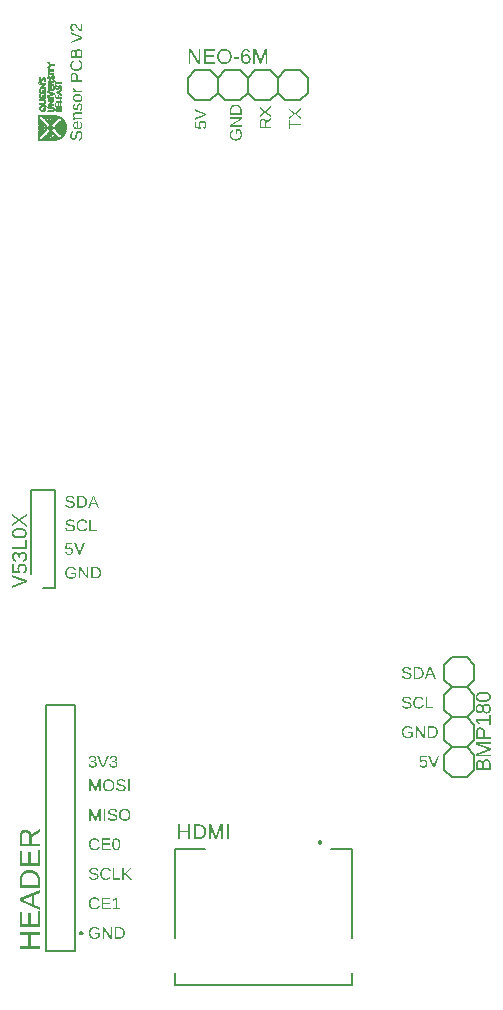
<source format=gbr>
G04 EAGLE Gerber RS-274X export*
G75*
%MOMM*%
%FSLAX34Y34*%
%LPD*%
%INSilkscreen Top*%
%IPPOS*%
%AMOC8*
5,1,8,0,0,1.08239X$1,22.5*%
G01*
G04 Define Apertures*
%ADD10R,1.432556X0.005075*%
%ADD11R,1.473200X0.005081*%
%ADD12R,1.503675X0.005081*%
%ADD13R,1.534156X0.005075*%
%ADD14R,1.554475X0.005081*%
%ADD15R,1.579875X0.005075*%
%ADD16R,1.600200X0.005081*%
%ADD17R,1.615438X0.005081*%
%ADD18R,1.635756X0.005075*%
%ADD19R,1.651000X0.005081*%
%ADD20R,1.666238X0.005075*%
%ADD21R,1.681475X0.005081*%
%ADD22R,1.696719X0.005081*%
%ADD23R,1.706875X0.005075*%
%ADD24R,1.722119X0.005081*%
%ADD25R,1.732275X0.005075*%
%ADD26R,1.742438X0.005081*%
%ADD27R,1.757675X0.005081*%
%ADD28R,1.767838X0.005075*%
%ADD29R,1.778000X0.005081*%
%ADD30R,1.788156X0.005075*%
%ADD31R,1.798319X0.005081*%
%ADD32R,1.808475X0.005081*%
%ADD33R,0.116838X0.005075*%
%ADD34R,1.488438X0.005075*%
%ADD35R,0.116838X0.005081*%
%ADD36R,1.493519X0.005081*%
%ADD37R,1.498600X0.005075*%
%ADD38R,1.503681X0.005081*%
%ADD39R,1.508756X0.005075*%
%ADD40R,1.513838X0.005081*%
%ADD41R,1.513838X0.005075*%
%ADD42R,1.518919X0.005081*%
%ADD43R,1.524000X0.005081*%
%ADD44R,1.524000X0.005075*%
%ADD45R,1.529081X0.005081*%
%ADD46R,1.529075X0.005075*%
%ADD47R,1.534163X0.005081*%
%ADD48R,1.534156X0.005081*%
%ADD49R,1.539238X0.005081*%
%ADD50R,0.447038X0.005075*%
%ADD51R,0.589281X0.005075*%
%ADD52R,0.228600X0.005075*%
%ADD53R,0.431800X0.005081*%
%ADD54R,0.538475X0.005081*%
%ADD55R,0.223519X0.005081*%
%ADD56R,0.421637X0.005081*%
%ADD57R,0.508000X0.005081*%
%ADD58R,0.416556X0.005075*%
%ADD59R,0.487681X0.005075*%
%ADD60R,0.218438X0.005075*%
%ADD61R,0.411481X0.005081*%
%ADD62R,0.472438X0.005081*%
%ADD63R,0.213363X0.005081*%
%ADD64R,0.406400X0.005075*%
%ADD65R,0.457200X0.005075*%
%ADD66R,0.213356X0.005075*%
%ADD67R,0.406400X0.005081*%
%ADD68R,0.005081X0.005081*%
%ADD69R,0.441956X0.005081*%
%ADD70R,0.208275X0.005081*%
%ADD71R,0.208281X0.005081*%
%ADD72R,0.533400X0.005075*%
%ADD73R,0.421637X0.005075*%
%ADD74R,0.203200X0.005075*%
%ADD75R,0.528319X0.005081*%
%ADD76R,0.198119X0.005081*%
%ADD77R,0.523238X0.005075*%
%ADD78R,0.401319X0.005075*%
%ADD79R,0.198119X0.005075*%
%ADD80R,0.513081X0.005081*%
%ADD81R,0.391156X0.005081*%
%ADD82R,0.299719X0.005081*%
%ADD83R,0.010156X0.005081*%
%ADD84R,0.320038X0.005081*%
%ADD85R,0.289556X0.005075*%
%ADD86R,0.010156X0.005075*%
%ADD87R,0.304800X0.005075*%
%ADD88R,0.193038X0.005075*%
%ADD89R,0.279400X0.005081*%
%ADD90R,0.193038X0.005081*%
%ADD91R,0.274319X0.005075*%
%ADD92R,0.294637X0.005075*%
%ADD93R,0.187956X0.005075*%
%ADD94R,0.269238X0.005081*%
%ADD95R,0.005075X0.005081*%
%ADD96R,0.289556X0.005081*%
%ADD97R,0.187956X0.005081*%
%ADD98R,0.264156X0.005081*%
%ADD99R,0.284481X0.005081*%
%ADD100R,0.182881X0.005081*%
%ADD101R,0.259075X0.005075*%
%ADD102R,0.005075X0.005075*%
%ADD103R,0.279400X0.005075*%
%ADD104R,0.182875X0.005075*%
%ADD105R,0.121919X0.005081*%
%ADD106R,0.259081X0.005081*%
%ADD107R,0.274319X0.005081*%
%ADD108R,0.127000X0.005075*%
%ADD109R,0.269238X0.005075*%
%ADD110R,0.177800X0.005075*%
%ADD111R,0.132075X0.005081*%
%ADD112R,0.457200X0.005081*%
%ADD113R,0.010162X0.005081*%
%ADD114R,0.177800X0.005081*%
%ADD115R,0.137156X0.005081*%
%ADD116R,0.452119X0.005081*%
%ADD117R,0.137156X0.005075*%
%ADD118R,0.254000X0.005075*%
%ADD119R,0.172719X0.005075*%
%ADD120R,0.142238X0.005081*%
%ADD121R,0.015238X0.005081*%
%ADD122R,0.248919X0.005081*%
%ADD123R,0.172719X0.005081*%
%ADD124R,0.152400X0.005075*%
%ADD125R,0.015238X0.005075*%
%ADD126R,0.243838X0.005075*%
%ADD127R,0.152400X0.005081*%
%ADD128R,0.238756X0.005081*%
%ADD129R,0.157475X0.005081*%
%ADD130R,0.162556X0.005081*%
%ADD131R,0.233681X0.005081*%
%ADD132R,0.167637X0.005075*%
%ADD133R,0.157475X0.005075*%
%ADD134R,0.147319X0.005075*%
%ADD135R,0.010162X0.005075*%
%ADD136R,0.213356X0.005081*%
%ADD137R,0.182875X0.005081*%
%ADD138R,0.203200X0.005081*%
%ADD139R,0.381000X0.005075*%
%ADD140R,0.375919X0.005081*%
%ADD141R,0.218438X0.005081*%
%ADD142R,0.370838X0.005081*%
%ADD143R,0.020319X0.005081*%
%ADD144R,0.228600X0.005081*%
%ADD145R,0.005081X0.005075*%
%ADD146R,0.020319X0.005075*%
%ADD147R,0.238756X0.005075*%
%ADD148R,0.223519X0.005075*%
%ADD149R,0.132075X0.005075*%
%ADD150R,0.233675X0.005081*%
%ADD151R,0.127000X0.005081*%
%ADD152R,0.157481X0.005081*%
%ADD153R,0.111756X0.005075*%
%ADD154R,0.025400X0.005075*%
%ADD155R,0.284475X0.005075*%
%ADD156R,0.106681X0.005081*%
%ADD157R,0.147319X0.005081*%
%ADD158R,0.294637X0.005081*%
%ADD159R,0.106675X0.005075*%
%ADD160R,0.299719X0.005075*%
%ADD161R,0.259075X0.005081*%
%ADD162R,0.101600X0.005081*%
%ADD163R,0.025400X0.005081*%
%ADD164R,0.309881X0.005081*%
%ADD165R,0.264156X0.005075*%
%ADD166R,0.325119X0.005075*%
%ADD167R,0.396238X0.005081*%
%ADD168R,0.335281X0.005081*%
%ADD169R,0.391156X0.005075*%
%ADD170R,0.233681X0.005075*%
%ADD171R,0.345438X0.005075*%
%ADD172R,0.386081X0.005081*%
%ADD173R,0.355600X0.005081*%
%ADD174R,0.381000X0.005081*%
%ADD175R,0.238763X0.005081*%
%ADD176R,0.360681X0.005081*%
%ADD177R,0.370838X0.005075*%
%ADD178R,0.243838X0.005081*%
%ADD179R,0.248919X0.005075*%
%ADD180R,0.386075X0.005075*%
%ADD181R,0.304800X0.005081*%
%ADD182R,0.187963X0.005081*%
%ADD183R,0.254000X0.005081*%
%ADD184R,0.314956X0.005081*%
%ADD185R,0.401319X0.005081*%
%ADD186R,0.314956X0.005075*%
%ADD187R,0.259081X0.005075*%
%ADD188R,0.411475X0.005075*%
%ADD189R,0.330200X0.005075*%
%ADD190R,0.426719X0.005075*%
%ADD191R,0.335275X0.005081*%
%ADD192R,0.167637X0.005081*%
%ADD193R,0.436881X0.005081*%
%ADD194R,0.340356X0.005081*%
%ADD195R,0.289563X0.005081*%
%ADD196R,0.441963X0.005081*%
%ADD197R,0.340356X0.005075*%
%ADD198R,0.452119X0.005075*%
%ADD199R,0.345438X0.005081*%
%ADD200R,0.645156X0.005081*%
%ADD201R,0.462281X0.005081*%
%ADD202R,0.355600X0.005075*%
%ADD203R,0.635000X0.005075*%
%ADD204R,0.467356X0.005075*%
%ADD205R,0.624838X0.005081*%
%ADD206R,0.477519X0.005081*%
%ADD207R,0.360675X0.005081*%
%ADD208R,0.614681X0.005081*%
%ADD209R,0.482600X0.005081*%
%ADD210R,0.604519X0.005075*%
%ADD211R,0.492756X0.005075*%
%ADD212R,0.594356X0.005081*%
%ADD213R,0.497838X0.005081*%
%ADD214R,0.584200X0.005075*%
%ADD215R,0.508000X0.005075*%
%ADD216R,0.574037X0.005081*%
%ADD217R,0.386075X0.005081*%
%ADD218R,0.563881X0.005081*%
%ADD219R,0.523238X0.005081*%
%ADD220R,0.396238X0.005075*%
%ADD221R,0.553719X0.005075*%
%ADD222R,0.528319X0.005075*%
%ADD223R,0.543556X0.005081*%
%ADD224R,0.538481X0.005081*%
%ADD225R,0.543556X0.005075*%
%ADD226R,0.411475X0.005081*%
%ADD227R,0.553719X0.005081*%
%ADD228R,0.416556X0.005081*%
%ADD229R,0.558800X0.005081*%
%ADD230R,0.502919X0.005075*%
%ADD231R,0.568956X0.005075*%
%ADD232R,0.492756X0.005081*%
%ADD233R,0.482600X0.005075*%
%ADD234R,0.436875X0.005081*%
%ADD235R,0.589281X0.005081*%
%ADD236R,0.599438X0.005081*%
%ADD237R,0.441956X0.005075*%
%ADD238R,0.431800X0.005075*%
%ADD239R,0.619756X0.005075*%
%ADD240R,0.462275X0.005081*%
%ADD241R,0.635000X0.005081*%
%ADD242R,0.640075X0.005075*%
%ADD243R,0.650238X0.005081*%
%ADD244R,0.477519X0.005075*%
%ADD245R,0.655319X0.005075*%
%ADD246R,0.660400X0.005081*%
%ADD247R,0.670563X0.005081*%
%ADD248R,0.497838X0.005075*%
%ADD249R,0.350519X0.005075*%
%ADD250R,0.675638X0.005075*%
%ADD251R,0.502919X0.005081*%
%ADD252R,0.685800X0.005081*%
%ADD253R,0.690875X0.005075*%
%ADD254R,0.695956X0.005081*%
%ADD255R,0.518156X0.005081*%
%ADD256R,0.706119X0.005081*%
%ADD257R,0.518156X0.005075*%
%ADD258R,0.182881X0.005075*%
%ADD259R,0.436875X0.005075*%
%ADD260R,0.447038X0.005081*%
%ADD261R,0.030481X0.005081*%
%ADD262R,0.030481X0.005075*%
%ADD263R,0.548638X0.005081*%
%ADD264R,0.558800X0.005075*%
%ADD265R,0.462275X0.005075*%
%ADD266R,0.467356X0.005081*%
%ADD267R,0.563875X0.005081*%
%ADD268R,0.574037X0.005075*%
%ADD269R,0.579119X0.005081*%
%ADD270R,0.071119X0.005081*%
%ADD271R,0.792475X0.005075*%
%ADD272R,0.584200X0.005081*%
%ADD273R,0.797556X0.005081*%
%ADD274R,0.589275X0.005081*%
%ADD275R,0.802638X0.005081*%
%ADD276R,0.599438X0.005075*%
%ADD277R,0.812800X0.005075*%
%ADD278R,0.817881X0.005081*%
%ADD279R,0.822956X0.005075*%
%ADD280R,0.076200X0.005081*%
%ADD281R,0.828038X0.005081*%
%ADD282R,0.081281X0.005081*%
%ADD283R,0.543563X0.005081*%
%ADD284R,0.050800X0.005081*%
%ADD285R,0.162556X0.005075*%
%ADD286R,0.086356X0.005075*%
%ADD287R,0.096519X0.005075*%
%ADD288R,0.538475X0.005075*%
%ADD289R,0.035556X0.005075*%
%ADD290R,0.086356X0.005081*%
%ADD291R,0.091438X0.005075*%
%ADD292R,0.076200X0.005075*%
%ADD293R,0.066037X0.005081*%
%ADD294R,0.030475X0.005081*%
%ADD295R,0.513075X0.005081*%
%ADD296R,0.055881X0.005081*%
%ADD297R,0.513075X0.005075*%
%ADD298R,0.106681X0.005075*%
%ADD299R,0.045719X0.005075*%
%ADD300R,0.035556X0.005081*%
%ADD301R,0.121919X0.005075*%
%ADD302R,0.563875X0.005075*%
%ADD303R,0.132081X0.005075*%
%ADD304R,0.589275X0.005075*%
%ADD305R,0.142238X0.005075*%
%ADD306R,0.914400X0.005075*%
%ADD307R,0.919481X0.005081*%
%ADD308R,0.929638X0.005081*%
%ADD309R,0.934719X0.005075*%
%ADD310R,0.939800X0.005081*%
%ADD311R,0.040638X0.005075*%
%ADD312R,0.472438X0.005075*%
%ADD313R,0.060956X0.005081*%
%ADD314R,0.096519X0.005081*%
%ADD315R,0.284475X0.005081*%
%ADD316R,0.060956X0.005075*%
%ADD317R,0.320038X0.005075*%
%ADD318R,0.055881X0.005075*%
%ADD319R,0.233675X0.005075*%
%ADD320R,0.040638X0.005081*%
%ADD321R,0.055875X0.005081*%
%ADD322R,0.208281X0.005075*%
%ADD323R,0.050800X0.005075*%
%ADD324R,0.157481X0.005075*%
%ADD325R,0.045719X0.005081*%
%ADD326R,0.162562X0.005075*%
%ADD327R,0.066037X0.005075*%
%ADD328R,0.325119X0.005081*%
%ADD329R,0.101600X0.005075*%
%ADD330R,0.091438X0.005081*%
%ADD331R,0.208275X0.005075*%
%ADD332R,0.055875X0.005075*%
%ADD333R,0.071119X0.005075*%
%ADD334R,0.035563X0.005081*%
%ADD335R,0.035563X0.005075*%
%ADD336R,0.081275X0.005075*%
%ADD337R,0.030475X0.005075*%
%ADD338R,0.111756X0.005081*%
%ADD339R,0.284481X0.005075*%
%ADD340R,0.264163X0.005075*%
%ADD341R,0.309875X0.005081*%
%ADD342R,0.309875X0.005075*%
%ADD343R,0.137162X0.005075*%
%ADD344R,0.426719X0.005081*%
%ADD345R,0.081281X0.005075*%
%ADD346R,0.060963X0.005081*%
%ADD347R,0.650238X0.005075*%
%ADD348R,0.670556X0.005075*%
%ADD349R,0.680719X0.005081*%
%ADD350R,0.411481X0.005075*%
%ADD351R,0.132081X0.005081*%
%ADD352R,0.594356X0.005075*%
%ADD353R,0.807719X0.005075*%
%ADD354R,0.579119X0.005075*%
%ADD355R,0.487681X0.005081*%
%ADD356R,0.264163X0.005081*%
%ADD357R,0.533400X0.005081*%
%ADD358R,0.487675X0.005075*%
%ADD359R,0.711200X0.005075*%
%ADD360R,0.701037X0.005081*%
%ADD361R,0.330200X0.005081*%
%ADD362R,0.487675X0.005081*%
%ADD363R,0.665481X0.005081*%
%ADD364R,0.386081X0.005075*%
%ADD365R,0.629919X0.005081*%
%ADD366R,0.436881X0.005075*%
%ADD367R,0.609600X0.005081*%
%ADD368R,0.467363X0.005081*%
%ADD369R,0.594363X0.005081*%
%ADD370R,0.518162X0.005081*%
%ADD371R,0.538481X0.005075*%
%ADD372R,0.563881X0.005075*%
%ADD373R,0.375919X0.005075*%
%ADD374R,0.360675X0.005075*%
%ADD375R,0.614681X0.005075*%
%ADD376R,0.619762X0.005081*%
%ADD377R,0.645156X0.005075*%
%ADD378R,0.365756X0.005075*%
%ADD379R,0.106675X0.005081*%
%ADD380R,0.350519X0.005081*%
%ADD381R,0.081275X0.005081*%
%ADD382R,0.314963X0.005081*%
%ADD383R,0.086363X0.005081*%
%ADD384R,0.060963X0.005075*%
%ADD385R,0.137162X0.005081*%
%ADD386R,0.162562X0.005081*%
%ADD387R,0.289563X0.005075*%
%ADD388R,0.213363X0.005075*%
%ADD389R,0.792481X0.005075*%
%ADD390R,0.365756X0.005081*%
%ADD391R,0.782319X0.005081*%
%ADD392R,0.782319X0.005075*%
%ADD393R,0.777238X0.005081*%
%ADD394R,0.777238X0.005075*%
%ADD395R,0.985519X0.005075*%
%ADD396R,1.005837X0.005081*%
%ADD397R,1.508756X0.005081*%
%ADD398R,1.498600X0.005081*%
%ADD399R,1.493519X0.005075*%
%ADD400R,1.488438X0.005081*%
%ADD401R,1.808475X0.005075*%
%ADD402R,1.803400X0.005081*%
%ADD403R,1.788156X0.005081*%
%ADD404R,1.778000X0.005075*%
%ADD405R,1.767838X0.005081*%
%ADD406R,1.757675X0.005075*%
%ADD407R,1.747519X0.005081*%
%ADD408R,1.732275X0.005081*%
%ADD409R,1.722119X0.005075*%
%ADD410R,1.711956X0.005081*%
%ADD411R,1.696719X0.005075*%
%ADD412R,1.666238X0.005081*%
%ADD413R,1.651000X0.005075*%
%ADD414R,1.635756X0.005081*%
%ADD415R,1.620519X0.005075*%
%ADD416R,1.584956X0.005081*%
%ADD417R,1.559556X0.005075*%
%ADD418R,1.478275X0.005081*%
%ADD419R,1.437638X0.005081*%
%ADD420R,1.361438X0.005075*%
%ADD421R,0.360681X0.005075*%
%ADD422R,0.513081X0.005075*%
%ADD423R,0.314963X0.005075*%
%ADD424R,0.111763X0.005075*%
%ADD425R,0.391163X0.005075*%
%ADD426R,0.335281X0.005075*%
%ADD427R,0.548638X0.005075*%
%ADD428R,0.086363X0.005075*%
%ADD429R,0.543563X0.005075*%
%ADD430R,0.492763X0.005075*%
%ADD431R,0.238763X0.005075*%
%ADD432R,0.111763X0.005081*%
%ADD433R,0.187963X0.005075*%
%ADD434C,0.152400*%
%ADD435C,0.200000*%
%ADD436C,0.127000*%
G36*
X358873Y184780D02*
X358536Y184789D01*
X358216Y184818D01*
X357913Y184865D01*
X357626Y184931D01*
X357356Y185015D01*
X357103Y185119D01*
X356866Y185241D01*
X356646Y185382D01*
X356444Y185541D01*
X356261Y185717D01*
X356098Y185910D01*
X355954Y186119D01*
X355830Y186346D01*
X355725Y186589D01*
X355640Y186849D01*
X355574Y187126D01*
X356849Y187273D01*
X356968Y186930D01*
X357127Y186633D01*
X357325Y186381D01*
X357562Y186175D01*
X357838Y186015D01*
X358153Y185901D01*
X358507Y185832D01*
X358901Y185809D01*
X359148Y185819D01*
X359381Y185848D01*
X359601Y185896D01*
X359806Y185963D01*
X359998Y186049D01*
X360176Y186154D01*
X360340Y186279D01*
X360491Y186422D01*
X360626Y186583D01*
X360742Y186757D01*
X360841Y186946D01*
X360922Y187150D01*
X360985Y187368D01*
X361029Y187600D01*
X361056Y187846D01*
X361065Y188107D01*
X361056Y188334D01*
X361029Y188550D01*
X360984Y188755D01*
X360921Y188949D01*
X360840Y189132D01*
X360740Y189303D01*
X360623Y189463D01*
X360487Y189613D01*
X360337Y189747D01*
X360173Y189864D01*
X359997Y189963D01*
X359809Y190043D01*
X359608Y190106D01*
X359394Y190151D01*
X359168Y190178D01*
X358929Y190187D01*
X358678Y190177D01*
X358435Y190147D01*
X358202Y190096D01*
X357977Y190026D01*
X357756Y189931D01*
X357535Y189809D01*
X357315Y189658D01*
X357094Y189479D01*
X355861Y189479D01*
X356191Y194788D01*
X361801Y194788D01*
X361801Y193717D01*
X357339Y193717D01*
X357150Y190586D01*
X357361Y190734D01*
X357585Y190862D01*
X357821Y190970D01*
X358069Y191059D01*
X358330Y191128D01*
X358604Y191177D01*
X358890Y191207D01*
X359188Y191216D01*
X359543Y191203D01*
X359880Y191163D01*
X360198Y191096D01*
X360497Y191003D01*
X360778Y190883D01*
X361041Y190736D01*
X361285Y190562D01*
X361510Y190362D01*
X361713Y190140D01*
X361888Y189902D01*
X362037Y189648D01*
X362159Y189378D01*
X362253Y189091D01*
X362321Y188789D01*
X362361Y188470D01*
X362375Y188135D01*
X362360Y187755D01*
X362317Y187395D01*
X362244Y187057D01*
X362143Y186739D01*
X362012Y186442D01*
X361853Y186166D01*
X361664Y185911D01*
X361447Y185676D01*
X361204Y185466D01*
X360938Y185284D01*
X360650Y185130D01*
X360340Y185004D01*
X360007Y184906D01*
X359651Y184836D01*
X359273Y184794D01*
X358873Y184780D01*
G37*
G36*
X368446Y184920D02*
X367059Y184920D01*
X363032Y194788D01*
X364440Y194788D01*
X367171Y187841D01*
X367759Y186097D01*
X368348Y187841D01*
X371065Y194788D01*
X372473Y194788D01*
X368446Y184920D01*
G37*
G36*
X366368Y209920D02*
X362677Y209920D01*
X362677Y219788D01*
X365940Y219788D01*
X366549Y219769D01*
X367123Y219710D01*
X367660Y219612D01*
X368161Y219474D01*
X368627Y219297D01*
X369057Y219081D01*
X369452Y218826D01*
X369810Y218531D01*
X370129Y218200D01*
X370406Y217836D01*
X370640Y217439D01*
X370832Y217009D01*
X370981Y216545D01*
X371087Y216049D01*
X371151Y215519D01*
X371172Y214956D01*
X371163Y214580D01*
X371135Y214216D01*
X371089Y213864D01*
X371023Y213524D01*
X370940Y213196D01*
X370837Y212880D01*
X370716Y212576D01*
X370577Y212284D01*
X370420Y212006D01*
X370248Y211745D01*
X370060Y211500D01*
X369857Y211273D01*
X369639Y211062D01*
X369404Y210867D01*
X369154Y210690D01*
X368889Y210529D01*
X368611Y210387D01*
X368322Y210263D01*
X368022Y210158D01*
X367712Y210072D01*
X367392Y210006D01*
X367061Y209958D01*
X366720Y209930D01*
X366368Y209920D01*
G37*
%LPC*%
G36*
X366214Y210992D02*
X366481Y210999D01*
X366740Y211021D01*
X366991Y211059D01*
X367233Y211111D01*
X367468Y211178D01*
X367694Y211259D01*
X367912Y211356D01*
X368122Y211468D01*
X368322Y211593D01*
X368510Y211732D01*
X368686Y211884D01*
X368850Y212049D01*
X369002Y212227D01*
X369142Y212419D01*
X369270Y212623D01*
X369386Y212841D01*
X369490Y213070D01*
X369579Y213309D01*
X369655Y213558D01*
X369717Y213818D01*
X369765Y214087D01*
X369800Y214367D01*
X369821Y214656D01*
X369827Y214956D01*
X369812Y215401D01*
X369765Y215819D01*
X369686Y216209D01*
X369576Y216573D01*
X369435Y216909D01*
X369262Y217218D01*
X369058Y217499D01*
X368822Y217754D01*
X368557Y217979D01*
X368264Y218175D01*
X367942Y218341D01*
X367592Y218476D01*
X367215Y218581D01*
X366809Y218657D01*
X366375Y218702D01*
X365912Y218717D01*
X364014Y218717D01*
X364014Y210992D01*
X366214Y210992D01*
G37*
%LPD*%
G36*
X353524Y209920D02*
X352333Y209920D01*
X352333Y219788D01*
X353888Y219788D01*
X359225Y211328D01*
X359162Y212511D01*
X359141Y213317D01*
X359141Y219788D01*
X360345Y219788D01*
X360345Y209920D01*
X358734Y209920D01*
X353453Y218325D01*
X353489Y217645D01*
X353524Y216476D01*
X353524Y209920D01*
G37*
G36*
X345694Y209780D02*
X345314Y209790D01*
X344947Y209818D01*
X344593Y209867D01*
X344253Y209934D01*
X343926Y210021D01*
X343613Y210127D01*
X343312Y210252D01*
X343026Y210396D01*
X342754Y210559D01*
X342498Y210738D01*
X342260Y210935D01*
X342037Y211148D01*
X341831Y211379D01*
X341642Y211626D01*
X341469Y211890D01*
X341313Y212172D01*
X341175Y212468D01*
X341054Y212777D01*
X340953Y213099D01*
X340869Y213433D01*
X340805Y213781D01*
X340758Y214141D01*
X340731Y214514D01*
X340721Y214900D01*
X340742Y215483D01*
X340802Y216033D01*
X340903Y216549D01*
X341044Y217031D01*
X341225Y217479D01*
X341446Y217892D01*
X341708Y218273D01*
X342010Y218619D01*
X342349Y218927D01*
X342720Y219195D01*
X343123Y219421D01*
X343560Y219606D01*
X344029Y219750D01*
X344530Y219853D01*
X345064Y219915D01*
X345631Y219935D01*
X346031Y219927D01*
X346412Y219901D01*
X346774Y219858D01*
X347116Y219797D01*
X347439Y219719D01*
X347743Y219624D01*
X348027Y219512D01*
X348292Y219382D01*
X348541Y219233D01*
X348774Y219064D01*
X348993Y218874D01*
X349198Y218662D01*
X349387Y218431D01*
X349562Y218178D01*
X349723Y217904D01*
X349868Y217610D01*
X348594Y217232D01*
X348364Y217624D01*
X348234Y217798D01*
X348094Y217959D01*
X347944Y218105D01*
X347784Y218237D01*
X347614Y218354D01*
X347435Y218458D01*
X347244Y218548D01*
X347043Y218626D01*
X346830Y218692D01*
X346605Y218747D01*
X346370Y218789D01*
X346123Y218819D01*
X345865Y218837D01*
X345596Y218843D01*
X345181Y218827D01*
X344792Y218778D01*
X344428Y218698D01*
X344088Y218585D01*
X343774Y218439D01*
X343486Y218262D01*
X343222Y218052D01*
X342984Y217810D01*
X342772Y217538D01*
X342588Y217240D01*
X342433Y216916D01*
X342306Y216566D01*
X342207Y216189D01*
X342137Y215785D01*
X342094Y215356D01*
X342080Y214900D01*
X342095Y214444D01*
X342140Y214014D01*
X342215Y213608D01*
X342320Y213227D01*
X342455Y212870D01*
X342620Y212538D01*
X342815Y212230D01*
X343040Y211948D01*
X343291Y211694D01*
X343565Y211474D01*
X343863Y211288D01*
X344183Y211136D01*
X344526Y211018D01*
X344893Y210933D01*
X345282Y210882D01*
X345694Y210866D01*
X346169Y210884D01*
X346628Y210939D01*
X347071Y211031D01*
X347498Y211160D01*
X347896Y211320D01*
X348255Y211506D01*
X348574Y211719D01*
X348853Y211958D01*
X348853Y213737D01*
X345904Y213737D01*
X345904Y214858D01*
X350085Y214858D01*
X350085Y211454D01*
X349671Y211077D01*
X349213Y210746D01*
X348710Y210459D01*
X348163Y210218D01*
X347875Y210115D01*
X347582Y210026D01*
X347282Y209951D01*
X346977Y209889D01*
X346665Y209842D01*
X346347Y209807D01*
X346024Y209787D01*
X345694Y209780D01*
G37*
G36*
X344833Y234780D02*
X344394Y234790D01*
X343978Y234819D01*
X343587Y234868D01*
X343219Y234937D01*
X342874Y235025D01*
X342554Y235133D01*
X342257Y235260D01*
X341984Y235407D01*
X341734Y235573D01*
X341509Y235759D01*
X341306Y235965D01*
X341128Y236190D01*
X340973Y236435D01*
X340842Y236700D01*
X340735Y236984D01*
X340651Y237287D01*
X341947Y237546D01*
X342011Y237331D01*
X342091Y237131D01*
X342186Y236946D01*
X342297Y236775D01*
X342424Y236619D01*
X342567Y236478D01*
X342725Y236352D01*
X342900Y236240D01*
X343090Y236143D01*
X343297Y236058D01*
X343520Y235986D01*
X343759Y235928D01*
X344015Y235882D01*
X344288Y235850D01*
X344576Y235830D01*
X344882Y235823D01*
X345196Y235830D01*
X345492Y235851D01*
X345770Y235886D01*
X346029Y235935D01*
X346270Y235997D01*
X346492Y236074D01*
X346696Y236164D01*
X346881Y236268D01*
X347046Y236386D01*
X347189Y236517D01*
X347310Y236660D01*
X347409Y236817D01*
X347486Y236987D01*
X347541Y237170D01*
X347574Y237366D01*
X347585Y237574D01*
X347571Y237805D01*
X347530Y238012D01*
X347461Y238197D01*
X347364Y238359D01*
X347243Y238503D01*
X347099Y238634D01*
X346933Y238752D01*
X346745Y238856D01*
X346307Y239036D01*
X345792Y239185D01*
X344566Y239472D01*
X344017Y239602D01*
X343538Y239732D01*
X343129Y239861D01*
X342791Y239991D01*
X342504Y240124D01*
X342249Y240265D01*
X342026Y240413D01*
X341835Y240569D01*
X341670Y240735D01*
X341526Y240914D01*
X341402Y241108D01*
X341299Y241314D01*
X341218Y241536D01*
X341160Y241773D01*
X341125Y242026D01*
X341114Y242295D01*
X341129Y242603D01*
X341174Y242892D01*
X341250Y243164D01*
X341356Y243417D01*
X341493Y243653D01*
X341659Y243870D01*
X341856Y244068D01*
X342084Y244249D01*
X342339Y244410D01*
X342621Y244549D01*
X342929Y244667D01*
X343263Y244764D01*
X343623Y244839D01*
X344009Y244893D01*
X344422Y244925D01*
X344861Y244935D01*
X345268Y244927D01*
X345652Y244903D01*
X346010Y244863D01*
X346344Y244807D01*
X346653Y244734D01*
X346937Y244646D01*
X347196Y244541D01*
X347431Y244421D01*
X347645Y244281D01*
X347842Y244118D01*
X348023Y243933D01*
X348187Y243725D01*
X348335Y243494D01*
X348466Y243241D01*
X348580Y242965D01*
X348678Y242666D01*
X347361Y242435D01*
X347301Y242624D01*
X347228Y242800D01*
X347143Y242963D01*
X347046Y243112D01*
X346936Y243247D01*
X346815Y243369D01*
X346681Y243478D01*
X346535Y243573D01*
X346375Y243656D01*
X346201Y243728D01*
X346012Y243789D01*
X345808Y243838D01*
X345357Y243905D01*
X344847Y243927D01*
X344559Y243921D01*
X344290Y243902D01*
X344038Y243872D01*
X343803Y243829D01*
X343586Y243774D01*
X343386Y243706D01*
X343204Y243627D01*
X343040Y243535D01*
X342894Y243431D01*
X342767Y243314D01*
X342660Y243186D01*
X342572Y243046D01*
X342504Y242894D01*
X342455Y242730D01*
X342426Y242553D01*
X342416Y242365D01*
X342431Y242147D01*
X342477Y241949D01*
X342552Y241771D01*
X342658Y241612D01*
X342792Y241469D01*
X342953Y241337D01*
X343141Y241217D01*
X343355Y241108D01*
X343639Y240999D01*
X344036Y240878D01*
X344546Y240745D01*
X345169Y240600D01*
X346076Y240386D01*
X346518Y240267D01*
X346941Y240127D01*
X347341Y239964D01*
X347715Y239774D01*
X348052Y239548D01*
X348342Y239276D01*
X348467Y239123D01*
X348579Y238956D01*
X348676Y238776D01*
X348758Y238583D01*
X348824Y238375D01*
X348871Y238149D01*
X348899Y237905D01*
X348909Y237644D01*
X348892Y237313D01*
X348842Y237000D01*
X348759Y236707D01*
X348642Y236433D01*
X348492Y236178D01*
X348308Y235943D01*
X348091Y235726D01*
X347841Y235529D01*
X347560Y235354D01*
X347252Y235201D01*
X346917Y235073D01*
X346555Y234967D01*
X346165Y234885D01*
X345748Y234827D01*
X345304Y234792D01*
X344833Y234780D01*
G37*
G36*
X355102Y234780D02*
X354736Y234790D01*
X354382Y234819D01*
X354040Y234867D01*
X353711Y234935D01*
X353395Y235022D01*
X353091Y235129D01*
X352800Y235254D01*
X352522Y235400D01*
X352257Y235563D01*
X352009Y235743D01*
X351778Y235939D01*
X351562Y236153D01*
X351363Y236382D01*
X351179Y236629D01*
X351013Y236892D01*
X350862Y237172D01*
X350728Y237466D01*
X350612Y237774D01*
X350514Y238095D01*
X350434Y238430D01*
X350371Y238777D01*
X350327Y239138D01*
X350300Y239512D01*
X350291Y239900D01*
X350311Y240474D01*
X350371Y241016D01*
X350470Y241526D01*
X350610Y242004D01*
X350789Y242451D01*
X351008Y242865D01*
X351267Y243247D01*
X351566Y243598D01*
X351900Y243911D01*
X352264Y244183D01*
X352659Y244413D01*
X353085Y244601D01*
X353542Y244747D01*
X354029Y244852D01*
X354547Y244915D01*
X355095Y244935D01*
X355481Y244926D01*
X355851Y244897D01*
X356204Y244849D01*
X356542Y244781D01*
X356863Y244695D01*
X357168Y244589D01*
X357456Y244464D01*
X357729Y244319D01*
X357985Y244156D01*
X358223Y243974D01*
X358443Y243773D01*
X358646Y243554D01*
X358832Y243316D01*
X359000Y243060D01*
X359151Y242785D01*
X359284Y242491D01*
X358016Y242071D01*
X357924Y242280D01*
X357818Y242476D01*
X357700Y242660D01*
X357569Y242831D01*
X357424Y242989D01*
X357267Y243135D01*
X357096Y243267D01*
X356913Y243388D01*
X356719Y243494D01*
X356515Y243587D01*
X356303Y243665D01*
X356082Y243729D01*
X355852Y243779D01*
X355614Y243814D01*
X355366Y243836D01*
X355109Y243843D01*
X354711Y243826D01*
X354336Y243777D01*
X353983Y243695D01*
X353653Y243579D01*
X353345Y243431D01*
X353061Y243250D01*
X352799Y243036D01*
X352560Y242789D01*
X352347Y242513D01*
X352162Y242213D01*
X352005Y241888D01*
X351877Y241539D01*
X351778Y241166D01*
X351707Y240768D01*
X351664Y240346D01*
X351650Y239900D01*
X351664Y239457D01*
X351709Y239037D01*
X351783Y238639D01*
X351887Y238263D01*
X352020Y237910D01*
X352183Y237579D01*
X352376Y237269D01*
X352599Y236983D01*
X352846Y236724D01*
X353115Y236500D01*
X353404Y236310D01*
X353715Y236155D01*
X354046Y236035D01*
X354398Y235948D01*
X354772Y235897D01*
X355166Y235880D01*
X355421Y235888D01*
X355668Y235912D01*
X355907Y235952D01*
X356138Y236008D01*
X356361Y236080D01*
X356576Y236168D01*
X356782Y236272D01*
X356981Y236393D01*
X357172Y236529D01*
X357355Y236681D01*
X357529Y236849D01*
X357696Y237034D01*
X358005Y237451D01*
X358282Y237932D01*
X359375Y237385D01*
X359215Y237076D01*
X359039Y236786D01*
X358848Y236515D01*
X358642Y236263D01*
X358420Y236030D01*
X358183Y235816D01*
X357930Y235621D01*
X357662Y235445D01*
X357381Y235289D01*
X357089Y235154D01*
X356785Y235040D01*
X356471Y234946D01*
X356145Y234874D01*
X355809Y234822D01*
X355461Y234790D01*
X355102Y234780D01*
G37*
G36*
X367407Y234920D02*
X361083Y234920D01*
X361083Y244788D01*
X362421Y244788D01*
X362421Y236013D01*
X367407Y236013D01*
X367407Y234920D01*
G37*
G36*
X354430Y259920D02*
X350739Y259920D01*
X350739Y269788D01*
X354003Y269788D01*
X354612Y269769D01*
X355185Y269710D01*
X355722Y269612D01*
X356224Y269474D01*
X356690Y269297D01*
X357120Y269081D01*
X357514Y268826D01*
X357872Y268531D01*
X358192Y268200D01*
X358468Y267836D01*
X358703Y267439D01*
X358894Y267009D01*
X359043Y266545D01*
X359150Y266049D01*
X359213Y265519D01*
X359235Y264956D01*
X359225Y264580D01*
X359198Y264216D01*
X359151Y263864D01*
X359086Y263524D01*
X359002Y263196D01*
X358900Y262880D01*
X358779Y262576D01*
X358639Y262284D01*
X358483Y262006D01*
X358311Y261745D01*
X358123Y261500D01*
X357920Y261273D01*
X357701Y261062D01*
X357467Y260867D01*
X357217Y260690D01*
X356951Y260529D01*
X356673Y260387D01*
X356384Y260263D01*
X356085Y260158D01*
X355775Y260072D01*
X355454Y260006D01*
X355124Y259958D01*
X354782Y259930D01*
X354430Y259920D01*
G37*
%LPC*%
G36*
X354276Y260992D02*
X354543Y260999D01*
X354802Y261021D01*
X355053Y261059D01*
X355296Y261111D01*
X355530Y261178D01*
X355757Y261259D01*
X355975Y261356D01*
X356185Y261468D01*
X356384Y261593D01*
X356572Y261732D01*
X356748Y261884D01*
X356912Y262049D01*
X357064Y262227D01*
X357204Y262419D01*
X357332Y262623D01*
X357449Y262841D01*
X357552Y263070D01*
X357642Y263309D01*
X357718Y263558D01*
X357780Y263818D01*
X357828Y264087D01*
X357862Y264367D01*
X357883Y264656D01*
X357890Y264956D01*
X357874Y265401D01*
X357827Y265819D01*
X357749Y266209D01*
X357639Y266573D01*
X357497Y266909D01*
X357325Y267218D01*
X357121Y267499D01*
X356885Y267754D01*
X356620Y267979D01*
X356326Y268175D01*
X356005Y268341D01*
X355655Y268476D01*
X355277Y268581D01*
X354871Y268657D01*
X354437Y268702D01*
X353975Y268717D01*
X352077Y268717D01*
X352077Y260992D01*
X354276Y260992D01*
G37*
%LPD*%
G36*
X361321Y259920D02*
X359934Y259920D01*
X363961Y269788D01*
X365481Y269788D01*
X369445Y259920D01*
X368080Y259920D01*
X366952Y262806D01*
X362456Y262806D01*
X361321Y259920D01*
G37*
%LPC*%
G36*
X366553Y263849D02*
X365285Y267106D01*
X365089Y267621D01*
X364893Y268198D01*
X364704Y268780D01*
X364641Y268584D01*
X364424Y267920D01*
X364123Y267092D01*
X362862Y263849D01*
X366553Y263849D01*
G37*
%LPD*%
G36*
X344833Y259780D02*
X344394Y259790D01*
X343978Y259819D01*
X343587Y259868D01*
X343219Y259937D01*
X342874Y260025D01*
X342554Y260133D01*
X342257Y260260D01*
X341984Y260407D01*
X341734Y260573D01*
X341509Y260759D01*
X341306Y260965D01*
X341128Y261190D01*
X340973Y261435D01*
X340842Y261700D01*
X340735Y261984D01*
X340651Y262287D01*
X341947Y262546D01*
X342011Y262331D01*
X342091Y262131D01*
X342186Y261946D01*
X342297Y261775D01*
X342424Y261619D01*
X342567Y261478D01*
X342725Y261352D01*
X342900Y261240D01*
X343090Y261143D01*
X343297Y261058D01*
X343520Y260986D01*
X343759Y260928D01*
X344015Y260882D01*
X344288Y260850D01*
X344576Y260830D01*
X344882Y260823D01*
X345196Y260830D01*
X345492Y260851D01*
X345770Y260886D01*
X346029Y260935D01*
X346270Y260997D01*
X346492Y261074D01*
X346696Y261164D01*
X346881Y261268D01*
X347046Y261386D01*
X347189Y261517D01*
X347310Y261660D01*
X347409Y261817D01*
X347486Y261987D01*
X347541Y262170D01*
X347574Y262366D01*
X347585Y262574D01*
X347571Y262805D01*
X347530Y263012D01*
X347461Y263197D01*
X347364Y263359D01*
X347243Y263503D01*
X347099Y263634D01*
X346933Y263752D01*
X346745Y263856D01*
X346307Y264036D01*
X345792Y264185D01*
X344566Y264472D01*
X344017Y264602D01*
X343538Y264732D01*
X343129Y264861D01*
X342791Y264991D01*
X342504Y265124D01*
X342249Y265265D01*
X342026Y265413D01*
X341835Y265569D01*
X341670Y265735D01*
X341526Y265914D01*
X341402Y266108D01*
X341299Y266314D01*
X341218Y266536D01*
X341160Y266773D01*
X341125Y267026D01*
X341114Y267295D01*
X341129Y267603D01*
X341174Y267892D01*
X341250Y268164D01*
X341356Y268417D01*
X341493Y268653D01*
X341659Y268870D01*
X341856Y269068D01*
X342084Y269249D01*
X342339Y269410D01*
X342621Y269549D01*
X342929Y269667D01*
X343263Y269764D01*
X343623Y269839D01*
X344009Y269893D01*
X344422Y269925D01*
X344861Y269935D01*
X345268Y269927D01*
X345652Y269903D01*
X346010Y269863D01*
X346344Y269807D01*
X346653Y269734D01*
X346937Y269646D01*
X347196Y269541D01*
X347431Y269421D01*
X347645Y269281D01*
X347842Y269118D01*
X348023Y268933D01*
X348187Y268725D01*
X348335Y268494D01*
X348466Y268241D01*
X348580Y267965D01*
X348678Y267666D01*
X347361Y267435D01*
X347301Y267624D01*
X347228Y267800D01*
X347143Y267963D01*
X347046Y268112D01*
X346936Y268247D01*
X346815Y268369D01*
X346681Y268478D01*
X346535Y268573D01*
X346375Y268656D01*
X346201Y268728D01*
X346012Y268789D01*
X345808Y268838D01*
X345357Y268905D01*
X344847Y268927D01*
X344559Y268921D01*
X344290Y268902D01*
X344038Y268872D01*
X343803Y268829D01*
X343586Y268774D01*
X343386Y268706D01*
X343204Y268627D01*
X343040Y268535D01*
X342894Y268431D01*
X342767Y268314D01*
X342660Y268186D01*
X342572Y268046D01*
X342504Y267894D01*
X342455Y267730D01*
X342426Y267553D01*
X342416Y267365D01*
X342431Y267147D01*
X342477Y266949D01*
X342552Y266771D01*
X342658Y266612D01*
X342792Y266469D01*
X342953Y266337D01*
X343141Y266217D01*
X343355Y266108D01*
X343639Y265999D01*
X344036Y265878D01*
X344546Y265745D01*
X345169Y265600D01*
X346076Y265386D01*
X346518Y265267D01*
X346941Y265127D01*
X347341Y264964D01*
X347715Y264774D01*
X348052Y264548D01*
X348342Y264276D01*
X348467Y264123D01*
X348579Y263956D01*
X348676Y263776D01*
X348758Y263583D01*
X348824Y263375D01*
X348871Y263149D01*
X348899Y262905D01*
X348909Y262644D01*
X348892Y262313D01*
X348842Y262000D01*
X348759Y261707D01*
X348642Y261433D01*
X348492Y261178D01*
X348308Y260943D01*
X348091Y260726D01*
X347841Y260529D01*
X347560Y260354D01*
X347252Y260201D01*
X346917Y260073D01*
X346555Y259967D01*
X346165Y259885D01*
X345748Y259827D01*
X345304Y259792D01*
X344833Y259780D01*
G37*
G36*
X58873Y364780D02*
X58536Y364789D01*
X58216Y364818D01*
X57913Y364865D01*
X57626Y364931D01*
X57356Y365015D01*
X57103Y365119D01*
X56866Y365241D01*
X56646Y365382D01*
X56444Y365541D01*
X56261Y365717D01*
X56098Y365910D01*
X55954Y366119D01*
X55830Y366346D01*
X55725Y366589D01*
X55640Y366849D01*
X55574Y367126D01*
X56849Y367273D01*
X56968Y366930D01*
X57127Y366633D01*
X57325Y366381D01*
X57562Y366175D01*
X57838Y366015D01*
X58153Y365901D01*
X58507Y365832D01*
X58901Y365809D01*
X59148Y365819D01*
X59381Y365848D01*
X59601Y365896D01*
X59806Y365963D01*
X59998Y366049D01*
X60176Y366154D01*
X60340Y366279D01*
X60491Y366422D01*
X60626Y366583D01*
X60742Y366757D01*
X60841Y366946D01*
X60922Y367150D01*
X60985Y367368D01*
X61029Y367600D01*
X61056Y367846D01*
X61065Y368107D01*
X61056Y368334D01*
X61029Y368550D01*
X60984Y368755D01*
X60921Y368949D01*
X60840Y369132D01*
X60740Y369303D01*
X60623Y369463D01*
X60487Y369613D01*
X60337Y369747D01*
X60173Y369864D01*
X59997Y369963D01*
X59809Y370043D01*
X59608Y370106D01*
X59394Y370151D01*
X59168Y370178D01*
X58929Y370187D01*
X58678Y370177D01*
X58435Y370147D01*
X58202Y370096D01*
X57977Y370026D01*
X57756Y369931D01*
X57535Y369809D01*
X57315Y369658D01*
X57094Y369479D01*
X55861Y369479D01*
X56191Y374788D01*
X61801Y374788D01*
X61801Y373717D01*
X57339Y373717D01*
X57150Y370586D01*
X57361Y370734D01*
X57585Y370862D01*
X57821Y370970D01*
X58069Y371059D01*
X58330Y371128D01*
X58604Y371177D01*
X58890Y371207D01*
X59188Y371216D01*
X59543Y371203D01*
X59880Y371163D01*
X60198Y371096D01*
X60497Y371003D01*
X60778Y370883D01*
X61041Y370736D01*
X61285Y370562D01*
X61510Y370362D01*
X61713Y370140D01*
X61888Y369902D01*
X62037Y369648D01*
X62159Y369378D01*
X62253Y369091D01*
X62321Y368789D01*
X62361Y368470D01*
X62375Y368135D01*
X62360Y367755D01*
X62317Y367395D01*
X62244Y367057D01*
X62143Y366739D01*
X62012Y366442D01*
X61853Y366166D01*
X61664Y365911D01*
X61447Y365676D01*
X61204Y365466D01*
X60938Y365284D01*
X60650Y365130D01*
X60340Y365004D01*
X60007Y364906D01*
X59651Y364836D01*
X59273Y364794D01*
X58873Y364780D01*
G37*
G36*
X68446Y364920D02*
X67059Y364920D01*
X63032Y374788D01*
X64440Y374788D01*
X67171Y367841D01*
X67759Y366097D01*
X68348Y367841D01*
X71065Y374788D01*
X72473Y374788D01*
X68446Y364920D01*
G37*
G36*
X81368Y344920D02*
X77677Y344920D01*
X77677Y354788D01*
X80940Y354788D01*
X81549Y354769D01*
X82123Y354710D01*
X82660Y354612D01*
X83161Y354474D01*
X83627Y354297D01*
X84057Y354081D01*
X84452Y353826D01*
X84810Y353531D01*
X85129Y353200D01*
X85406Y352836D01*
X85640Y352439D01*
X85832Y352009D01*
X85981Y351545D01*
X86087Y351049D01*
X86151Y350519D01*
X86172Y349956D01*
X86163Y349580D01*
X86135Y349216D01*
X86089Y348864D01*
X86023Y348524D01*
X85940Y348196D01*
X85837Y347880D01*
X85716Y347576D01*
X85577Y347284D01*
X85420Y347006D01*
X85248Y346745D01*
X85060Y346500D01*
X84857Y346273D01*
X84639Y346062D01*
X84404Y345867D01*
X84154Y345690D01*
X83889Y345529D01*
X83611Y345387D01*
X83322Y345263D01*
X83022Y345158D01*
X82712Y345072D01*
X82392Y345006D01*
X82061Y344958D01*
X81720Y344930D01*
X81368Y344920D01*
G37*
%LPC*%
G36*
X81214Y345992D02*
X81481Y345999D01*
X81740Y346021D01*
X81991Y346059D01*
X82233Y346111D01*
X82468Y346178D01*
X82694Y346259D01*
X82912Y346356D01*
X83122Y346468D01*
X83322Y346593D01*
X83510Y346732D01*
X83686Y346884D01*
X83850Y347049D01*
X84002Y347227D01*
X84142Y347419D01*
X84270Y347623D01*
X84386Y347841D01*
X84490Y348070D01*
X84579Y348309D01*
X84655Y348558D01*
X84717Y348818D01*
X84765Y349087D01*
X84800Y349367D01*
X84821Y349656D01*
X84827Y349956D01*
X84812Y350401D01*
X84765Y350819D01*
X84686Y351209D01*
X84576Y351573D01*
X84435Y351909D01*
X84262Y352218D01*
X84058Y352499D01*
X83822Y352754D01*
X83557Y352979D01*
X83264Y353175D01*
X82942Y353341D01*
X82592Y353476D01*
X82215Y353581D01*
X81809Y353657D01*
X81375Y353702D01*
X80912Y353717D01*
X79014Y353717D01*
X79014Y345992D01*
X81214Y345992D01*
G37*
%LPD*%
G36*
X68524Y344920D02*
X67333Y344920D01*
X67333Y354788D01*
X68888Y354788D01*
X74225Y346328D01*
X74162Y347511D01*
X74141Y348317D01*
X74141Y354788D01*
X75345Y354788D01*
X75345Y344920D01*
X73734Y344920D01*
X68453Y353325D01*
X68489Y352645D01*
X68524Y351476D01*
X68524Y344920D01*
G37*
G36*
X60694Y344780D02*
X60314Y344790D01*
X59947Y344818D01*
X59593Y344867D01*
X59253Y344934D01*
X58926Y345021D01*
X58613Y345127D01*
X58312Y345252D01*
X58026Y345396D01*
X57754Y345559D01*
X57498Y345738D01*
X57260Y345935D01*
X57037Y346148D01*
X56831Y346379D01*
X56642Y346626D01*
X56469Y346890D01*
X56313Y347172D01*
X56175Y347468D01*
X56054Y347777D01*
X55953Y348099D01*
X55869Y348433D01*
X55805Y348781D01*
X55758Y349141D01*
X55731Y349514D01*
X55721Y349900D01*
X55742Y350483D01*
X55802Y351033D01*
X55903Y351549D01*
X56044Y352031D01*
X56225Y352479D01*
X56446Y352892D01*
X56708Y353273D01*
X57010Y353619D01*
X57349Y353927D01*
X57720Y354195D01*
X58123Y354421D01*
X58560Y354606D01*
X59029Y354750D01*
X59530Y354853D01*
X60064Y354915D01*
X60631Y354935D01*
X61031Y354927D01*
X61412Y354901D01*
X61774Y354858D01*
X62116Y354797D01*
X62439Y354719D01*
X62743Y354624D01*
X63027Y354512D01*
X63292Y354382D01*
X63541Y354233D01*
X63774Y354064D01*
X63993Y353874D01*
X64198Y353662D01*
X64387Y353431D01*
X64562Y353178D01*
X64723Y352904D01*
X64868Y352610D01*
X63594Y352232D01*
X63364Y352624D01*
X63234Y352798D01*
X63094Y352959D01*
X62944Y353105D01*
X62784Y353237D01*
X62614Y353354D01*
X62435Y353458D01*
X62244Y353548D01*
X62043Y353626D01*
X61830Y353692D01*
X61605Y353747D01*
X61370Y353789D01*
X61123Y353819D01*
X60865Y353837D01*
X60596Y353843D01*
X60181Y353827D01*
X59792Y353778D01*
X59428Y353698D01*
X59088Y353585D01*
X58774Y353439D01*
X58486Y353262D01*
X58222Y353052D01*
X57984Y352810D01*
X57772Y352538D01*
X57588Y352240D01*
X57433Y351916D01*
X57306Y351566D01*
X57207Y351189D01*
X57137Y350785D01*
X57094Y350356D01*
X57080Y349900D01*
X57095Y349444D01*
X57140Y349014D01*
X57215Y348608D01*
X57320Y348227D01*
X57455Y347870D01*
X57620Y347538D01*
X57815Y347230D01*
X58040Y346948D01*
X58291Y346694D01*
X58565Y346474D01*
X58863Y346288D01*
X59183Y346136D01*
X59526Y346018D01*
X59893Y345933D01*
X60282Y345882D01*
X60694Y345866D01*
X61169Y345884D01*
X61628Y345939D01*
X62071Y346031D01*
X62498Y346160D01*
X62896Y346320D01*
X63255Y346506D01*
X63574Y346719D01*
X63853Y346958D01*
X63853Y348737D01*
X60904Y348737D01*
X60904Y349858D01*
X65085Y349858D01*
X65085Y346454D01*
X64671Y346077D01*
X64213Y345746D01*
X63710Y345459D01*
X63163Y345218D01*
X62875Y345115D01*
X62582Y345026D01*
X62282Y344951D01*
X61977Y344889D01*
X61665Y344842D01*
X61347Y344807D01*
X61024Y344787D01*
X60694Y344780D01*
G37*
G36*
X59833Y384780D02*
X59394Y384790D01*
X58978Y384819D01*
X58587Y384868D01*
X58219Y384937D01*
X57874Y385025D01*
X57554Y385133D01*
X57257Y385260D01*
X56984Y385407D01*
X56734Y385573D01*
X56509Y385759D01*
X56306Y385965D01*
X56128Y386190D01*
X55973Y386435D01*
X55842Y386700D01*
X55735Y386984D01*
X55651Y387287D01*
X56947Y387546D01*
X57011Y387331D01*
X57091Y387131D01*
X57186Y386946D01*
X57297Y386775D01*
X57424Y386619D01*
X57567Y386478D01*
X57725Y386352D01*
X57900Y386240D01*
X58090Y386143D01*
X58297Y386058D01*
X58520Y385986D01*
X58759Y385928D01*
X59015Y385882D01*
X59288Y385850D01*
X59576Y385830D01*
X59882Y385823D01*
X60196Y385830D01*
X60492Y385851D01*
X60770Y385886D01*
X61029Y385935D01*
X61270Y385997D01*
X61492Y386074D01*
X61696Y386164D01*
X61881Y386268D01*
X62046Y386386D01*
X62189Y386517D01*
X62310Y386660D01*
X62409Y386817D01*
X62486Y386987D01*
X62541Y387170D01*
X62574Y387366D01*
X62585Y387574D01*
X62571Y387805D01*
X62530Y388012D01*
X62461Y388197D01*
X62364Y388359D01*
X62243Y388503D01*
X62099Y388634D01*
X61933Y388752D01*
X61745Y388856D01*
X61307Y389036D01*
X60792Y389185D01*
X59566Y389472D01*
X59017Y389602D01*
X58538Y389732D01*
X58129Y389861D01*
X57791Y389991D01*
X57504Y390124D01*
X57249Y390265D01*
X57026Y390413D01*
X56835Y390569D01*
X56670Y390735D01*
X56526Y390914D01*
X56402Y391108D01*
X56299Y391314D01*
X56218Y391536D01*
X56160Y391773D01*
X56125Y392026D01*
X56114Y392295D01*
X56129Y392603D01*
X56174Y392892D01*
X56250Y393164D01*
X56356Y393417D01*
X56493Y393653D01*
X56659Y393870D01*
X56856Y394068D01*
X57084Y394249D01*
X57339Y394410D01*
X57621Y394549D01*
X57929Y394667D01*
X58263Y394764D01*
X58623Y394839D01*
X59009Y394893D01*
X59422Y394925D01*
X59861Y394935D01*
X60268Y394927D01*
X60652Y394903D01*
X61010Y394863D01*
X61344Y394807D01*
X61653Y394734D01*
X61937Y394646D01*
X62196Y394541D01*
X62431Y394421D01*
X62645Y394281D01*
X62842Y394118D01*
X63023Y393933D01*
X63187Y393725D01*
X63335Y393494D01*
X63466Y393241D01*
X63580Y392965D01*
X63678Y392666D01*
X62361Y392435D01*
X62301Y392624D01*
X62228Y392800D01*
X62143Y392963D01*
X62046Y393112D01*
X61936Y393247D01*
X61815Y393369D01*
X61681Y393478D01*
X61535Y393573D01*
X61375Y393656D01*
X61201Y393728D01*
X61012Y393789D01*
X60808Y393838D01*
X60357Y393905D01*
X59847Y393927D01*
X59559Y393921D01*
X59290Y393902D01*
X59038Y393872D01*
X58803Y393829D01*
X58586Y393774D01*
X58386Y393706D01*
X58204Y393627D01*
X58040Y393535D01*
X57894Y393431D01*
X57767Y393314D01*
X57660Y393186D01*
X57572Y393046D01*
X57504Y392894D01*
X57455Y392730D01*
X57426Y392553D01*
X57416Y392365D01*
X57431Y392147D01*
X57477Y391949D01*
X57552Y391771D01*
X57658Y391612D01*
X57792Y391469D01*
X57953Y391337D01*
X58141Y391217D01*
X58355Y391108D01*
X58639Y390999D01*
X59036Y390878D01*
X59546Y390745D01*
X60169Y390600D01*
X61076Y390386D01*
X61518Y390267D01*
X61941Y390127D01*
X62341Y389964D01*
X62715Y389774D01*
X63052Y389548D01*
X63342Y389276D01*
X63467Y389123D01*
X63579Y388956D01*
X63676Y388776D01*
X63758Y388583D01*
X63824Y388375D01*
X63871Y388149D01*
X63899Y387905D01*
X63909Y387644D01*
X63892Y387313D01*
X63842Y387000D01*
X63759Y386707D01*
X63642Y386433D01*
X63492Y386178D01*
X63308Y385943D01*
X63091Y385726D01*
X62841Y385529D01*
X62560Y385354D01*
X62252Y385201D01*
X61917Y385073D01*
X61555Y384967D01*
X61165Y384885D01*
X60748Y384827D01*
X60304Y384792D01*
X59833Y384780D01*
G37*
G36*
X70102Y384780D02*
X69736Y384790D01*
X69382Y384819D01*
X69040Y384867D01*
X68711Y384935D01*
X68395Y385022D01*
X68091Y385129D01*
X67800Y385254D01*
X67522Y385400D01*
X67257Y385563D01*
X67009Y385743D01*
X66778Y385939D01*
X66562Y386153D01*
X66363Y386382D01*
X66179Y386629D01*
X66013Y386892D01*
X65862Y387172D01*
X65728Y387466D01*
X65612Y387774D01*
X65514Y388095D01*
X65434Y388430D01*
X65371Y388777D01*
X65327Y389138D01*
X65300Y389512D01*
X65291Y389900D01*
X65311Y390474D01*
X65371Y391016D01*
X65470Y391526D01*
X65610Y392004D01*
X65789Y392451D01*
X66008Y392865D01*
X66267Y393247D01*
X66566Y393598D01*
X66900Y393911D01*
X67264Y394183D01*
X67659Y394413D01*
X68085Y394601D01*
X68542Y394747D01*
X69029Y394852D01*
X69547Y394915D01*
X70095Y394935D01*
X70481Y394926D01*
X70851Y394897D01*
X71204Y394849D01*
X71542Y394781D01*
X71863Y394695D01*
X72168Y394589D01*
X72456Y394464D01*
X72729Y394319D01*
X72985Y394156D01*
X73223Y393974D01*
X73443Y393773D01*
X73646Y393554D01*
X73832Y393316D01*
X74000Y393060D01*
X74151Y392785D01*
X74284Y392491D01*
X73016Y392071D01*
X72924Y392280D01*
X72818Y392476D01*
X72700Y392660D01*
X72569Y392831D01*
X72424Y392989D01*
X72267Y393135D01*
X72096Y393267D01*
X71913Y393388D01*
X71719Y393494D01*
X71515Y393587D01*
X71303Y393665D01*
X71082Y393729D01*
X70852Y393779D01*
X70614Y393814D01*
X70366Y393836D01*
X70109Y393843D01*
X69711Y393826D01*
X69336Y393777D01*
X68983Y393695D01*
X68653Y393579D01*
X68345Y393431D01*
X68061Y393250D01*
X67799Y393036D01*
X67560Y392789D01*
X67347Y392513D01*
X67162Y392213D01*
X67005Y391888D01*
X66877Y391539D01*
X66778Y391166D01*
X66707Y390768D01*
X66664Y390346D01*
X66650Y389900D01*
X66664Y389457D01*
X66709Y389037D01*
X66783Y388639D01*
X66887Y388263D01*
X67020Y387910D01*
X67183Y387579D01*
X67376Y387269D01*
X67599Y386983D01*
X67846Y386724D01*
X68115Y386500D01*
X68404Y386310D01*
X68715Y386155D01*
X69046Y386035D01*
X69398Y385948D01*
X69772Y385897D01*
X70166Y385880D01*
X70421Y385888D01*
X70668Y385912D01*
X70907Y385952D01*
X71138Y386008D01*
X71361Y386080D01*
X71576Y386168D01*
X71782Y386272D01*
X71981Y386393D01*
X72172Y386529D01*
X72355Y386681D01*
X72529Y386849D01*
X72696Y387034D01*
X73005Y387451D01*
X73282Y387932D01*
X74375Y387385D01*
X74215Y387076D01*
X74039Y386786D01*
X73848Y386515D01*
X73642Y386263D01*
X73420Y386030D01*
X73183Y385816D01*
X72930Y385621D01*
X72662Y385445D01*
X72381Y385289D01*
X72089Y385154D01*
X71785Y385040D01*
X71471Y384946D01*
X71145Y384874D01*
X70809Y384822D01*
X70461Y384790D01*
X70102Y384780D01*
G37*
G36*
X82407Y384920D02*
X76083Y384920D01*
X76083Y394788D01*
X77421Y394788D01*
X77421Y386013D01*
X82407Y386013D01*
X82407Y384920D01*
G37*
G36*
X69430Y404920D02*
X65739Y404920D01*
X65739Y414788D01*
X69003Y414788D01*
X69612Y414769D01*
X70185Y414710D01*
X70722Y414612D01*
X71224Y414474D01*
X71690Y414297D01*
X72120Y414081D01*
X72514Y413826D01*
X72872Y413531D01*
X73192Y413200D01*
X73468Y412836D01*
X73703Y412439D01*
X73894Y412009D01*
X74043Y411545D01*
X74150Y411049D01*
X74213Y410519D01*
X74235Y409956D01*
X74225Y409580D01*
X74198Y409216D01*
X74151Y408864D01*
X74086Y408524D01*
X74002Y408196D01*
X73900Y407880D01*
X73779Y407576D01*
X73639Y407284D01*
X73483Y407006D01*
X73311Y406745D01*
X73123Y406500D01*
X72920Y406273D01*
X72701Y406062D01*
X72467Y405867D01*
X72217Y405690D01*
X71951Y405529D01*
X71673Y405387D01*
X71384Y405263D01*
X71085Y405158D01*
X70775Y405072D01*
X70454Y405006D01*
X70124Y404958D01*
X69782Y404930D01*
X69430Y404920D01*
G37*
%LPC*%
G36*
X69276Y405992D02*
X69543Y405999D01*
X69802Y406021D01*
X70053Y406059D01*
X70296Y406111D01*
X70530Y406178D01*
X70757Y406259D01*
X70975Y406356D01*
X71185Y406468D01*
X71384Y406593D01*
X71572Y406732D01*
X71748Y406884D01*
X71912Y407049D01*
X72064Y407227D01*
X72204Y407419D01*
X72332Y407623D01*
X72449Y407841D01*
X72552Y408070D01*
X72642Y408309D01*
X72718Y408558D01*
X72780Y408818D01*
X72828Y409087D01*
X72862Y409367D01*
X72883Y409656D01*
X72890Y409956D01*
X72874Y410401D01*
X72827Y410819D01*
X72749Y411209D01*
X72639Y411573D01*
X72497Y411909D01*
X72325Y412218D01*
X72121Y412499D01*
X71885Y412754D01*
X71620Y412979D01*
X71326Y413175D01*
X71005Y413341D01*
X70655Y413476D01*
X70277Y413581D01*
X69871Y413657D01*
X69437Y413702D01*
X68975Y413717D01*
X67077Y413717D01*
X67077Y405992D01*
X69276Y405992D01*
G37*
%LPD*%
G36*
X76321Y404920D02*
X74934Y404920D01*
X78961Y414788D01*
X80481Y414788D01*
X84445Y404920D01*
X83080Y404920D01*
X81952Y407806D01*
X77456Y407806D01*
X76321Y404920D01*
G37*
%LPC*%
G36*
X81553Y408849D02*
X80285Y412106D01*
X80089Y412621D01*
X79893Y413198D01*
X79704Y413780D01*
X79641Y413584D01*
X79424Y412920D01*
X79123Y412092D01*
X77862Y408849D01*
X81553Y408849D01*
G37*
%LPD*%
G36*
X59833Y404780D02*
X59394Y404790D01*
X58978Y404819D01*
X58587Y404868D01*
X58219Y404937D01*
X57874Y405025D01*
X57554Y405133D01*
X57257Y405260D01*
X56984Y405407D01*
X56734Y405573D01*
X56509Y405759D01*
X56306Y405965D01*
X56128Y406190D01*
X55973Y406435D01*
X55842Y406700D01*
X55735Y406984D01*
X55651Y407287D01*
X56947Y407546D01*
X57011Y407331D01*
X57091Y407131D01*
X57186Y406946D01*
X57297Y406775D01*
X57424Y406619D01*
X57567Y406478D01*
X57725Y406352D01*
X57900Y406240D01*
X58090Y406143D01*
X58297Y406058D01*
X58520Y405986D01*
X58759Y405928D01*
X59015Y405882D01*
X59288Y405850D01*
X59576Y405830D01*
X59882Y405823D01*
X60196Y405830D01*
X60492Y405851D01*
X60770Y405886D01*
X61029Y405935D01*
X61270Y405997D01*
X61492Y406074D01*
X61696Y406164D01*
X61881Y406268D01*
X62046Y406386D01*
X62189Y406517D01*
X62310Y406660D01*
X62409Y406817D01*
X62486Y406987D01*
X62541Y407170D01*
X62574Y407366D01*
X62585Y407574D01*
X62571Y407805D01*
X62530Y408012D01*
X62461Y408197D01*
X62364Y408359D01*
X62243Y408503D01*
X62099Y408634D01*
X61933Y408752D01*
X61745Y408856D01*
X61307Y409036D01*
X60792Y409185D01*
X59566Y409472D01*
X59017Y409602D01*
X58538Y409732D01*
X58129Y409861D01*
X57791Y409991D01*
X57504Y410124D01*
X57249Y410265D01*
X57026Y410413D01*
X56835Y410569D01*
X56670Y410735D01*
X56526Y410914D01*
X56402Y411108D01*
X56299Y411314D01*
X56218Y411536D01*
X56160Y411773D01*
X56125Y412026D01*
X56114Y412295D01*
X56129Y412603D01*
X56174Y412892D01*
X56250Y413164D01*
X56356Y413417D01*
X56493Y413653D01*
X56659Y413870D01*
X56856Y414068D01*
X57084Y414249D01*
X57339Y414410D01*
X57621Y414549D01*
X57929Y414667D01*
X58263Y414764D01*
X58623Y414839D01*
X59009Y414893D01*
X59422Y414925D01*
X59861Y414935D01*
X60268Y414927D01*
X60652Y414903D01*
X61010Y414863D01*
X61344Y414807D01*
X61653Y414734D01*
X61937Y414646D01*
X62196Y414541D01*
X62431Y414421D01*
X62645Y414281D01*
X62842Y414118D01*
X63023Y413933D01*
X63187Y413725D01*
X63335Y413494D01*
X63466Y413241D01*
X63580Y412965D01*
X63678Y412666D01*
X62361Y412435D01*
X62301Y412624D01*
X62228Y412800D01*
X62143Y412963D01*
X62046Y413112D01*
X61936Y413247D01*
X61815Y413369D01*
X61681Y413478D01*
X61535Y413573D01*
X61375Y413656D01*
X61201Y413728D01*
X61012Y413789D01*
X60808Y413838D01*
X60357Y413905D01*
X59847Y413927D01*
X59559Y413921D01*
X59290Y413902D01*
X59038Y413872D01*
X58803Y413829D01*
X58586Y413774D01*
X58386Y413706D01*
X58204Y413627D01*
X58040Y413535D01*
X57894Y413431D01*
X57767Y413314D01*
X57660Y413186D01*
X57572Y413046D01*
X57504Y412894D01*
X57455Y412730D01*
X57426Y412553D01*
X57416Y412365D01*
X57431Y412147D01*
X57477Y411949D01*
X57552Y411771D01*
X57658Y411612D01*
X57792Y411469D01*
X57953Y411337D01*
X58141Y411217D01*
X58355Y411108D01*
X58639Y410999D01*
X59036Y410878D01*
X59546Y410745D01*
X60169Y410600D01*
X61076Y410386D01*
X61518Y410267D01*
X61941Y410127D01*
X62341Y409964D01*
X62715Y409774D01*
X63052Y409548D01*
X63342Y409276D01*
X63467Y409123D01*
X63579Y408956D01*
X63676Y408776D01*
X63758Y408583D01*
X63824Y408375D01*
X63871Y408149D01*
X63899Y407905D01*
X63909Y407644D01*
X63892Y407313D01*
X63842Y407000D01*
X63759Y406707D01*
X63642Y406433D01*
X63492Y406178D01*
X63308Y405943D01*
X63091Y405726D01*
X62841Y405529D01*
X62560Y405354D01*
X62252Y405201D01*
X61917Y405073D01*
X61555Y404967D01*
X61165Y404885D01*
X60748Y404827D01*
X60304Y404792D01*
X59833Y404780D01*
G37*
G36*
X172874Y725574D02*
X172727Y726849D01*
X173070Y726968D01*
X173367Y727127D01*
X173619Y727325D01*
X173825Y727562D01*
X173985Y727838D01*
X174099Y728153D01*
X174168Y728507D01*
X174191Y728901D01*
X174181Y729148D01*
X174152Y729381D01*
X174104Y729601D01*
X174037Y729806D01*
X173951Y729998D01*
X173846Y730176D01*
X173721Y730340D01*
X173578Y730491D01*
X173417Y730626D01*
X173243Y730742D01*
X173054Y730841D01*
X172850Y730922D01*
X172632Y730985D01*
X172400Y731029D01*
X172154Y731056D01*
X171893Y731065D01*
X171666Y731056D01*
X171450Y731029D01*
X171245Y730984D01*
X171051Y730921D01*
X170868Y730840D01*
X170697Y730740D01*
X170537Y730623D01*
X170387Y730487D01*
X170253Y730337D01*
X170136Y730173D01*
X170038Y729997D01*
X169957Y729809D01*
X169894Y729608D01*
X169849Y729394D01*
X169822Y729168D01*
X169813Y728929D01*
X169823Y728678D01*
X169853Y728435D01*
X169904Y728202D01*
X169974Y727977D01*
X170069Y727756D01*
X170191Y727535D01*
X170342Y727315D01*
X170521Y727094D01*
X170521Y725861D01*
X165212Y726191D01*
X165212Y731801D01*
X166283Y731801D01*
X166283Y727339D01*
X169414Y727150D01*
X169266Y727361D01*
X169138Y727585D01*
X169030Y727821D01*
X168941Y728069D01*
X168872Y728330D01*
X168823Y728604D01*
X168793Y728890D01*
X168784Y729188D01*
X168797Y729543D01*
X168837Y729880D01*
X168904Y730198D01*
X168997Y730497D01*
X169117Y730778D01*
X169264Y731041D01*
X169438Y731285D01*
X169638Y731510D01*
X169860Y731713D01*
X170098Y731888D01*
X170352Y732037D01*
X170622Y732159D01*
X170909Y732253D01*
X171211Y732321D01*
X171530Y732361D01*
X171865Y732375D01*
X172245Y732360D01*
X172605Y732317D01*
X172943Y732244D01*
X173261Y732143D01*
X173558Y732012D01*
X173834Y731853D01*
X174089Y731664D01*
X174324Y731447D01*
X174534Y731204D01*
X174716Y730938D01*
X174870Y730650D01*
X174996Y730340D01*
X175094Y730007D01*
X175164Y729651D01*
X175206Y729273D01*
X175220Y728873D01*
X175211Y728536D01*
X175182Y728216D01*
X175135Y727913D01*
X175070Y727626D01*
X174985Y727356D01*
X174881Y727103D01*
X174759Y726866D01*
X174618Y726646D01*
X174459Y726444D01*
X174283Y726261D01*
X174090Y726098D01*
X173881Y725954D01*
X173654Y725830D01*
X173411Y725725D01*
X173151Y725640D01*
X172874Y725574D01*
G37*
G36*
X165212Y733032D02*
X165212Y734440D01*
X172159Y737171D01*
X173903Y737759D01*
X172159Y738348D01*
X165212Y741065D01*
X165212Y742473D01*
X175080Y738446D01*
X175080Y737059D01*
X165212Y733032D01*
G37*
G36*
X205080Y737677D02*
X195212Y737677D01*
X195212Y740940D01*
X195231Y741549D01*
X195290Y742123D01*
X195388Y742660D01*
X195526Y743161D01*
X195703Y743627D01*
X195919Y744057D01*
X196174Y744452D01*
X196469Y744810D01*
X196800Y745129D01*
X197164Y745406D01*
X197561Y745640D01*
X197991Y745832D01*
X198455Y745981D01*
X198952Y746087D01*
X199481Y746151D01*
X200044Y746172D01*
X200420Y746163D01*
X200784Y746135D01*
X201136Y746089D01*
X201476Y746023D01*
X201804Y745940D01*
X202120Y745837D01*
X202424Y745716D01*
X202716Y745577D01*
X202994Y745420D01*
X203255Y745248D01*
X203500Y745060D01*
X203727Y744857D01*
X203938Y744639D01*
X204133Y744404D01*
X204310Y744154D01*
X204471Y743889D01*
X204614Y743611D01*
X204737Y743322D01*
X204842Y743022D01*
X204928Y742712D01*
X204994Y742392D01*
X205042Y742061D01*
X205071Y741720D01*
X205080Y741368D01*
X205080Y737677D01*
G37*
%LPC*%
G36*
X204008Y739014D02*
X204008Y741214D01*
X204001Y741481D01*
X203979Y741740D01*
X203941Y741991D01*
X203889Y742233D01*
X203822Y742468D01*
X203741Y742694D01*
X203644Y742912D01*
X203532Y743122D01*
X203407Y743322D01*
X203268Y743510D01*
X203116Y743686D01*
X202951Y743850D01*
X202773Y744002D01*
X202581Y744142D01*
X202377Y744270D01*
X202159Y744386D01*
X201930Y744490D01*
X201691Y744579D01*
X201442Y744655D01*
X201182Y744717D01*
X200913Y744765D01*
X200634Y744800D01*
X200344Y744821D01*
X200044Y744827D01*
X199599Y744812D01*
X199181Y744765D01*
X198791Y744686D01*
X198427Y744576D01*
X198091Y744435D01*
X197782Y744262D01*
X197501Y744058D01*
X197246Y743822D01*
X197021Y743557D01*
X196825Y743264D01*
X196659Y742942D01*
X196524Y742592D01*
X196419Y742215D01*
X196343Y741809D01*
X196298Y741375D01*
X196283Y740912D01*
X196283Y739014D01*
X204008Y739014D01*
G37*
%LPD*%
G36*
X205080Y727333D02*
X195212Y727333D01*
X195212Y728888D01*
X203672Y734225D01*
X202489Y734162D01*
X201683Y734141D01*
X195212Y734141D01*
X195212Y735345D01*
X205080Y735345D01*
X205080Y733734D01*
X196675Y728453D01*
X197355Y728489D01*
X198524Y728524D01*
X205080Y728524D01*
X205080Y727333D01*
G37*
G36*
X200100Y715721D02*
X199517Y715742D01*
X198967Y715802D01*
X198451Y715903D01*
X197969Y716044D01*
X197522Y716225D01*
X197108Y716446D01*
X196727Y716708D01*
X196381Y717010D01*
X196073Y717349D01*
X195805Y717720D01*
X195579Y718123D01*
X195394Y718560D01*
X195250Y719029D01*
X195147Y719530D01*
X195085Y720064D01*
X195065Y720631D01*
X195073Y721031D01*
X195099Y721412D01*
X195142Y721774D01*
X195203Y722116D01*
X195281Y722439D01*
X195376Y722743D01*
X195488Y723027D01*
X195618Y723292D01*
X195767Y723541D01*
X195936Y723774D01*
X196126Y723993D01*
X196338Y724198D01*
X196569Y724387D01*
X196822Y724562D01*
X197096Y724723D01*
X197390Y724868D01*
X197768Y723594D01*
X197376Y723364D01*
X197202Y723234D01*
X197041Y723094D01*
X196895Y722944D01*
X196763Y722784D01*
X196646Y722614D01*
X196542Y722435D01*
X196452Y722244D01*
X196374Y722043D01*
X196308Y721830D01*
X196254Y721605D01*
X196211Y721370D01*
X196181Y721123D01*
X196163Y720865D01*
X196157Y720596D01*
X196173Y720181D01*
X196222Y719792D01*
X196302Y719428D01*
X196415Y719088D01*
X196561Y718774D01*
X196738Y718486D01*
X196948Y718222D01*
X197190Y717984D01*
X197462Y717772D01*
X197760Y717588D01*
X198084Y717433D01*
X198434Y717306D01*
X198811Y717207D01*
X199215Y717137D01*
X199644Y717094D01*
X200100Y717080D01*
X200556Y717095D01*
X200986Y717140D01*
X201392Y717215D01*
X201773Y717320D01*
X202130Y717455D01*
X202462Y717620D01*
X202770Y717815D01*
X203052Y718040D01*
X203306Y718291D01*
X203526Y718565D01*
X203712Y718863D01*
X203864Y719183D01*
X203982Y719526D01*
X204067Y719893D01*
X204118Y720282D01*
X204135Y720694D01*
X204116Y721169D01*
X204061Y721628D01*
X203969Y722071D01*
X203840Y722498D01*
X203680Y722896D01*
X203494Y723255D01*
X203281Y723574D01*
X203042Y723853D01*
X201263Y723853D01*
X201263Y720904D01*
X200142Y720904D01*
X200142Y725085D01*
X203546Y725085D01*
X203923Y724671D01*
X204254Y724213D01*
X204541Y723710D01*
X204782Y723163D01*
X204885Y722875D01*
X204974Y722582D01*
X205049Y722282D01*
X205111Y721977D01*
X205159Y721665D01*
X205193Y721347D01*
X205213Y721024D01*
X205220Y720694D01*
X205210Y720314D01*
X205182Y719947D01*
X205133Y719593D01*
X205066Y719253D01*
X204979Y718926D01*
X204873Y718613D01*
X204748Y718312D01*
X204604Y718026D01*
X204441Y717754D01*
X204262Y717498D01*
X204065Y717260D01*
X203852Y717037D01*
X203621Y716831D01*
X203374Y716642D01*
X203110Y716469D01*
X202828Y716313D01*
X202532Y716175D01*
X202223Y716054D01*
X201901Y715953D01*
X201567Y715869D01*
X201219Y715805D01*
X200859Y715758D01*
X200486Y715731D01*
X200100Y715721D01*
G37*
G36*
X230080Y726177D02*
X220212Y726177D01*
X220212Y730820D01*
X220223Y731225D01*
X220258Y731606D01*
X220317Y731963D01*
X220398Y732297D01*
X220503Y732607D01*
X220631Y732893D01*
X220783Y733155D01*
X220958Y733394D01*
X221153Y733607D01*
X221367Y733791D01*
X221599Y733947D01*
X221850Y734074D01*
X222118Y734173D01*
X222405Y734244D01*
X222711Y734287D01*
X223034Y734301D01*
X223304Y734291D01*
X223562Y734261D01*
X223810Y734211D01*
X224046Y734141D01*
X224272Y734051D01*
X224487Y733941D01*
X224690Y733810D01*
X224883Y733660D01*
X225062Y733492D01*
X225223Y733309D01*
X225367Y733111D01*
X225420Y733022D01*
X225494Y732898D01*
X225604Y732669D01*
X225696Y732425D01*
X225771Y732166D01*
X225829Y731892D01*
X227638Y733084D01*
X230080Y734693D01*
X230080Y733152D01*
X225983Y730589D01*
X225983Y727514D01*
X230080Y727514D01*
X230080Y726177D01*
G37*
%LPC*%
G36*
X224925Y727514D02*
X224925Y730743D01*
X224918Y731000D01*
X224894Y731242D01*
X224856Y731469D01*
X224802Y731681D01*
X224732Y731878D01*
X224648Y732060D01*
X224547Y732227D01*
X224431Y732378D01*
X224302Y732514D01*
X224160Y732631D01*
X224006Y732731D01*
X223839Y732812D01*
X223660Y732875D01*
X223468Y732920D01*
X223264Y732947D01*
X223048Y732956D01*
X222839Y732947D01*
X222643Y732920D01*
X222460Y732874D01*
X222289Y732810D01*
X222131Y732728D01*
X221987Y732627D01*
X221854Y732509D01*
X221735Y732371D01*
X221629Y732217D01*
X221537Y732047D01*
X221460Y731860D01*
X221396Y731658D01*
X221347Y731439D01*
X221312Y731205D01*
X221290Y730954D01*
X221283Y730687D01*
X221283Y727514D01*
X224925Y727514D01*
G37*
%LPD*%
G36*
X230080Y735666D02*
X224953Y739420D01*
X220212Y735953D01*
X220212Y737431D01*
X224085Y740176D01*
X220212Y742845D01*
X220212Y744323D01*
X224904Y740947D01*
X230080Y744610D01*
X230080Y743132D01*
X225766Y740169D01*
X230080Y737144D01*
X230080Y735666D01*
G37*
G36*
X255080Y734072D02*
X249953Y737826D01*
X245212Y734359D01*
X245212Y735837D01*
X249085Y738583D01*
X245212Y741251D01*
X245212Y742729D01*
X249904Y739353D01*
X255080Y743016D01*
X255080Y741538D01*
X250766Y738576D01*
X255080Y735550D01*
X255080Y734072D01*
G37*
G36*
X246304Y725322D02*
X245212Y725322D01*
X245212Y733433D01*
X246304Y733433D01*
X246304Y730043D01*
X255080Y730043D01*
X255080Y728712D01*
X246304Y728712D01*
X246304Y725322D01*
G37*
G36*
X70080Y785520D02*
X60212Y785520D01*
X60212Y789106D01*
X60221Y789527D01*
X60249Y789921D01*
X60296Y790287D01*
X60361Y790626D01*
X60446Y790938D01*
X60549Y791223D01*
X60670Y791481D01*
X60811Y791712D01*
X60970Y791915D01*
X61147Y792092D01*
X61344Y792241D01*
X61559Y792363D01*
X61793Y792458D01*
X62046Y792526D01*
X62317Y792567D01*
X62607Y792580D01*
X62821Y792573D01*
X63027Y792550D01*
X63224Y792511D01*
X63412Y792458D01*
X63592Y792389D01*
X63763Y792304D01*
X63925Y792205D01*
X64078Y792090D01*
X64220Y791961D01*
X64294Y791882D01*
X64351Y791819D01*
X64469Y791665D01*
X64575Y791498D01*
X64669Y791318D01*
X64750Y791126D01*
X64819Y790921D01*
X64876Y790703D01*
X64919Y790989D01*
X64978Y791258D01*
X65053Y791510D01*
X65143Y791745D01*
X65250Y791963D01*
X65372Y792165D01*
X65510Y792349D01*
X65581Y792427D01*
X65664Y792517D01*
X65831Y792667D01*
X66009Y792796D01*
X66198Y792906D01*
X66397Y792995D01*
X66607Y793065D01*
X66827Y793115D01*
X67058Y793145D01*
X67300Y793155D01*
X67620Y793140D01*
X67921Y793095D01*
X68205Y793020D01*
X68470Y792915D01*
X68717Y792780D01*
X68946Y792615D01*
X69156Y792420D01*
X69348Y792195D01*
X69520Y791943D01*
X69668Y791668D01*
X69794Y791370D01*
X69897Y791048D01*
X69977Y790703D01*
X70034Y790334D01*
X70069Y789942D01*
X70080Y789527D01*
X70080Y785520D01*
G37*
%LPC*%
G36*
X69008Y786858D02*
X69008Y789457D01*
X69001Y789753D01*
X68980Y790028D01*
X68944Y790282D01*
X68895Y790516D01*
X68831Y790729D01*
X68752Y790921D01*
X68660Y791092D01*
X68553Y791242D01*
X68432Y791374D01*
X68298Y791488D01*
X68149Y791584D01*
X67986Y791663D01*
X67809Y791724D01*
X67618Y791768D01*
X67413Y791794D01*
X67194Y791803D01*
X66983Y791793D01*
X66786Y791764D01*
X66602Y791717D01*
X66431Y791650D01*
X66275Y791563D01*
X66132Y791458D01*
X66002Y791334D01*
X65887Y791190D01*
X65784Y791027D01*
X65696Y790845D01*
X65621Y790644D01*
X65560Y790424D01*
X65512Y790185D01*
X65478Y789926D01*
X65457Y789648D01*
X65451Y789351D01*
X65451Y786858D01*
X69008Y786858D01*
G37*
G36*
X64407Y786858D02*
X64407Y789106D01*
X64401Y789366D01*
X64382Y789608D01*
X64350Y789834D01*
X64306Y790042D01*
X64250Y790234D01*
X64180Y790408D01*
X64099Y790566D01*
X64004Y790707D01*
X63897Y790831D01*
X63776Y790938D01*
X63642Y791029D01*
X63494Y791103D01*
X63333Y791161D01*
X63158Y791202D01*
X62970Y791227D01*
X62768Y791235D01*
X62576Y791227D01*
X62397Y791201D01*
X62233Y791159D01*
X62083Y791099D01*
X61948Y791022D01*
X61827Y790928D01*
X61719Y790817D01*
X61626Y790689D01*
X61546Y790545D01*
X61476Y790385D01*
X61417Y790211D01*
X61369Y790020D01*
X61305Y789594D01*
X61283Y789106D01*
X61283Y786858D01*
X64407Y786858D01*
G37*
%LPD*%
G36*
X70080Y765614D02*
X60212Y765614D01*
X60212Y769767D01*
X60224Y770171D01*
X60260Y770550D01*
X60321Y770907D01*
X60406Y771240D01*
X60515Y771550D01*
X60649Y771836D01*
X60807Y772098D01*
X60989Y772338D01*
X61193Y772551D01*
X61418Y772736D01*
X61662Y772893D01*
X61926Y773021D01*
X62210Y773120D01*
X62514Y773191D01*
X62838Y773234D01*
X63181Y773248D01*
X63523Y773234D01*
X63846Y773191D01*
X64151Y773120D01*
X64438Y773020D01*
X64708Y772891D01*
X64959Y772734D01*
X65193Y772548D01*
X65409Y772334D01*
X65602Y772096D01*
X65770Y771836D01*
X65912Y771557D01*
X66028Y771257D01*
X66119Y770936D01*
X66183Y770595D01*
X66222Y770233D01*
X66235Y769851D01*
X66235Y766952D01*
X70080Y766952D01*
X70080Y765614D01*
G37*
%LPC*%
G36*
X65177Y766952D02*
X65177Y769662D01*
X65170Y769934D01*
X65146Y770188D01*
X65108Y770424D01*
X65054Y770643D01*
X64984Y770844D01*
X64899Y771028D01*
X64798Y771194D01*
X64682Y771343D01*
X64550Y771475D01*
X64403Y771588D01*
X64241Y771685D01*
X64062Y771763D01*
X63869Y771825D01*
X63660Y771869D01*
X63435Y771895D01*
X63195Y771904D01*
X62964Y771895D01*
X62747Y771868D01*
X62546Y771823D01*
X62359Y771760D01*
X62187Y771679D01*
X62030Y771580D01*
X61888Y771464D01*
X61761Y771329D01*
X61649Y771177D01*
X61552Y771006D01*
X61470Y770818D01*
X61403Y770611D01*
X61350Y770387D01*
X61313Y770145D01*
X61291Y769884D01*
X61283Y769606D01*
X61283Y766952D01*
X65177Y766952D01*
G37*
%LPD*%
G36*
X66284Y748290D02*
X65809Y748303D01*
X65365Y748343D01*
X64951Y748409D01*
X64568Y748502D01*
X64216Y748622D01*
X63894Y748768D01*
X63603Y748940D01*
X63342Y749139D01*
X63113Y749365D01*
X62913Y749617D01*
X62745Y749895D01*
X62607Y750201D01*
X62500Y750532D01*
X62423Y750891D01*
X62377Y751275D01*
X62362Y751687D01*
X62377Y752107D01*
X62422Y752498D01*
X62496Y752860D01*
X62601Y753194D01*
X62735Y753499D01*
X62900Y753776D01*
X63094Y754024D01*
X63318Y754243D01*
X63573Y754435D01*
X63862Y754602D01*
X64183Y754742D01*
X64537Y754858D01*
X64925Y754947D01*
X65345Y755011D01*
X65798Y755050D01*
X66284Y755062D01*
X66765Y755049D01*
X67215Y755008D01*
X67633Y754939D01*
X68019Y754844D01*
X68374Y754721D01*
X68696Y754570D01*
X68987Y754392D01*
X69247Y754187D01*
X69475Y753956D01*
X69672Y753700D01*
X69840Y753419D01*
X69977Y753114D01*
X70083Y752784D01*
X70159Y752429D01*
X70205Y752049D01*
X70220Y751645D01*
X70204Y751242D01*
X70157Y750865D01*
X70078Y750514D01*
X69967Y750188D01*
X69825Y749887D01*
X69651Y749612D01*
X69445Y749362D01*
X69208Y749137D01*
X68941Y748939D01*
X68646Y748767D01*
X68322Y748621D01*
X67971Y748502D01*
X67591Y748409D01*
X67184Y748343D01*
X66748Y748303D01*
X66284Y748290D01*
G37*
%LPC*%
G36*
X66284Y749614D02*
X66647Y749621D01*
X66987Y749644D01*
X67303Y749682D01*
X67596Y749735D01*
X67866Y749804D01*
X68113Y749887D01*
X68336Y749986D01*
X68536Y750100D01*
X68712Y750231D01*
X68865Y750378D01*
X68994Y750544D01*
X69100Y750726D01*
X69183Y750926D01*
X69242Y751144D01*
X69277Y751378D01*
X69289Y751631D01*
X69277Y751904D01*
X69243Y752157D01*
X69186Y752390D01*
X69107Y752603D01*
X69004Y752796D01*
X68879Y752968D01*
X68731Y753120D01*
X68560Y753252D01*
X68365Y753366D01*
X68145Y753465D01*
X67899Y753549D01*
X67627Y753617D01*
X67330Y753670D01*
X67007Y753708D01*
X66658Y753731D01*
X66284Y753739D01*
X65905Y753731D01*
X65553Y753710D01*
X65228Y753673D01*
X64930Y753622D01*
X64658Y753557D01*
X64413Y753477D01*
X64195Y753382D01*
X64004Y753273D01*
X63838Y753147D01*
X63693Y753001D01*
X63571Y752835D01*
X63471Y752649D01*
X63393Y752443D01*
X63338Y752218D01*
X63304Y751973D01*
X63293Y751708D01*
X63305Y751441D01*
X63339Y751193D01*
X63395Y750964D01*
X63475Y750754D01*
X63577Y750564D01*
X63701Y750392D01*
X63848Y750240D01*
X64018Y750107D01*
X64212Y749992D01*
X64432Y749891D01*
X64677Y749806D01*
X64947Y749737D01*
X65243Y749683D01*
X65565Y749644D01*
X65912Y749621D01*
X66284Y749614D01*
G37*
%LPD*%
G36*
X66242Y725172D02*
X65786Y725186D01*
X65358Y725227D01*
X64957Y725295D01*
X64584Y725392D01*
X64238Y725515D01*
X63919Y725666D01*
X63627Y725845D01*
X63363Y726051D01*
X63129Y726282D01*
X62925Y726537D01*
X62753Y726816D01*
X62612Y727118D01*
X62503Y727444D01*
X62424Y727793D01*
X62378Y728165D01*
X62362Y728562D01*
X62378Y728966D01*
X62425Y729345D01*
X62503Y729697D01*
X62614Y730023D01*
X62755Y730323D01*
X62928Y730597D01*
X63133Y730845D01*
X63369Y731067D01*
X63636Y731263D01*
X63935Y731433D01*
X64265Y731576D01*
X64627Y731694D01*
X65020Y731785D01*
X65445Y731850D01*
X65901Y731889D01*
X66389Y731902D01*
X66557Y731902D01*
X66557Y726496D01*
X66874Y726504D01*
X67171Y726529D01*
X67450Y726571D01*
X67711Y726630D01*
X67953Y726706D01*
X68176Y726799D01*
X68381Y726908D01*
X68567Y727035D01*
X68733Y727177D01*
X68877Y727336D01*
X68998Y727509D01*
X69098Y727698D01*
X69175Y727903D01*
X69230Y728123D01*
X69264Y728359D01*
X69275Y728611D01*
X69254Y729000D01*
X69192Y729349D01*
X69089Y729657D01*
X68945Y729924D01*
X68770Y730151D01*
X68572Y730338D01*
X68353Y730485D01*
X68112Y730593D01*
X68427Y731699D01*
X68644Y731608D01*
X68847Y731502D01*
X69036Y731384D01*
X69212Y731252D01*
X69373Y731106D01*
X69520Y730947D01*
X69653Y730774D01*
X69772Y730588D01*
X69877Y730388D01*
X69968Y730174D01*
X70045Y729948D01*
X70108Y729707D01*
X70157Y729453D01*
X70192Y729186D01*
X70213Y728905D01*
X70220Y728611D01*
X70204Y728203D01*
X70157Y727820D01*
X70079Y727463D01*
X69970Y727130D01*
X69829Y726823D01*
X69657Y726540D01*
X69453Y726283D01*
X69219Y726051D01*
X68953Y725845D01*
X68657Y725666D01*
X68331Y725515D01*
X67974Y725392D01*
X67586Y725295D01*
X67169Y725227D01*
X66721Y725186D01*
X66242Y725172D01*
G37*
%LPC*%
G36*
X65591Y726510D02*
X65591Y730600D01*
X65301Y730567D01*
X65032Y730522D01*
X64783Y730465D01*
X64555Y730395D01*
X64347Y730312D01*
X64159Y730218D01*
X63991Y730110D01*
X63843Y729990D01*
X63714Y729857D01*
X63603Y729711D01*
X63508Y729550D01*
X63431Y729376D01*
X63371Y729188D01*
X63328Y728986D01*
X63302Y728770D01*
X63293Y728541D01*
X63303Y728317D01*
X63332Y728106D01*
X63380Y727906D01*
X63447Y727719D01*
X63533Y727543D01*
X63638Y727379D01*
X63763Y727227D01*
X63906Y727087D01*
X64067Y726961D01*
X64241Y726850D01*
X64430Y726755D01*
X64634Y726675D01*
X64851Y726611D01*
X65083Y726561D01*
X65330Y726528D01*
X65591Y726510D01*
G37*
%LPD*%
G36*
X67713Y715651D02*
X67454Y716947D01*
X67669Y717011D01*
X67869Y717091D01*
X68054Y717186D01*
X68225Y717297D01*
X68381Y717424D01*
X68522Y717567D01*
X68648Y717725D01*
X68760Y717900D01*
X68857Y718090D01*
X68942Y718297D01*
X69014Y718520D01*
X69072Y718759D01*
X69118Y719015D01*
X69150Y719288D01*
X69170Y719576D01*
X69177Y719882D01*
X69170Y720196D01*
X69149Y720492D01*
X69114Y720770D01*
X69065Y721029D01*
X69003Y721270D01*
X68926Y721492D01*
X68836Y721696D01*
X68732Y721881D01*
X68614Y722046D01*
X68483Y722189D01*
X68340Y722310D01*
X68183Y722409D01*
X68013Y722486D01*
X67830Y722541D01*
X67634Y722574D01*
X67426Y722585D01*
X67195Y722571D01*
X66988Y722530D01*
X66803Y722461D01*
X66641Y722364D01*
X66497Y722243D01*
X66366Y722099D01*
X66249Y721933D01*
X66144Y721745D01*
X65964Y721307D01*
X65815Y720792D01*
X65528Y719566D01*
X65398Y719017D01*
X65268Y718538D01*
X65139Y718129D01*
X65009Y717791D01*
X64876Y717504D01*
X64735Y717249D01*
X64587Y717026D01*
X64431Y716835D01*
X64265Y716670D01*
X64086Y716526D01*
X63892Y716402D01*
X63686Y716299D01*
X63464Y716218D01*
X63227Y716160D01*
X62974Y716125D01*
X62705Y716114D01*
X62397Y716129D01*
X62108Y716174D01*
X61836Y716250D01*
X61583Y716356D01*
X61348Y716493D01*
X61131Y716659D01*
X60932Y716856D01*
X60751Y717084D01*
X60590Y717339D01*
X60451Y717621D01*
X60333Y717929D01*
X60236Y718263D01*
X60161Y718623D01*
X60108Y719009D01*
X60075Y719422D01*
X60065Y719861D01*
X60073Y720268D01*
X60097Y720652D01*
X60137Y721010D01*
X60193Y721344D01*
X60266Y721653D01*
X60354Y721937D01*
X60459Y722196D01*
X60579Y722431D01*
X60719Y722645D01*
X60882Y722842D01*
X61067Y723023D01*
X61275Y723187D01*
X61506Y723335D01*
X61759Y723466D01*
X62035Y723580D01*
X62334Y723678D01*
X62565Y722361D01*
X62376Y722301D01*
X62200Y722228D01*
X62037Y722143D01*
X61888Y722046D01*
X61753Y721936D01*
X61631Y721815D01*
X61522Y721681D01*
X61427Y721535D01*
X61344Y721375D01*
X61272Y721201D01*
X61211Y721012D01*
X61162Y720808D01*
X61095Y720357D01*
X61073Y719847D01*
X61079Y719559D01*
X61098Y719290D01*
X61128Y719038D01*
X61171Y718803D01*
X61226Y718586D01*
X61294Y718386D01*
X61373Y718204D01*
X61465Y718040D01*
X61569Y717894D01*
X61686Y717767D01*
X61814Y717660D01*
X61954Y717572D01*
X62106Y717504D01*
X62270Y717455D01*
X62447Y717426D01*
X62635Y717416D01*
X62853Y717431D01*
X63051Y717477D01*
X63229Y717552D01*
X63388Y717658D01*
X63531Y717792D01*
X63663Y717953D01*
X63783Y718141D01*
X63892Y718355D01*
X64001Y718639D01*
X64122Y719036D01*
X64255Y719546D01*
X64400Y720169D01*
X64614Y721076D01*
X64733Y721518D01*
X64873Y721941D01*
X65036Y722341D01*
X65226Y722715D01*
X65452Y723052D01*
X65724Y723342D01*
X65877Y723467D01*
X66044Y723579D01*
X66224Y723676D01*
X66417Y723758D01*
X66625Y723824D01*
X66851Y723871D01*
X67095Y723899D01*
X67356Y723909D01*
X67687Y723892D01*
X68000Y723842D01*
X68293Y723759D01*
X68567Y723642D01*
X68822Y723492D01*
X69057Y723308D01*
X69274Y723091D01*
X69471Y722841D01*
X69646Y722560D01*
X69799Y722252D01*
X69927Y721917D01*
X70033Y721555D01*
X70115Y721165D01*
X70173Y720748D01*
X70208Y720304D01*
X70220Y719833D01*
X70210Y719394D01*
X70181Y718978D01*
X70132Y718587D01*
X70063Y718219D01*
X69975Y717874D01*
X69868Y717554D01*
X69740Y717257D01*
X69593Y716984D01*
X69427Y716734D01*
X69241Y716509D01*
X69035Y716306D01*
X68810Y716128D01*
X68565Y715973D01*
X68300Y715842D01*
X68016Y715735D01*
X67713Y715651D01*
G37*
G36*
X65100Y774728D02*
X64526Y774748D01*
X63984Y774808D01*
X63474Y774908D01*
X62996Y775047D01*
X62549Y775226D01*
X62135Y775445D01*
X61753Y775704D01*
X61402Y776003D01*
X61089Y776337D01*
X60817Y776702D01*
X60587Y777097D01*
X60399Y777523D01*
X60253Y777979D01*
X60148Y778467D01*
X60086Y778985D01*
X60065Y779533D01*
X60074Y779919D01*
X60103Y780289D01*
X60151Y780642D01*
X60219Y780979D01*
X60305Y781300D01*
X60411Y781605D01*
X60536Y781894D01*
X60681Y782166D01*
X60844Y782422D01*
X61026Y782660D01*
X61227Y782881D01*
X61446Y783084D01*
X61684Y783270D01*
X61940Y783438D01*
X62215Y783588D01*
X62509Y783721D01*
X62929Y782454D01*
X62720Y782361D01*
X62524Y782256D01*
X62340Y782138D01*
X62169Y782006D01*
X62011Y781862D01*
X61865Y781704D01*
X61733Y781534D01*
X61612Y781350D01*
X61506Y781156D01*
X61413Y780953D01*
X61335Y780741D01*
X61271Y780520D01*
X61221Y780290D01*
X61186Y780051D01*
X61164Y779803D01*
X61157Y779547D01*
X61174Y779149D01*
X61223Y778773D01*
X61305Y778420D01*
X61421Y778090D01*
X61569Y777783D01*
X61750Y777498D01*
X61964Y777237D01*
X62211Y776998D01*
X62487Y776784D01*
X62787Y776599D01*
X63112Y776443D01*
X63461Y776315D01*
X63834Y776215D01*
X64232Y776144D01*
X64654Y776101D01*
X65100Y776087D01*
X65543Y776102D01*
X65963Y776146D01*
X66361Y776221D01*
X66737Y776324D01*
X67090Y776458D01*
X67421Y776621D01*
X67731Y776814D01*
X68017Y777036D01*
X68276Y777284D01*
X68500Y777552D01*
X68690Y777842D01*
X68845Y778152D01*
X68965Y778484D01*
X69052Y778836D01*
X69103Y779209D01*
X69121Y779603D01*
X69112Y779858D01*
X69088Y780105D01*
X69048Y780344D01*
X68992Y780575D01*
X68920Y780798D01*
X68832Y781013D01*
X68728Y781220D01*
X68607Y781419D01*
X68471Y781610D01*
X68319Y781792D01*
X68151Y781967D01*
X67966Y782134D01*
X67549Y782443D01*
X67068Y782720D01*
X67615Y783812D01*
X67924Y783652D01*
X68214Y783477D01*
X68485Y783286D01*
X68737Y783080D01*
X68970Y782858D01*
X69184Y782621D01*
X69379Y782368D01*
X69555Y782100D01*
X69711Y781819D01*
X69846Y781526D01*
X69960Y781223D01*
X70054Y780908D01*
X70127Y780583D01*
X70178Y780246D01*
X70210Y779899D01*
X70220Y779540D01*
X70210Y779173D01*
X70181Y778819D01*
X70133Y778478D01*
X70065Y778149D01*
X69978Y777833D01*
X69871Y777529D01*
X69746Y777238D01*
X69600Y776959D01*
X69437Y776695D01*
X69257Y776447D01*
X69061Y776215D01*
X68847Y776000D01*
X68618Y775800D01*
X68371Y775617D01*
X68108Y775450D01*
X67828Y775299D01*
X67534Y775165D01*
X67226Y775049D01*
X66905Y774951D01*
X66570Y774871D01*
X66223Y774809D01*
X65862Y774764D01*
X65488Y774737D01*
X65100Y774728D01*
G37*
G36*
X60212Y797969D02*
X60212Y799377D01*
X67159Y802109D01*
X68903Y802697D01*
X67159Y803285D01*
X60212Y806003D01*
X60212Y807410D01*
X70080Y803383D01*
X70080Y801996D01*
X60212Y797969D01*
G37*
G36*
X70080Y808190D02*
X69191Y808190D01*
X68793Y808379D01*
X68419Y808587D01*
X68070Y808815D01*
X67744Y809062D01*
X67147Y809590D01*
X66610Y810144D01*
X66120Y810709D01*
X65668Y811268D01*
X65233Y811798D01*
X64799Y812273D01*
X64579Y812487D01*
X64354Y812679D01*
X64124Y812849D01*
X63889Y812998D01*
X63643Y813119D01*
X63381Y813206D01*
X63103Y813258D01*
X62810Y813275D01*
X62613Y813267D01*
X62427Y813245D01*
X62252Y813208D01*
X62089Y813156D01*
X61937Y813089D01*
X61796Y813007D01*
X61667Y812910D01*
X61549Y812799D01*
X61444Y812674D01*
X61353Y812537D01*
X61276Y812389D01*
X61213Y812230D01*
X61164Y812058D01*
X61129Y811875D01*
X61108Y811681D01*
X61101Y811475D01*
X61108Y811278D01*
X61129Y811090D01*
X61163Y810911D01*
X61211Y810740D01*
X61272Y810579D01*
X61347Y810426D01*
X61539Y810148D01*
X61654Y810024D01*
X61780Y809914D01*
X61917Y809817D01*
X62065Y809734D01*
X62224Y809664D01*
X62394Y809607D01*
X62576Y809564D01*
X62768Y809535D01*
X62649Y808246D01*
X62361Y808293D01*
X62087Y808362D01*
X61829Y808453D01*
X61586Y808567D01*
X61358Y808704D01*
X61145Y808864D01*
X60948Y809046D01*
X60765Y809251D01*
X60601Y809475D01*
X60459Y809715D01*
X60338Y809969D01*
X60240Y810240D01*
X60163Y810525D01*
X60108Y810826D01*
X60076Y811143D01*
X60065Y811475D01*
X60076Y811837D01*
X60109Y812178D01*
X60164Y812497D01*
X60241Y812794D01*
X60340Y813070D01*
X60461Y813325D01*
X60604Y813557D01*
X60769Y813769D01*
X60954Y813957D01*
X61157Y814119D01*
X61380Y814257D01*
X61620Y814370D01*
X61880Y814458D01*
X62157Y814520D01*
X62453Y814558D01*
X62768Y814571D01*
X63055Y814554D01*
X63341Y814505D01*
X63626Y814423D01*
X63910Y814308D01*
X64193Y814161D01*
X64477Y813981D01*
X64761Y813770D01*
X65044Y813527D01*
X65367Y813209D01*
X65767Y812772D01*
X66246Y812218D01*
X66802Y811545D01*
X67428Y810822D01*
X67717Y810522D01*
X67989Y810263D01*
X68251Y810042D01*
X68509Y809854D01*
X68761Y809699D01*
X69008Y809577D01*
X69008Y814725D01*
X70080Y814725D01*
X70080Y808190D01*
G37*
G36*
X62502Y733484D02*
X62502Y734674D01*
X62691Y734688D01*
X63045Y734706D01*
X63798Y734730D01*
X63798Y734751D01*
X63434Y734977D01*
X63128Y735220D01*
X62879Y735480D01*
X62688Y735756D01*
X62545Y736059D01*
X62443Y736396D01*
X62382Y736768D01*
X62362Y737175D01*
X62372Y737476D01*
X62401Y737756D01*
X62449Y738016D01*
X62517Y738254D01*
X62604Y738472D01*
X62711Y738669D01*
X62836Y738844D01*
X62982Y738999D01*
X63149Y739135D01*
X63342Y739252D01*
X63560Y739351D01*
X63804Y739433D01*
X64072Y739496D01*
X64366Y739541D01*
X64686Y739568D01*
X65030Y739577D01*
X70080Y739577D01*
X70080Y738309D01*
X65275Y738309D01*
X64922Y738300D01*
X64610Y738273D01*
X64340Y738227D01*
X64113Y738162D01*
X63921Y738078D01*
X63757Y737971D01*
X63623Y737843D01*
X63517Y737693D01*
X63438Y737513D01*
X63381Y737296D01*
X63347Y737040D01*
X63335Y736748D01*
X63345Y736526D01*
X63374Y736316D01*
X63423Y736119D01*
X63491Y735933D01*
X63579Y735760D01*
X63686Y735598D01*
X63813Y735449D01*
X63959Y735312D01*
X64122Y735189D01*
X64301Y735082D01*
X64494Y734992D01*
X64703Y734918D01*
X64927Y734860D01*
X65166Y734819D01*
X65420Y734795D01*
X65689Y734786D01*
X70080Y734786D01*
X70080Y733526D01*
X64120Y733526D01*
X63053Y733515D01*
X62713Y733502D01*
X62502Y733484D01*
G37*
G36*
X68301Y740899D02*
X68084Y742013D01*
X68368Y742115D01*
X68612Y742260D01*
X68815Y742447D01*
X68977Y742678D01*
X69101Y742955D01*
X69190Y743281D01*
X69243Y743655D01*
X69261Y744079D01*
X69242Y744527D01*
X69187Y744910D01*
X69095Y745229D01*
X68966Y745483D01*
X68801Y745678D01*
X68704Y745754D01*
X68599Y745817D01*
X68484Y745865D01*
X68360Y745900D01*
X68226Y745921D01*
X68084Y745928D01*
X67870Y745909D01*
X67678Y745851D01*
X67506Y745755D01*
X67356Y745620D01*
X67222Y745442D01*
X67100Y745217D01*
X66990Y744945D01*
X66893Y744625D01*
X66655Y743722D01*
X66516Y743218D01*
X66378Y742793D01*
X66241Y742446D01*
X66105Y742177D01*
X65963Y741961D01*
X65807Y741769D01*
X65636Y741602D01*
X65451Y741460D01*
X65247Y741346D01*
X65022Y741265D01*
X64774Y741217D01*
X64505Y741200D01*
X64254Y741212D01*
X64018Y741247D01*
X63797Y741304D01*
X63592Y741385D01*
X63402Y741489D01*
X63228Y741616D01*
X63069Y741766D01*
X62926Y741939D01*
X62798Y742135D01*
X62688Y742351D01*
X62595Y742588D01*
X62519Y742847D01*
X62459Y743127D01*
X62417Y743428D01*
X62391Y743750D01*
X62383Y744093D01*
X62390Y744398D01*
X62410Y744688D01*
X62445Y744961D01*
X62493Y745218D01*
X62555Y745459D01*
X62631Y745684D01*
X62721Y745893D01*
X62824Y746086D01*
X62943Y746262D01*
X63078Y746421D01*
X63230Y746563D01*
X63398Y746689D01*
X63584Y746797D01*
X63785Y746889D01*
X64004Y746963D01*
X64239Y747021D01*
X64379Y745886D01*
X64141Y745811D01*
X63933Y745692D01*
X63755Y745529D01*
X63605Y745322D01*
X63487Y745073D01*
X63403Y744785D01*
X63352Y744459D01*
X63335Y744093D01*
X63352Y743694D01*
X63400Y743351D01*
X63481Y743063D01*
X63595Y742832D01*
X63741Y742655D01*
X63920Y742528D01*
X64133Y742451D01*
X64252Y742432D01*
X64379Y742426D01*
X64533Y742437D01*
X64673Y742468D01*
X64799Y742521D01*
X64911Y742594D01*
X65012Y742688D01*
X65106Y742802D01*
X65191Y742937D01*
X65268Y743091D01*
X65349Y743302D01*
X65444Y743603D01*
X65675Y744478D01*
X65917Y745340D01*
X66031Y745665D01*
X66140Y745921D01*
X66250Y746130D01*
X66365Y746316D01*
X66486Y746478D01*
X66613Y746618D01*
X66748Y746738D01*
X66892Y746845D01*
X67047Y746936D01*
X67212Y747014D01*
X67388Y747075D01*
X67575Y747119D01*
X67775Y747145D01*
X67986Y747154D01*
X68246Y747141D01*
X68491Y747103D01*
X68721Y747040D01*
X68935Y746951D01*
X69134Y746838D01*
X69317Y746699D01*
X69486Y746534D01*
X69639Y746345D01*
X69775Y746132D01*
X69893Y745900D01*
X69993Y745647D01*
X70075Y745374D01*
X70138Y745080D01*
X70184Y744767D01*
X70211Y744433D01*
X70220Y744079D01*
X70213Y743735D01*
X70191Y743412D01*
X70155Y743109D01*
X70104Y742826D01*
X70038Y742564D01*
X69958Y742321D01*
X69864Y742099D01*
X69754Y741897D01*
X69630Y741714D01*
X69489Y741547D01*
X69332Y741397D01*
X69158Y741264D01*
X68968Y741148D01*
X68762Y741048D01*
X68540Y740965D01*
X68301Y740899D01*
G37*
G36*
X62502Y756609D02*
X62502Y757799D01*
X64050Y757855D01*
X64050Y757883D01*
X63602Y758040D01*
X63230Y758207D01*
X62936Y758386D01*
X62719Y758577D01*
X62563Y758793D01*
X62451Y759050D01*
X62384Y759346D01*
X62362Y759683D01*
X62379Y759937D01*
X62432Y760195D01*
X63588Y760195D01*
X63535Y759901D01*
X63517Y759522D01*
X63528Y759332D01*
X63560Y759153D01*
X63613Y758986D01*
X63686Y758831D01*
X63781Y758687D01*
X63898Y758555D01*
X64035Y758434D01*
X64193Y758325D01*
X64371Y758228D01*
X64568Y758144D01*
X64782Y758073D01*
X65015Y758015D01*
X65267Y757970D01*
X65536Y757937D01*
X65824Y757918D01*
X66130Y757911D01*
X70080Y757911D01*
X70080Y756651D01*
X64267Y756651D01*
X63426Y756640D01*
X62502Y756609D01*
G37*
G36*
X78999Y184780D02*
X78634Y184791D01*
X78288Y184822D01*
X77960Y184875D01*
X77652Y184949D01*
X77362Y185044D01*
X77092Y185160D01*
X76840Y185297D01*
X76607Y185456D01*
X76395Y185635D01*
X76206Y185834D01*
X76040Y186054D01*
X75896Y186294D01*
X75774Y186554D01*
X75676Y186834D01*
X75600Y187135D01*
X75546Y187455D01*
X76849Y187574D01*
X76887Y187362D01*
X76938Y187164D01*
X77001Y186979D01*
X77078Y186808D01*
X77167Y186651D01*
X77270Y186507D01*
X77385Y186377D01*
X77513Y186261D01*
X77653Y186159D01*
X77807Y186070D01*
X77974Y185994D01*
X78153Y185933D01*
X78345Y185885D01*
X78550Y185851D01*
X78768Y185830D01*
X78999Y185823D01*
X79231Y185831D01*
X79450Y185853D01*
X79656Y185889D01*
X79849Y185941D01*
X80030Y186007D01*
X80197Y186087D01*
X80352Y186183D01*
X80494Y186293D01*
X80622Y186417D01*
X80732Y186556D01*
X80825Y186709D01*
X80902Y186876D01*
X80961Y187057D01*
X81003Y187253D01*
X81029Y187462D01*
X81037Y187686D01*
X81028Y187882D01*
X80999Y188067D01*
X80950Y188241D01*
X80882Y188404D01*
X80795Y188555D01*
X80689Y188696D01*
X80563Y188825D01*
X80417Y188944D01*
X80254Y189050D01*
X80073Y189141D01*
X79875Y189219D01*
X79660Y189282D01*
X79428Y189332D01*
X79178Y189367D01*
X78912Y189388D01*
X78628Y189395D01*
X77914Y189395D01*
X77914Y190488D01*
X78600Y190488D01*
X78852Y190495D01*
X79089Y190516D01*
X79312Y190552D01*
X79520Y190601D01*
X79714Y190664D01*
X79893Y190742D01*
X80057Y190834D01*
X80207Y190940D01*
X80341Y191058D01*
X80457Y191187D01*
X80555Y191327D01*
X80635Y191478D01*
X80698Y191640D01*
X80742Y191812D01*
X80769Y191996D01*
X80778Y192190D01*
X80771Y192383D01*
X80749Y192565D01*
X80713Y192737D01*
X80662Y192898D01*
X80596Y193049D01*
X80516Y193190D01*
X80422Y193320D01*
X80312Y193440D01*
X80189Y193548D01*
X80051Y193641D01*
X79900Y193720D01*
X79734Y193784D01*
X79554Y193834D01*
X79360Y193870D01*
X79151Y193892D01*
X78929Y193899D01*
X78726Y193892D01*
X78532Y193872D01*
X78349Y193839D01*
X78175Y193792D01*
X78012Y193732D01*
X77858Y193659D01*
X77715Y193572D01*
X77581Y193472D01*
X77459Y193359D01*
X77350Y193236D01*
X77255Y193102D01*
X77174Y192957D01*
X77106Y192801D01*
X77051Y192634D01*
X77010Y192456D01*
X76982Y192267D01*
X75714Y192365D01*
X75761Y192660D01*
X75830Y192938D01*
X75921Y193199D01*
X76036Y193444D01*
X76173Y193672D01*
X76332Y193883D01*
X76515Y194078D01*
X76719Y194256D01*
X76943Y194415D01*
X77183Y194553D01*
X77438Y194670D01*
X77708Y194766D01*
X77994Y194840D01*
X78295Y194893D01*
X78611Y194925D01*
X78943Y194935D01*
X79304Y194925D01*
X79644Y194892D01*
X79964Y194838D01*
X80262Y194763D01*
X80541Y194666D01*
X80798Y194547D01*
X81035Y194407D01*
X81251Y194246D01*
X81444Y194065D01*
X81611Y193867D01*
X81752Y193652D01*
X81868Y193420D01*
X81958Y193171D01*
X82022Y192905D01*
X82061Y192623D01*
X82074Y192323D01*
X82066Y192092D01*
X82041Y191872D01*
X81999Y191664D01*
X81942Y191466D01*
X81867Y191279D01*
X81776Y191104D01*
X81669Y190939D01*
X81545Y190786D01*
X81405Y190644D01*
X81251Y190514D01*
X81081Y190395D01*
X80896Y190289D01*
X80697Y190195D01*
X80482Y190113D01*
X80252Y190042D01*
X80008Y189984D01*
X80008Y189956D01*
X80277Y189918D01*
X80530Y189865D01*
X80769Y189796D01*
X80992Y189711D01*
X81199Y189610D01*
X81392Y189493D01*
X81569Y189361D01*
X81731Y189213D01*
X81875Y189052D01*
X82000Y188882D01*
X82106Y188701D01*
X82193Y188509D01*
X82260Y188308D01*
X82308Y188097D01*
X82337Y187876D01*
X82347Y187644D01*
X82333Y187313D01*
X82293Y187000D01*
X82225Y186707D01*
X82130Y186433D01*
X82008Y186178D01*
X81858Y185943D01*
X81682Y185726D01*
X81479Y185529D01*
X81250Y185354D01*
X80998Y185201D01*
X80723Y185073D01*
X80424Y184967D01*
X80103Y184885D01*
X79758Y184827D01*
X79390Y184792D01*
X78999Y184780D01*
G37*
G36*
X96530Y184780D02*
X96165Y184791D01*
X95819Y184822D01*
X95491Y184875D01*
X95183Y184949D01*
X94894Y185044D01*
X94623Y185160D01*
X94371Y185297D01*
X94139Y185456D01*
X93927Y185635D01*
X93737Y185834D01*
X93571Y186054D01*
X93427Y186294D01*
X93306Y186554D01*
X93207Y186834D01*
X93131Y187135D01*
X93078Y187455D01*
X94380Y187574D01*
X94418Y187362D01*
X94469Y187164D01*
X94533Y186979D01*
X94609Y186808D01*
X94699Y186651D01*
X94801Y186507D01*
X94916Y186377D01*
X95044Y186261D01*
X95185Y186159D01*
X95338Y186070D01*
X95505Y185994D01*
X95684Y185933D01*
X95877Y185885D01*
X96082Y185851D01*
X96300Y185830D01*
X96530Y185823D01*
X96762Y185831D01*
X96981Y185853D01*
X97187Y185889D01*
X97380Y185941D01*
X97561Y186007D01*
X97729Y186087D01*
X97884Y186183D01*
X98026Y186293D01*
X98153Y186417D01*
X98263Y186556D01*
X98356Y186709D01*
X98433Y186876D01*
X98492Y187057D01*
X98535Y187253D01*
X98560Y187462D01*
X98569Y187686D01*
X98559Y187882D01*
X98530Y188067D01*
X98481Y188241D01*
X98414Y188404D01*
X98326Y188555D01*
X98220Y188696D01*
X98094Y188825D01*
X97949Y188944D01*
X97785Y189050D01*
X97604Y189141D01*
X97406Y189219D01*
X97191Y189282D01*
X96959Y189332D01*
X96710Y189367D01*
X96443Y189388D01*
X96159Y189395D01*
X95445Y189395D01*
X95445Y190488D01*
X96131Y190488D01*
X96383Y190495D01*
X96620Y190516D01*
X96843Y190552D01*
X97051Y190601D01*
X97245Y190664D01*
X97424Y190742D01*
X97589Y190834D01*
X97739Y190940D01*
X97872Y191058D01*
X97988Y191187D01*
X98086Y191327D01*
X98167Y191478D01*
X98229Y191640D01*
X98274Y191812D01*
X98300Y191996D01*
X98309Y192190D01*
X98302Y192383D01*
X98280Y192565D01*
X98244Y192737D01*
X98193Y192898D01*
X98127Y193049D01*
X98047Y193190D01*
X97953Y193320D01*
X97844Y193440D01*
X97720Y193548D01*
X97583Y193641D01*
X97431Y193720D01*
X97265Y193784D01*
X97085Y193834D01*
X96891Y193870D01*
X96683Y193892D01*
X96460Y193899D01*
X96257Y193892D01*
X96064Y193872D01*
X95880Y193839D01*
X95707Y193792D01*
X95543Y193732D01*
X95389Y193659D01*
X95246Y193572D01*
X95112Y193472D01*
X94990Y193359D01*
X94882Y193236D01*
X94787Y193102D01*
X94705Y192957D01*
X94637Y192801D01*
X94582Y192634D01*
X94541Y192456D01*
X94513Y192267D01*
X93246Y192365D01*
X93292Y192660D01*
X93361Y192938D01*
X93453Y193199D01*
X93567Y193444D01*
X93704Y193672D01*
X93864Y193883D01*
X94046Y194078D01*
X94251Y194256D01*
X94475Y194415D01*
X94714Y194553D01*
X94969Y194670D01*
X95239Y194766D01*
X95525Y194840D01*
X95826Y194893D01*
X96142Y194925D01*
X96474Y194935D01*
X96835Y194925D01*
X97175Y194892D01*
X97495Y194838D01*
X97794Y194763D01*
X98072Y194666D01*
X98329Y194547D01*
X98566Y194407D01*
X98782Y194246D01*
X98975Y194065D01*
X99142Y193867D01*
X99284Y193652D01*
X99399Y193420D01*
X99489Y193171D01*
X99554Y192905D01*
X99592Y192623D01*
X99605Y192323D01*
X99597Y192092D01*
X99572Y191872D01*
X99531Y191664D01*
X99473Y191466D01*
X99399Y191279D01*
X99308Y191104D01*
X99200Y190939D01*
X99076Y190786D01*
X98937Y190644D01*
X98782Y190514D01*
X98612Y190395D01*
X98428Y190289D01*
X98228Y190195D01*
X98013Y190113D01*
X97784Y190042D01*
X97539Y189984D01*
X97539Y189956D01*
X97808Y189918D01*
X98062Y189865D01*
X98300Y189796D01*
X98523Y189711D01*
X98731Y189610D01*
X98923Y189493D01*
X99100Y189361D01*
X99262Y189213D01*
X99406Y189052D01*
X99532Y188882D01*
X99637Y188701D01*
X99724Y188509D01*
X99792Y188308D01*
X99840Y188097D01*
X99869Y187876D01*
X99878Y187644D01*
X99865Y187313D01*
X99824Y187000D01*
X99756Y186707D01*
X99661Y186433D01*
X99539Y186178D01*
X99390Y185943D01*
X99213Y185726D01*
X99010Y185529D01*
X98781Y185354D01*
X98529Y185201D01*
X98254Y185073D01*
X97956Y184967D01*
X97634Y184885D01*
X97289Y184827D01*
X96922Y184792D01*
X96530Y184780D01*
G37*
G36*
X88446Y184920D02*
X87059Y184920D01*
X83032Y194788D01*
X84440Y194788D01*
X87171Y187841D01*
X87759Y186097D01*
X88348Y187841D01*
X91065Y194788D01*
X92473Y194788D01*
X88446Y184920D01*
G37*
G36*
X92506Y164780D02*
X92132Y164790D01*
X91772Y164818D01*
X91424Y164867D01*
X91090Y164934D01*
X90769Y165021D01*
X90460Y165127D01*
X90165Y165252D01*
X89883Y165396D01*
X89615Y165559D01*
X89364Y165739D01*
X89129Y165936D01*
X88910Y166150D01*
X88708Y166381D01*
X88521Y166630D01*
X88352Y166896D01*
X88198Y167179D01*
X88062Y167476D01*
X87944Y167786D01*
X87844Y168108D01*
X87762Y168442D01*
X87699Y168788D01*
X87653Y169147D01*
X87626Y169517D01*
X87617Y169900D01*
X87637Y170475D01*
X87698Y171019D01*
X87799Y171530D01*
X87941Y172009D01*
X88123Y172455D01*
X88346Y172870D01*
X88609Y173251D01*
X88913Y173601D01*
X89252Y173914D01*
X89624Y174185D01*
X90027Y174414D01*
X90462Y174602D01*
X90929Y174748D01*
X91427Y174852D01*
X91958Y174915D01*
X92520Y174935D01*
X92890Y174926D01*
X93247Y174898D01*
X93593Y174851D01*
X93926Y174786D01*
X94246Y174701D01*
X94554Y174599D01*
X94849Y174477D01*
X95132Y174337D01*
X95400Y174178D01*
X95653Y174003D01*
X95889Y173811D01*
X96108Y173602D01*
X96311Y173376D01*
X96498Y173133D01*
X96669Y172873D01*
X96823Y172596D01*
X96960Y172304D01*
X97079Y172000D01*
X97180Y171682D01*
X97262Y171351D01*
X97326Y171008D01*
X97372Y170651D01*
X97399Y170282D01*
X97408Y169900D01*
X97399Y169519D01*
X97371Y169150D01*
X97325Y168793D01*
X97260Y168448D01*
X97177Y168115D01*
X97075Y167795D01*
X96955Y167486D01*
X96816Y167189D01*
X96660Y166907D01*
X96488Y166642D01*
X96300Y166393D01*
X96096Y166161D01*
X95875Y165947D01*
X95639Y165749D01*
X95387Y165568D01*
X95118Y165403D01*
X94835Y165257D01*
X94540Y165131D01*
X94232Y165023D01*
X93912Y164936D01*
X93579Y164868D01*
X93233Y164819D01*
X92876Y164790D01*
X92506Y164780D01*
G37*
%LPC*%
G36*
X92506Y165866D02*
X92920Y165882D01*
X93310Y165931D01*
X93675Y166014D01*
X94016Y166129D01*
X94331Y166277D01*
X94622Y166458D01*
X94888Y166673D01*
X95128Y166920D01*
X95343Y167197D01*
X95528Y167501D01*
X95685Y167833D01*
X95814Y168192D01*
X95914Y168578D01*
X95985Y168991D01*
X96028Y169432D01*
X96042Y169900D01*
X96028Y170348D01*
X95985Y170771D01*
X95913Y171170D01*
X95812Y171544D01*
X95683Y171893D01*
X95524Y172218D01*
X95337Y172517D01*
X95121Y172792D01*
X94879Y173038D01*
X94613Y173252D01*
X94324Y173432D01*
X94010Y173580D01*
X93673Y173695D01*
X93312Y173777D01*
X92928Y173826D01*
X92520Y173843D01*
X92108Y173827D01*
X91720Y173778D01*
X91357Y173697D01*
X91017Y173584D01*
X90702Y173438D01*
X90411Y173260D01*
X90143Y173049D01*
X89900Y172806D01*
X89683Y172534D01*
X89496Y172236D01*
X89337Y171912D01*
X89207Y171561D01*
X89106Y171185D01*
X89033Y170783D01*
X88990Y170354D01*
X88976Y169900D01*
X88990Y169448D01*
X89034Y169020D01*
X89107Y168616D01*
X89209Y168235D01*
X89341Y167879D01*
X89502Y167547D01*
X89691Y167239D01*
X89911Y166955D01*
X90156Y166699D01*
X90423Y166478D01*
X90714Y166291D01*
X91027Y166138D01*
X91363Y166019D01*
X91721Y165934D01*
X92102Y165883D01*
X92506Y165866D01*
G37*
%LPD*%
G36*
X77367Y164920D02*
X76177Y164920D01*
X76177Y174788D01*
X77935Y174788D01*
X80561Y167946D01*
X80831Y167060D01*
X81002Y166377D01*
X81089Y166730D01*
X81237Y167228D01*
X81479Y167946D01*
X84056Y174788D01*
X85772Y174788D01*
X85772Y164920D01*
X84567Y164920D01*
X84567Y171504D01*
X84583Y172575D01*
X84630Y173605D01*
X84305Y172488D01*
X84014Y171644D01*
X81464Y164920D01*
X80526Y164920D01*
X77942Y171644D01*
X77549Y172834D01*
X77318Y173605D01*
X77339Y172827D01*
X77367Y171504D01*
X77367Y164920D01*
G37*
G36*
X102926Y164780D02*
X102487Y164790D01*
X102072Y164819D01*
X101680Y164868D01*
X101312Y164937D01*
X100968Y165025D01*
X100648Y165133D01*
X100351Y165260D01*
X100078Y165407D01*
X99828Y165573D01*
X99602Y165759D01*
X99400Y165965D01*
X99222Y166190D01*
X99067Y166435D01*
X98936Y166700D01*
X98829Y166984D01*
X98745Y167287D01*
X100041Y167546D01*
X100105Y167331D01*
X100184Y167131D01*
X100280Y166946D01*
X100391Y166775D01*
X100518Y166619D01*
X100661Y166478D01*
X100819Y166352D01*
X100993Y166240D01*
X101184Y166143D01*
X101390Y166058D01*
X101613Y165986D01*
X101853Y165928D01*
X102109Y165882D01*
X102381Y165850D01*
X102670Y165830D01*
X102975Y165823D01*
X103290Y165830D01*
X103586Y165851D01*
X103864Y165886D01*
X104123Y165935D01*
X104364Y165997D01*
X104586Y166074D01*
X104790Y166164D01*
X104975Y166268D01*
X105140Y166386D01*
X105283Y166517D01*
X105404Y166660D01*
X105503Y166817D01*
X105580Y166987D01*
X105635Y167170D01*
X105668Y167366D01*
X105679Y167574D01*
X105665Y167805D01*
X105624Y168012D01*
X105555Y168197D01*
X105458Y168359D01*
X105337Y168503D01*
X105193Y168634D01*
X105027Y168752D01*
X104838Y168856D01*
X104401Y169036D01*
X103886Y169185D01*
X102660Y169472D01*
X102111Y169602D01*
X101632Y169732D01*
X101223Y169861D01*
X100885Y169991D01*
X100598Y170124D01*
X100343Y170265D01*
X100120Y170413D01*
X99929Y170569D01*
X99764Y170735D01*
X99620Y170914D01*
X99496Y171108D01*
X99393Y171314D01*
X99312Y171536D01*
X99254Y171773D01*
X99219Y172026D01*
X99207Y172295D01*
X99223Y172603D01*
X99268Y172892D01*
X99344Y173164D01*
X99450Y173417D01*
X99586Y173653D01*
X99753Y173870D01*
X99950Y174068D01*
X100177Y174249D01*
X100433Y174410D01*
X100715Y174549D01*
X101023Y174667D01*
X101357Y174764D01*
X101717Y174839D01*
X102103Y174893D01*
X102516Y174925D01*
X102954Y174935D01*
X103362Y174927D01*
X103745Y174903D01*
X104104Y174863D01*
X104437Y174807D01*
X104746Y174734D01*
X105031Y174646D01*
X105290Y174541D01*
X105525Y174421D01*
X105739Y174281D01*
X105936Y174118D01*
X106117Y173933D01*
X106281Y173725D01*
X106429Y173494D01*
X106560Y173241D01*
X106674Y172965D01*
X106771Y172666D01*
X105455Y172435D01*
X105394Y172624D01*
X105322Y172800D01*
X105237Y172963D01*
X105140Y173112D01*
X105030Y173247D01*
X104908Y173369D01*
X104774Y173478D01*
X104628Y173573D01*
X104469Y173656D01*
X104294Y173728D01*
X104105Y173789D01*
X103902Y173838D01*
X103450Y173905D01*
X102940Y173927D01*
X102653Y173921D01*
X102384Y173902D01*
X102131Y173872D01*
X101897Y173829D01*
X101680Y173774D01*
X101480Y173706D01*
X101298Y173627D01*
X101133Y173535D01*
X100987Y173431D01*
X100861Y173314D01*
X100754Y173186D01*
X100666Y173046D01*
X100598Y172894D01*
X100549Y172730D01*
X100520Y172553D01*
X100510Y172365D01*
X100525Y172147D01*
X100570Y171949D01*
X100646Y171771D01*
X100752Y171612D01*
X100886Y171469D01*
X101047Y171337D01*
X101234Y171217D01*
X101449Y171108D01*
X101733Y170999D01*
X102130Y170878D01*
X102640Y170745D01*
X103263Y170600D01*
X104170Y170386D01*
X104612Y170267D01*
X105035Y170127D01*
X105435Y169964D01*
X105808Y169774D01*
X106145Y169548D01*
X106435Y169276D01*
X106561Y169123D01*
X106673Y168956D01*
X106769Y168776D01*
X106852Y168583D01*
X106918Y168375D01*
X106965Y168149D01*
X106993Y167905D01*
X107003Y167644D01*
X106986Y167313D01*
X106936Y167000D01*
X106852Y166707D01*
X106736Y166433D01*
X106585Y166178D01*
X106402Y165943D01*
X106185Y165726D01*
X105934Y165529D01*
X105654Y165354D01*
X105346Y165201D01*
X105011Y165073D01*
X104648Y164967D01*
X104259Y164885D01*
X103842Y164827D01*
X103398Y164792D01*
X102926Y164780D01*
G37*
G36*
X110318Y164920D02*
X108980Y164920D01*
X108980Y174788D01*
X110318Y174788D01*
X110318Y164920D01*
G37*
G36*
X106068Y139780D02*
X105695Y139790D01*
X105334Y139818D01*
X104987Y139867D01*
X104652Y139934D01*
X104331Y140021D01*
X104023Y140127D01*
X103727Y140252D01*
X103445Y140396D01*
X103177Y140559D01*
X102926Y140739D01*
X102691Y140936D01*
X102472Y141150D01*
X102270Y141381D01*
X102084Y141630D01*
X101914Y141896D01*
X101761Y142179D01*
X101624Y142476D01*
X101506Y142786D01*
X101406Y143108D01*
X101325Y143442D01*
X101261Y143788D01*
X101216Y144147D01*
X101188Y144517D01*
X101179Y144900D01*
X101200Y145475D01*
X101260Y146019D01*
X101362Y146530D01*
X101503Y147009D01*
X101685Y147455D01*
X101908Y147870D01*
X102171Y148251D01*
X102475Y148601D01*
X102815Y148914D01*
X103186Y149185D01*
X103590Y149414D01*
X104025Y149602D01*
X104491Y149748D01*
X104990Y149852D01*
X105520Y149915D01*
X106082Y149935D01*
X106452Y149926D01*
X106810Y149898D01*
X107155Y149851D01*
X107488Y149786D01*
X107808Y149701D01*
X108116Y149599D01*
X108412Y149477D01*
X108694Y149337D01*
X108963Y149178D01*
X109215Y149003D01*
X109451Y148811D01*
X109671Y148602D01*
X109874Y148376D01*
X110061Y148133D01*
X110231Y147873D01*
X110386Y147596D01*
X110523Y147304D01*
X110642Y147000D01*
X110742Y146682D01*
X110824Y146351D01*
X110888Y146008D01*
X110934Y145651D01*
X110962Y145282D01*
X110971Y144900D01*
X110961Y144519D01*
X110934Y144150D01*
X110887Y143793D01*
X110823Y143448D01*
X110739Y143115D01*
X110638Y142795D01*
X110518Y142486D01*
X110379Y142189D01*
X110223Y141907D01*
X110051Y141642D01*
X109863Y141393D01*
X109658Y141161D01*
X109438Y140947D01*
X109202Y140749D01*
X108949Y140568D01*
X108680Y140403D01*
X108398Y140257D01*
X108102Y140131D01*
X107794Y140023D01*
X107474Y139936D01*
X107141Y139868D01*
X106796Y139819D01*
X106438Y139790D01*
X106068Y139780D01*
G37*
%LPC*%
G36*
X106068Y140866D02*
X106483Y140882D01*
X106873Y140931D01*
X107238Y141014D01*
X107578Y141129D01*
X107894Y141277D01*
X108184Y141458D01*
X108450Y141673D01*
X108691Y141920D01*
X108905Y142197D01*
X109091Y142501D01*
X109248Y142833D01*
X109376Y143192D01*
X109476Y143578D01*
X109548Y143991D01*
X109591Y144432D01*
X109605Y144900D01*
X109591Y145348D01*
X109547Y145771D01*
X109475Y146170D01*
X109375Y146544D01*
X109245Y146893D01*
X109087Y147218D01*
X108900Y147517D01*
X108684Y147792D01*
X108442Y148038D01*
X108176Y148252D01*
X107886Y148432D01*
X107573Y148580D01*
X107236Y148695D01*
X106875Y148777D01*
X106490Y148826D01*
X106082Y148843D01*
X105670Y148827D01*
X105283Y148778D01*
X104919Y148697D01*
X104580Y148584D01*
X104264Y148438D01*
X103973Y148260D01*
X103706Y148049D01*
X103463Y147806D01*
X103246Y147534D01*
X103058Y147236D01*
X102899Y146912D01*
X102769Y146561D01*
X102668Y146185D01*
X102596Y145783D01*
X102553Y145354D01*
X102538Y144900D01*
X102553Y144448D01*
X102597Y144020D01*
X102670Y143616D01*
X102772Y143235D01*
X102903Y142879D01*
X103064Y142547D01*
X103254Y142239D01*
X103473Y141955D01*
X103718Y141699D01*
X103986Y141478D01*
X104276Y141291D01*
X104589Y141138D01*
X104925Y141019D01*
X105283Y140934D01*
X105664Y140883D01*
X106068Y140866D01*
G37*
%LPD*%
G36*
X77367Y139920D02*
X76177Y139920D01*
X76177Y149788D01*
X77935Y149788D01*
X80561Y142946D01*
X80831Y142060D01*
X81002Y141377D01*
X81089Y141730D01*
X81237Y142228D01*
X81479Y142946D01*
X84056Y149788D01*
X85772Y149788D01*
X85772Y139920D01*
X84567Y139920D01*
X84567Y146504D01*
X84583Y147575D01*
X84630Y148605D01*
X84305Y147488D01*
X84014Y146644D01*
X81464Y139920D01*
X80526Y139920D01*
X77942Y146644D01*
X77549Y147834D01*
X77318Y148605D01*
X77339Y147827D01*
X77367Y146504D01*
X77367Y139920D01*
G37*
G36*
X95770Y139780D02*
X95331Y139790D01*
X94916Y139819D01*
X94524Y139868D01*
X94156Y139937D01*
X93812Y140025D01*
X93491Y140133D01*
X93194Y140260D01*
X92921Y140407D01*
X92672Y140573D01*
X92446Y140759D01*
X92244Y140965D01*
X92066Y141190D01*
X91911Y141435D01*
X91780Y141700D01*
X91672Y141984D01*
X91589Y142287D01*
X92885Y142546D01*
X92948Y142331D01*
X93028Y142131D01*
X93124Y141946D01*
X93235Y141775D01*
X93362Y141619D01*
X93504Y141478D01*
X93663Y141352D01*
X93837Y141240D01*
X94027Y141143D01*
X94234Y141058D01*
X94457Y140986D01*
X94697Y140928D01*
X94953Y140882D01*
X95225Y140850D01*
X95514Y140830D01*
X95819Y140823D01*
X96134Y140830D01*
X96430Y140851D01*
X96708Y140886D01*
X96967Y140935D01*
X97208Y140997D01*
X97430Y141074D01*
X97634Y141164D01*
X97819Y141268D01*
X97984Y141386D01*
X98127Y141517D01*
X98248Y141660D01*
X98347Y141817D01*
X98424Y141987D01*
X98479Y142170D01*
X98512Y142366D01*
X98523Y142574D01*
X98509Y142805D01*
X98467Y143012D01*
X98398Y143197D01*
X98302Y143359D01*
X98181Y143503D01*
X98037Y143634D01*
X97871Y143752D01*
X97682Y143856D01*
X97244Y144036D01*
X96730Y144185D01*
X95504Y144472D01*
X94954Y144602D01*
X94475Y144732D01*
X94067Y144861D01*
X93729Y144991D01*
X93442Y145124D01*
X93187Y145265D01*
X92964Y145413D01*
X92772Y145569D01*
X92608Y145735D01*
X92463Y145914D01*
X92340Y146108D01*
X92237Y146314D01*
X92156Y146536D01*
X92098Y146773D01*
X92063Y147026D01*
X92051Y147295D01*
X92066Y147603D01*
X92112Y147892D01*
X92188Y148164D01*
X92294Y148417D01*
X92430Y148653D01*
X92597Y148870D01*
X92794Y149068D01*
X93021Y149249D01*
X93277Y149410D01*
X93558Y149549D01*
X93866Y149667D01*
X94200Y149764D01*
X94561Y149839D01*
X94947Y149893D01*
X95359Y149925D01*
X95798Y149935D01*
X96206Y149927D01*
X96589Y149903D01*
X96948Y149863D01*
X97281Y149807D01*
X97590Y149734D01*
X97874Y149646D01*
X98134Y149541D01*
X98369Y149421D01*
X98583Y149281D01*
X98780Y149118D01*
X98961Y148933D01*
X99125Y148725D01*
X99272Y148494D01*
X99403Y148241D01*
X99518Y147965D01*
X99615Y147666D01*
X98298Y147435D01*
X98238Y147624D01*
X98165Y147800D01*
X98080Y147963D01*
X97983Y148112D01*
X97874Y148247D01*
X97752Y148369D01*
X97618Y148478D01*
X97472Y148573D01*
X97312Y148656D01*
X97138Y148728D01*
X96949Y148789D01*
X96745Y148838D01*
X96294Y148905D01*
X95784Y148927D01*
X95497Y148921D01*
X95227Y148902D01*
X94975Y148872D01*
X94741Y148829D01*
X94523Y148774D01*
X94324Y148706D01*
X94142Y148627D01*
X93977Y148535D01*
X93831Y148431D01*
X93704Y148314D01*
X93597Y148186D01*
X93510Y148046D01*
X93441Y147894D01*
X93393Y147730D01*
X93364Y147553D01*
X93354Y147365D01*
X93369Y147147D01*
X93414Y146949D01*
X93490Y146771D01*
X93595Y146612D01*
X93730Y146469D01*
X93890Y146337D01*
X94078Y146217D01*
X94292Y146108D01*
X94576Y145999D01*
X94973Y145878D01*
X95483Y145745D01*
X96106Y145600D01*
X97013Y145386D01*
X97455Y145267D01*
X97878Y145127D01*
X98278Y144964D01*
X98652Y144774D01*
X98989Y144548D01*
X99279Y144276D01*
X99405Y144123D01*
X99516Y143956D01*
X99613Y143776D01*
X99696Y143583D01*
X99762Y143375D01*
X99809Y143149D01*
X99837Y142905D01*
X99846Y142644D01*
X99830Y142313D01*
X99780Y142000D01*
X99696Y141707D01*
X99579Y141433D01*
X99429Y141178D01*
X99246Y140943D01*
X99029Y140726D01*
X98778Y140529D01*
X98498Y140354D01*
X98190Y140201D01*
X97855Y140073D01*
X97492Y139967D01*
X97103Y139885D01*
X96686Y139827D01*
X96241Y139792D01*
X95770Y139780D01*
G37*
G36*
X89599Y139920D02*
X88261Y139920D01*
X88261Y149788D01*
X89599Y149788D01*
X89599Y139920D01*
G37*
G36*
X98877Y114780D02*
X98465Y114800D01*
X98079Y114861D01*
X97720Y114962D01*
X97387Y115104D01*
X97081Y115286D01*
X96801Y115509D01*
X96548Y115772D01*
X96321Y116076D01*
X96121Y116418D01*
X95947Y116798D01*
X95800Y117215D01*
X95680Y117669D01*
X95587Y118160D01*
X95520Y118689D01*
X95480Y119255D01*
X95467Y119858D01*
X95480Y120473D01*
X95518Y121049D01*
X95583Y121585D01*
X95674Y122081D01*
X95791Y122538D01*
X95933Y122954D01*
X96102Y123331D01*
X96297Y123668D01*
X96519Y123965D01*
X96772Y124222D01*
X97054Y124440D01*
X97367Y124618D01*
X97710Y124757D01*
X98083Y124856D01*
X98486Y124916D01*
X98919Y124935D01*
X99341Y124915D01*
X99734Y124855D01*
X100099Y124755D01*
X100435Y124615D01*
X100742Y124435D01*
X101021Y124214D01*
X101272Y123954D01*
X101493Y123654D01*
X101688Y123314D01*
X101856Y122936D01*
X101999Y122519D01*
X102116Y122064D01*
X102207Y121570D01*
X102271Y121038D01*
X102310Y120467D01*
X102323Y119858D01*
X102310Y119258D01*
X102269Y118695D01*
X102201Y118168D01*
X102105Y117678D01*
X101983Y117224D01*
X101833Y116807D01*
X101656Y116427D01*
X101451Y116083D01*
X101220Y115777D01*
X100963Y115513D01*
X100681Y115289D01*
X100372Y115106D01*
X100037Y114963D01*
X99676Y114861D01*
X99290Y114800D01*
X98877Y114780D01*
G37*
%LPC*%
G36*
X98891Y115809D02*
X99161Y115825D01*
X99411Y115872D01*
X99643Y115949D01*
X99856Y116058D01*
X100051Y116198D01*
X100227Y116369D01*
X100384Y116571D01*
X100523Y116804D01*
X100645Y117069D01*
X100750Y117368D01*
X100839Y117700D01*
X100912Y118065D01*
X100969Y118463D01*
X101009Y118895D01*
X101033Y119360D01*
X101042Y119858D01*
X101034Y120373D01*
X101011Y120852D01*
X100972Y121294D01*
X100918Y121700D01*
X100849Y122068D01*
X100764Y122400D01*
X100664Y122695D01*
X100548Y122953D01*
X100414Y123178D01*
X100261Y123373D01*
X100087Y123538D01*
X99894Y123673D01*
X99680Y123778D01*
X99447Y123853D01*
X99193Y123898D01*
X98919Y123913D01*
X98639Y123898D01*
X98379Y123854D01*
X98140Y123780D01*
X97921Y123676D01*
X97722Y123544D01*
X97544Y123381D01*
X97386Y123189D01*
X97249Y122967D01*
X97130Y122712D01*
X97027Y122418D01*
X96940Y122087D01*
X96868Y121717D01*
X96813Y121309D01*
X96773Y120864D01*
X96749Y120380D01*
X96741Y119858D01*
X96749Y119350D01*
X96773Y118878D01*
X96814Y118440D01*
X96870Y118038D01*
X96942Y117672D01*
X97031Y117340D01*
X97135Y117044D01*
X97256Y116783D01*
X97394Y116555D01*
X97551Y116357D01*
X97727Y116190D01*
X97922Y116053D01*
X98136Y115946D01*
X98369Y115870D01*
X98621Y115825D01*
X98891Y115809D01*
G37*
%LPD*%
G36*
X94295Y114920D02*
X86520Y114920D01*
X86520Y124788D01*
X94007Y124788D01*
X94007Y123696D01*
X87858Y123696D01*
X87858Y120530D01*
X93587Y120530D01*
X93587Y119451D01*
X87858Y119451D01*
X87858Y116013D01*
X94295Y116013D01*
X94295Y114920D01*
G37*
G36*
X80540Y114780D02*
X80173Y114790D01*
X79819Y114819D01*
X79478Y114867D01*
X79149Y114935D01*
X78833Y115022D01*
X78529Y115129D01*
X78238Y115254D01*
X77959Y115400D01*
X77695Y115563D01*
X77447Y115743D01*
X77215Y115939D01*
X77000Y116153D01*
X76800Y116382D01*
X76617Y116629D01*
X76450Y116892D01*
X76299Y117172D01*
X76165Y117466D01*
X76049Y117774D01*
X75951Y118095D01*
X75871Y118430D01*
X75809Y118777D01*
X75764Y119138D01*
X75737Y119512D01*
X75728Y119900D01*
X75748Y120474D01*
X75808Y121016D01*
X75908Y121526D01*
X76047Y122004D01*
X76226Y122451D01*
X76445Y122865D01*
X76704Y123247D01*
X77003Y123598D01*
X77337Y123911D01*
X77702Y124183D01*
X78097Y124413D01*
X78523Y124601D01*
X78979Y124747D01*
X79467Y124852D01*
X79985Y124915D01*
X80533Y124935D01*
X80919Y124926D01*
X81289Y124897D01*
X81642Y124849D01*
X81979Y124781D01*
X82300Y124695D01*
X82605Y124589D01*
X82894Y124464D01*
X83166Y124319D01*
X83422Y124156D01*
X83660Y123974D01*
X83881Y123773D01*
X84084Y123554D01*
X84270Y123316D01*
X84438Y123060D01*
X84588Y122785D01*
X84721Y122491D01*
X83454Y122071D01*
X83361Y122280D01*
X83256Y122476D01*
X83138Y122660D01*
X83006Y122831D01*
X82862Y122989D01*
X82704Y123135D01*
X82534Y123267D01*
X82350Y123388D01*
X82156Y123494D01*
X81953Y123587D01*
X81741Y123665D01*
X81520Y123729D01*
X81290Y123779D01*
X81051Y123814D01*
X80803Y123836D01*
X80547Y123843D01*
X80149Y123826D01*
X79773Y123777D01*
X79420Y123695D01*
X79090Y123579D01*
X78783Y123431D01*
X78498Y123250D01*
X78237Y123036D01*
X77998Y122789D01*
X77784Y122513D01*
X77599Y122213D01*
X77443Y121888D01*
X77315Y121539D01*
X77215Y121166D01*
X77144Y120768D01*
X77101Y120346D01*
X77087Y119900D01*
X77102Y119457D01*
X77146Y119037D01*
X77221Y118639D01*
X77324Y118263D01*
X77458Y117910D01*
X77621Y117579D01*
X77814Y117269D01*
X78036Y116983D01*
X78284Y116724D01*
X78552Y116500D01*
X78842Y116310D01*
X79152Y116155D01*
X79484Y116035D01*
X79836Y115948D01*
X80209Y115897D01*
X80603Y115880D01*
X80858Y115888D01*
X81105Y115912D01*
X81344Y115952D01*
X81575Y116008D01*
X81798Y116080D01*
X82013Y116168D01*
X82220Y116272D01*
X82419Y116393D01*
X82610Y116529D01*
X82792Y116681D01*
X82967Y116849D01*
X83134Y117034D01*
X83443Y117451D01*
X83720Y117932D01*
X84812Y117385D01*
X84652Y117076D01*
X84477Y116786D01*
X84286Y116515D01*
X84080Y116263D01*
X83858Y116030D01*
X83621Y115816D01*
X83368Y115621D01*
X83100Y115445D01*
X82819Y115289D01*
X82526Y115154D01*
X82223Y115040D01*
X81908Y114946D01*
X81583Y114874D01*
X81246Y114822D01*
X80899Y114790D01*
X80540Y114780D01*
G37*
G36*
X79833Y89780D02*
X79394Y89790D01*
X78978Y89819D01*
X78587Y89868D01*
X78219Y89937D01*
X77874Y90025D01*
X77554Y90133D01*
X77257Y90260D01*
X76984Y90407D01*
X76734Y90573D01*
X76509Y90759D01*
X76306Y90965D01*
X76128Y91190D01*
X75973Y91435D01*
X75842Y91700D01*
X75735Y91984D01*
X75651Y92287D01*
X76947Y92546D01*
X77011Y92331D01*
X77091Y92131D01*
X77186Y91946D01*
X77297Y91775D01*
X77424Y91619D01*
X77567Y91478D01*
X77725Y91352D01*
X77900Y91240D01*
X78090Y91143D01*
X78297Y91058D01*
X78520Y90986D01*
X78759Y90928D01*
X79015Y90882D01*
X79288Y90850D01*
X79576Y90830D01*
X79882Y90823D01*
X80196Y90830D01*
X80492Y90851D01*
X80770Y90886D01*
X81029Y90935D01*
X81270Y90997D01*
X81492Y91074D01*
X81696Y91164D01*
X81881Y91268D01*
X82046Y91386D01*
X82189Y91517D01*
X82310Y91660D01*
X82409Y91817D01*
X82486Y91987D01*
X82541Y92170D01*
X82574Y92366D01*
X82585Y92574D01*
X82571Y92805D01*
X82530Y93012D01*
X82461Y93197D01*
X82364Y93359D01*
X82243Y93503D01*
X82099Y93634D01*
X81933Y93752D01*
X81745Y93856D01*
X81307Y94036D01*
X80792Y94185D01*
X79566Y94472D01*
X79017Y94602D01*
X78538Y94732D01*
X78129Y94861D01*
X77791Y94991D01*
X77504Y95124D01*
X77249Y95265D01*
X77026Y95413D01*
X76835Y95569D01*
X76670Y95735D01*
X76526Y95914D01*
X76402Y96108D01*
X76299Y96314D01*
X76218Y96536D01*
X76160Y96773D01*
X76125Y97026D01*
X76114Y97295D01*
X76129Y97603D01*
X76174Y97892D01*
X76250Y98164D01*
X76356Y98417D01*
X76493Y98653D01*
X76659Y98870D01*
X76856Y99068D01*
X77084Y99249D01*
X77339Y99410D01*
X77621Y99549D01*
X77929Y99667D01*
X78263Y99764D01*
X78623Y99839D01*
X79009Y99893D01*
X79422Y99925D01*
X79861Y99935D01*
X80268Y99927D01*
X80652Y99903D01*
X81010Y99863D01*
X81344Y99807D01*
X81653Y99734D01*
X81937Y99646D01*
X82196Y99541D01*
X82431Y99421D01*
X82645Y99281D01*
X82842Y99118D01*
X83023Y98933D01*
X83187Y98725D01*
X83335Y98494D01*
X83466Y98241D01*
X83580Y97965D01*
X83678Y97666D01*
X82361Y97435D01*
X82301Y97624D01*
X82228Y97800D01*
X82143Y97963D01*
X82046Y98112D01*
X81936Y98247D01*
X81815Y98369D01*
X81681Y98478D01*
X81535Y98573D01*
X81375Y98656D01*
X81201Y98728D01*
X81012Y98789D01*
X80808Y98838D01*
X80357Y98905D01*
X79847Y98927D01*
X79559Y98921D01*
X79290Y98902D01*
X79038Y98872D01*
X78803Y98829D01*
X78586Y98774D01*
X78386Y98706D01*
X78204Y98627D01*
X78040Y98535D01*
X77894Y98431D01*
X77767Y98314D01*
X77660Y98186D01*
X77572Y98046D01*
X77504Y97894D01*
X77455Y97730D01*
X77426Y97553D01*
X77416Y97365D01*
X77431Y97147D01*
X77477Y96949D01*
X77552Y96771D01*
X77658Y96612D01*
X77792Y96469D01*
X77953Y96337D01*
X78141Y96217D01*
X78355Y96108D01*
X78639Y95999D01*
X79036Y95878D01*
X79546Y95745D01*
X80169Y95600D01*
X81076Y95386D01*
X81518Y95267D01*
X81941Y95127D01*
X82341Y94964D01*
X82715Y94774D01*
X83052Y94548D01*
X83342Y94276D01*
X83467Y94123D01*
X83579Y93956D01*
X83676Y93776D01*
X83758Y93583D01*
X83824Y93375D01*
X83871Y93149D01*
X83899Y92905D01*
X83909Y92644D01*
X83892Y92313D01*
X83842Y92000D01*
X83759Y91707D01*
X83642Y91433D01*
X83492Y91178D01*
X83308Y90943D01*
X83091Y90726D01*
X82841Y90529D01*
X82560Y90354D01*
X82252Y90201D01*
X81917Y90073D01*
X81555Y89967D01*
X81165Y89885D01*
X80748Y89827D01*
X80304Y89792D01*
X79833Y89780D01*
G37*
G36*
X105389Y89920D02*
X104052Y89920D01*
X104052Y99788D01*
X105389Y99788D01*
X105389Y94844D01*
X110145Y99788D01*
X111721Y99788D01*
X107519Y95502D01*
X112281Y89920D01*
X110621Y89920D01*
X106678Y94683D01*
X105389Y93702D01*
X105389Y89920D01*
G37*
G36*
X90102Y89780D02*
X89736Y89790D01*
X89382Y89819D01*
X89040Y89867D01*
X88711Y89935D01*
X88395Y90022D01*
X88091Y90129D01*
X87800Y90254D01*
X87522Y90400D01*
X87257Y90563D01*
X87009Y90743D01*
X86778Y90939D01*
X86562Y91153D01*
X86363Y91382D01*
X86179Y91629D01*
X86013Y91892D01*
X85862Y92172D01*
X85728Y92466D01*
X85612Y92774D01*
X85514Y93095D01*
X85434Y93430D01*
X85371Y93777D01*
X85327Y94138D01*
X85300Y94512D01*
X85291Y94900D01*
X85311Y95474D01*
X85371Y96016D01*
X85470Y96526D01*
X85610Y97004D01*
X85789Y97451D01*
X86008Y97865D01*
X86267Y98247D01*
X86566Y98598D01*
X86900Y98911D01*
X87264Y99183D01*
X87659Y99413D01*
X88085Y99601D01*
X88542Y99747D01*
X89029Y99852D01*
X89547Y99915D01*
X90095Y99935D01*
X90481Y99926D01*
X90851Y99897D01*
X91204Y99849D01*
X91542Y99781D01*
X91863Y99695D01*
X92168Y99589D01*
X92456Y99464D01*
X92729Y99319D01*
X92985Y99156D01*
X93223Y98974D01*
X93443Y98773D01*
X93646Y98554D01*
X93832Y98316D01*
X94000Y98060D01*
X94151Y97785D01*
X94284Y97491D01*
X93016Y97071D01*
X92924Y97280D01*
X92818Y97476D01*
X92700Y97660D01*
X92569Y97831D01*
X92424Y97989D01*
X92267Y98135D01*
X92096Y98267D01*
X91913Y98388D01*
X91719Y98494D01*
X91515Y98587D01*
X91303Y98665D01*
X91082Y98729D01*
X90852Y98779D01*
X90614Y98814D01*
X90366Y98836D01*
X90109Y98843D01*
X89711Y98826D01*
X89336Y98777D01*
X88983Y98695D01*
X88653Y98579D01*
X88345Y98431D01*
X88061Y98250D01*
X87799Y98036D01*
X87560Y97789D01*
X87347Y97513D01*
X87162Y97213D01*
X87005Y96888D01*
X86877Y96539D01*
X86778Y96166D01*
X86707Y95768D01*
X86664Y95346D01*
X86650Y94900D01*
X86664Y94457D01*
X86709Y94037D01*
X86783Y93639D01*
X86887Y93263D01*
X87020Y92910D01*
X87183Y92579D01*
X87376Y92269D01*
X87599Y91983D01*
X87846Y91724D01*
X88115Y91500D01*
X88404Y91310D01*
X88715Y91155D01*
X89046Y91035D01*
X89398Y90948D01*
X89772Y90897D01*
X90166Y90880D01*
X90421Y90888D01*
X90668Y90912D01*
X90907Y90952D01*
X91138Y91008D01*
X91361Y91080D01*
X91576Y91168D01*
X91782Y91272D01*
X91981Y91393D01*
X92172Y91529D01*
X92355Y91681D01*
X92529Y91849D01*
X92696Y92034D01*
X93005Y92451D01*
X93282Y92932D01*
X94375Y92385D01*
X94215Y92076D01*
X94039Y91786D01*
X93848Y91515D01*
X93642Y91263D01*
X93420Y91030D01*
X93183Y90816D01*
X92930Y90621D01*
X92662Y90445D01*
X92381Y90289D01*
X92089Y90154D01*
X91785Y90040D01*
X91471Y89946D01*
X91145Y89874D01*
X90809Y89822D01*
X90461Y89790D01*
X90102Y89780D01*
G37*
G36*
X102407Y89920D02*
X96083Y89920D01*
X96083Y99788D01*
X97421Y99788D01*
X97421Y91013D01*
X102407Y91013D01*
X102407Y89920D01*
G37*
G36*
X94295Y64920D02*
X86520Y64920D01*
X86520Y74788D01*
X94007Y74788D01*
X94007Y73696D01*
X87858Y73696D01*
X87858Y70530D01*
X93587Y70530D01*
X93587Y69451D01*
X87858Y69451D01*
X87858Y66013D01*
X94295Y66013D01*
X94295Y64920D01*
G37*
G36*
X80540Y64780D02*
X80173Y64790D01*
X79819Y64819D01*
X79478Y64867D01*
X79149Y64935D01*
X78833Y65022D01*
X78529Y65129D01*
X78238Y65254D01*
X77959Y65400D01*
X77695Y65563D01*
X77447Y65743D01*
X77215Y65939D01*
X77000Y66153D01*
X76800Y66382D01*
X76617Y66629D01*
X76450Y66892D01*
X76299Y67172D01*
X76165Y67466D01*
X76049Y67774D01*
X75951Y68095D01*
X75871Y68430D01*
X75809Y68777D01*
X75764Y69138D01*
X75737Y69512D01*
X75728Y69900D01*
X75748Y70474D01*
X75808Y71016D01*
X75908Y71526D01*
X76047Y72004D01*
X76226Y72451D01*
X76445Y72865D01*
X76704Y73247D01*
X77003Y73598D01*
X77337Y73911D01*
X77702Y74183D01*
X78097Y74413D01*
X78523Y74601D01*
X78979Y74747D01*
X79467Y74852D01*
X79985Y74915D01*
X80533Y74935D01*
X80919Y74926D01*
X81289Y74897D01*
X81642Y74849D01*
X81979Y74781D01*
X82300Y74695D01*
X82605Y74589D01*
X82894Y74464D01*
X83166Y74319D01*
X83422Y74156D01*
X83660Y73974D01*
X83881Y73773D01*
X84084Y73554D01*
X84270Y73316D01*
X84438Y73060D01*
X84588Y72785D01*
X84721Y72491D01*
X83454Y72071D01*
X83361Y72280D01*
X83256Y72476D01*
X83138Y72660D01*
X83006Y72831D01*
X82862Y72989D01*
X82704Y73135D01*
X82534Y73267D01*
X82350Y73388D01*
X82156Y73494D01*
X81953Y73587D01*
X81741Y73665D01*
X81520Y73729D01*
X81290Y73779D01*
X81051Y73814D01*
X80803Y73836D01*
X80547Y73843D01*
X80149Y73826D01*
X79773Y73777D01*
X79420Y73695D01*
X79090Y73579D01*
X78783Y73431D01*
X78498Y73250D01*
X78237Y73036D01*
X77998Y72789D01*
X77784Y72513D01*
X77599Y72213D01*
X77443Y71888D01*
X77315Y71539D01*
X77215Y71166D01*
X77144Y70768D01*
X77101Y70346D01*
X77087Y69900D01*
X77102Y69457D01*
X77146Y69037D01*
X77221Y68639D01*
X77324Y68263D01*
X77458Y67910D01*
X77621Y67579D01*
X77814Y67269D01*
X78036Y66983D01*
X78284Y66724D01*
X78552Y66500D01*
X78842Y66310D01*
X79152Y66155D01*
X79484Y66035D01*
X79836Y65948D01*
X80209Y65897D01*
X80603Y65880D01*
X80858Y65888D01*
X81105Y65912D01*
X81344Y65952D01*
X81575Y66008D01*
X81798Y66080D01*
X82013Y66168D01*
X82220Y66272D01*
X82419Y66393D01*
X82610Y66529D01*
X82792Y66681D01*
X82967Y66849D01*
X83134Y67034D01*
X83443Y67451D01*
X83720Y67932D01*
X84812Y67385D01*
X84652Y67076D01*
X84477Y66786D01*
X84286Y66515D01*
X84080Y66263D01*
X83858Y66030D01*
X83621Y65816D01*
X83368Y65621D01*
X83100Y65445D01*
X82819Y65289D01*
X82526Y65154D01*
X82223Y65040D01*
X81908Y64946D01*
X81583Y64874D01*
X81246Y64822D01*
X80899Y64790D01*
X80540Y64780D01*
G37*
G36*
X102183Y64920D02*
X95999Y64920D01*
X95999Y65992D01*
X98513Y65992D01*
X98513Y73584D01*
X96286Y71994D01*
X96286Y73184D01*
X98618Y74788D01*
X99781Y74788D01*
X99781Y65992D01*
X102183Y65992D01*
X102183Y64920D01*
G37*
G36*
X101368Y39920D02*
X97677Y39920D01*
X97677Y49788D01*
X100940Y49788D01*
X101549Y49769D01*
X102123Y49710D01*
X102660Y49612D01*
X103161Y49474D01*
X103627Y49297D01*
X104057Y49081D01*
X104452Y48826D01*
X104810Y48531D01*
X105129Y48200D01*
X105406Y47836D01*
X105640Y47439D01*
X105832Y47009D01*
X105981Y46545D01*
X106087Y46049D01*
X106151Y45519D01*
X106172Y44956D01*
X106163Y44580D01*
X106135Y44216D01*
X106089Y43864D01*
X106023Y43524D01*
X105940Y43196D01*
X105837Y42880D01*
X105716Y42576D01*
X105577Y42284D01*
X105420Y42006D01*
X105248Y41745D01*
X105060Y41500D01*
X104857Y41273D01*
X104639Y41062D01*
X104404Y40867D01*
X104154Y40690D01*
X103889Y40529D01*
X103611Y40387D01*
X103322Y40263D01*
X103022Y40158D01*
X102712Y40072D01*
X102392Y40006D01*
X102061Y39958D01*
X101720Y39930D01*
X101368Y39920D01*
G37*
%LPC*%
G36*
X101214Y40992D02*
X101481Y40999D01*
X101740Y41021D01*
X101991Y41059D01*
X102233Y41111D01*
X102468Y41178D01*
X102694Y41259D01*
X102912Y41356D01*
X103122Y41468D01*
X103322Y41593D01*
X103510Y41732D01*
X103686Y41884D01*
X103850Y42049D01*
X104002Y42227D01*
X104142Y42419D01*
X104270Y42623D01*
X104386Y42841D01*
X104490Y43070D01*
X104579Y43309D01*
X104655Y43558D01*
X104717Y43818D01*
X104765Y44087D01*
X104800Y44367D01*
X104821Y44656D01*
X104827Y44956D01*
X104812Y45401D01*
X104765Y45819D01*
X104686Y46209D01*
X104576Y46573D01*
X104435Y46909D01*
X104262Y47218D01*
X104058Y47499D01*
X103822Y47754D01*
X103557Y47979D01*
X103264Y48175D01*
X102942Y48341D01*
X102592Y48476D01*
X102215Y48581D01*
X101809Y48657D01*
X101375Y48702D01*
X100912Y48717D01*
X99014Y48717D01*
X99014Y40992D01*
X101214Y40992D01*
G37*
%LPD*%
G36*
X88524Y39920D02*
X87333Y39920D01*
X87333Y49788D01*
X88888Y49788D01*
X94225Y41328D01*
X94162Y42511D01*
X94141Y43317D01*
X94141Y49788D01*
X95345Y49788D01*
X95345Y39920D01*
X93734Y39920D01*
X88453Y48325D01*
X88489Y47645D01*
X88524Y46476D01*
X88524Y39920D01*
G37*
G36*
X80694Y39780D02*
X80314Y39790D01*
X79947Y39818D01*
X79593Y39867D01*
X79253Y39934D01*
X78926Y40021D01*
X78613Y40127D01*
X78312Y40252D01*
X78026Y40396D01*
X77754Y40559D01*
X77498Y40738D01*
X77260Y40935D01*
X77037Y41148D01*
X76831Y41379D01*
X76642Y41626D01*
X76469Y41890D01*
X76313Y42172D01*
X76175Y42468D01*
X76054Y42777D01*
X75953Y43099D01*
X75869Y43433D01*
X75805Y43781D01*
X75758Y44141D01*
X75731Y44514D01*
X75721Y44900D01*
X75742Y45483D01*
X75802Y46033D01*
X75903Y46549D01*
X76044Y47031D01*
X76225Y47479D01*
X76446Y47892D01*
X76708Y48273D01*
X77010Y48619D01*
X77349Y48927D01*
X77720Y49195D01*
X78123Y49421D01*
X78560Y49606D01*
X79029Y49750D01*
X79530Y49853D01*
X80064Y49915D01*
X80631Y49935D01*
X81031Y49927D01*
X81412Y49901D01*
X81774Y49858D01*
X82116Y49797D01*
X82439Y49719D01*
X82743Y49624D01*
X83027Y49512D01*
X83292Y49382D01*
X83541Y49233D01*
X83774Y49064D01*
X83993Y48874D01*
X84198Y48662D01*
X84387Y48431D01*
X84562Y48178D01*
X84723Y47904D01*
X84868Y47610D01*
X83594Y47232D01*
X83364Y47624D01*
X83234Y47798D01*
X83094Y47959D01*
X82944Y48105D01*
X82784Y48237D01*
X82614Y48354D01*
X82435Y48458D01*
X82244Y48548D01*
X82043Y48626D01*
X81830Y48692D01*
X81605Y48747D01*
X81370Y48789D01*
X81123Y48819D01*
X80865Y48837D01*
X80596Y48843D01*
X80181Y48827D01*
X79792Y48778D01*
X79428Y48698D01*
X79088Y48585D01*
X78774Y48439D01*
X78486Y48262D01*
X78222Y48052D01*
X77984Y47810D01*
X77772Y47538D01*
X77588Y47240D01*
X77433Y46916D01*
X77306Y46566D01*
X77207Y46189D01*
X77137Y45785D01*
X77094Y45356D01*
X77080Y44900D01*
X77095Y44444D01*
X77140Y44014D01*
X77215Y43608D01*
X77320Y43227D01*
X77455Y42870D01*
X77620Y42538D01*
X77815Y42230D01*
X78040Y41948D01*
X78291Y41694D01*
X78565Y41474D01*
X78863Y41288D01*
X79183Y41136D01*
X79526Y41018D01*
X79893Y40933D01*
X80282Y40882D01*
X80694Y40866D01*
X81169Y40884D01*
X81628Y40939D01*
X82071Y41031D01*
X82498Y41160D01*
X82896Y41320D01*
X83255Y41506D01*
X83574Y41719D01*
X83853Y41958D01*
X83853Y43737D01*
X80904Y43737D01*
X80904Y44858D01*
X85085Y44858D01*
X85085Y41454D01*
X84671Y41077D01*
X84213Y40746D01*
X83710Y40459D01*
X83163Y40218D01*
X82875Y40115D01*
X82582Y40026D01*
X82282Y39951D01*
X81977Y39889D01*
X81665Y39842D01*
X81347Y39807D01*
X81024Y39787D01*
X80694Y39780D01*
G37*
G36*
X415832Y182409D02*
X403491Y182409D01*
X403491Y186894D01*
X403503Y187420D01*
X403538Y187912D01*
X403597Y188370D01*
X403678Y188794D01*
X403784Y189185D01*
X403912Y189541D01*
X404065Y189864D01*
X404240Y190152D01*
X404439Y190407D01*
X404661Y190627D01*
X404907Y190814D01*
X405176Y190967D01*
X405469Y191085D01*
X405785Y191170D01*
X406124Y191221D01*
X406487Y191238D01*
X406755Y191228D01*
X407012Y191200D01*
X407259Y191152D01*
X407494Y191085D01*
X407718Y190999D01*
X407932Y190893D01*
X408134Y190769D01*
X408326Y190625D01*
X408504Y190464D01*
X408596Y190364D01*
X408668Y190287D01*
X408815Y190094D01*
X408948Y189885D01*
X409065Y189660D01*
X409167Y189420D01*
X409253Y189163D01*
X409324Y188891D01*
X409378Y189248D01*
X409452Y189584D01*
X409545Y189899D01*
X409658Y190194D01*
X409791Y190467D01*
X409944Y190719D01*
X410117Y190949D01*
X410206Y191046D01*
X410310Y191159D01*
X410519Y191346D01*
X410741Y191508D01*
X410977Y191645D01*
X411226Y191757D01*
X411488Y191844D01*
X411764Y191906D01*
X412053Y191944D01*
X412355Y191956D01*
X412755Y191938D01*
X413132Y191881D01*
X413487Y191788D01*
X413819Y191656D01*
X414127Y191488D01*
X414413Y191281D01*
X414677Y191038D01*
X414917Y190756D01*
X415131Y190442D01*
X415317Y190098D01*
X415475Y189725D01*
X415603Y189322D01*
X415703Y188890D01*
X415775Y188429D01*
X415818Y187939D01*
X415832Y187419D01*
X415832Y182409D01*
G37*
%LPC*%
G36*
X414492Y184082D02*
X414492Y187332D01*
X414483Y187702D01*
X414456Y188046D01*
X414412Y188364D01*
X414350Y188656D01*
X414270Y188923D01*
X414172Y189163D01*
X414056Y189377D01*
X413923Y189565D01*
X413772Y189729D01*
X413603Y189872D01*
X413417Y189992D01*
X413213Y190091D01*
X412992Y190167D01*
X412753Y190222D01*
X412497Y190255D01*
X412224Y190266D01*
X411959Y190254D01*
X411712Y190218D01*
X411482Y190158D01*
X411269Y190074D01*
X411073Y189966D01*
X410895Y189835D01*
X410733Y189679D01*
X410588Y189499D01*
X410460Y189296D01*
X410349Y189068D01*
X410256Y188817D01*
X410179Y188542D01*
X410119Y188242D01*
X410077Y187919D01*
X410051Y187572D01*
X410043Y187200D01*
X410043Y184082D01*
X414492Y184082D01*
G37*
G36*
X408738Y184082D02*
X408738Y186894D01*
X408730Y187218D01*
X408706Y187521D01*
X408667Y187803D01*
X408612Y188064D01*
X408541Y188304D01*
X408454Y188522D01*
X408352Y188719D01*
X408234Y188895D01*
X408100Y189050D01*
X407949Y189184D01*
X407781Y189298D01*
X407596Y189391D01*
X407394Y189463D01*
X407176Y189515D01*
X406940Y189546D01*
X406688Y189556D01*
X406447Y189546D01*
X406224Y189514D01*
X406019Y189460D01*
X405832Y189386D01*
X405662Y189290D01*
X405511Y189172D01*
X405377Y189033D01*
X405260Y188873D01*
X405160Y188693D01*
X405073Y188493D01*
X404999Y188275D01*
X404939Y188037D01*
X404892Y187780D01*
X404858Y187504D01*
X404838Y187208D01*
X404831Y186894D01*
X404831Y184082D01*
X408738Y184082D01*
G37*
%LPD*%
G36*
X409657Y240451D02*
X408887Y240467D01*
X408167Y240516D01*
X407497Y240597D01*
X406876Y240711D01*
X406306Y240857D01*
X405785Y241035D01*
X405314Y241246D01*
X404893Y241489D01*
X404521Y241767D01*
X404199Y242083D01*
X403927Y242437D01*
X403704Y242828D01*
X403530Y243257D01*
X403462Y243485D01*
X403406Y243723D01*
X403363Y243971D01*
X403332Y244227D01*
X403314Y244494D01*
X403307Y244769D01*
X403314Y245037D01*
X403332Y245297D01*
X403364Y245547D01*
X403407Y245788D01*
X403464Y246021D01*
X403533Y246244D01*
X403708Y246664D01*
X403933Y247049D01*
X404209Y247398D01*
X404534Y247711D01*
X404910Y247988D01*
X405335Y248231D01*
X405808Y248442D01*
X406329Y248620D01*
X406898Y248766D01*
X407516Y248880D01*
X408181Y248961D01*
X408895Y249010D01*
X409657Y249026D01*
X410407Y249009D01*
X411112Y248958D01*
X411770Y248872D01*
X412383Y248753D01*
X412951Y248600D01*
X413472Y248412D01*
X413948Y248191D01*
X414378Y247935D01*
X414760Y247647D01*
X415091Y247325D01*
X415371Y246972D01*
X415600Y246585D01*
X415778Y246167D01*
X415905Y245716D01*
X415950Y245478D01*
X415982Y245232D01*
X416001Y244979D01*
X416007Y244717D01*
X416001Y244455D01*
X415982Y244201D01*
X415950Y243956D01*
X415906Y243719D01*
X415779Y243269D01*
X415602Y242853D01*
X415374Y242470D01*
X415096Y242120D01*
X414767Y241803D01*
X414387Y241520D01*
X413959Y241269D01*
X413484Y241052D01*
X412962Y240869D01*
X412394Y240718D01*
X411780Y240601D01*
X411119Y240518D01*
X410411Y240468D01*
X409657Y240451D01*
G37*
%LPC*%
G36*
X409657Y242045D02*
X410292Y242055D01*
X410883Y242085D01*
X411430Y242136D01*
X411932Y242206D01*
X412391Y242297D01*
X412805Y242407D01*
X413176Y242538D01*
X413502Y242689D01*
X413788Y242862D01*
X414035Y243058D01*
X414244Y243278D01*
X414415Y243522D01*
X414548Y243790D01*
X414644Y244081D01*
X414701Y244396D01*
X414720Y244734D01*
X414700Y245071D01*
X414642Y245384D01*
X414545Y245674D01*
X414409Y245941D01*
X414234Y246184D01*
X414020Y246404D01*
X413767Y246601D01*
X413476Y246775D01*
X413144Y246927D01*
X412771Y247058D01*
X412356Y247170D01*
X411899Y247261D01*
X411401Y247332D01*
X410862Y247382D01*
X410280Y247413D01*
X409657Y247423D01*
X409012Y247413D01*
X408414Y247384D01*
X407861Y247336D01*
X407354Y247269D01*
X406893Y247182D01*
X406478Y247076D01*
X406109Y246950D01*
X405786Y246806D01*
X405505Y246639D01*
X405261Y246447D01*
X405055Y246230D01*
X404886Y245988D01*
X404755Y245721D01*
X404661Y245429D01*
X404605Y245111D01*
X404586Y244769D01*
X404605Y244418D01*
X404660Y244093D01*
X404752Y243794D01*
X404882Y243520D01*
X405048Y243272D01*
X405251Y243049D01*
X405491Y242852D01*
X405768Y242680D01*
X406088Y242531D01*
X406455Y242402D01*
X406870Y242293D01*
X407332Y242204D01*
X407842Y242135D01*
X408399Y242085D01*
X409004Y242055D01*
X409657Y242045D01*
G37*
%LPD*%
G36*
X412407Y230561D02*
X412111Y230572D01*
X411827Y230605D01*
X411555Y230659D01*
X411295Y230734D01*
X411047Y230832D01*
X410811Y230950D01*
X410587Y231091D01*
X410375Y231253D01*
X410180Y231432D01*
X410004Y231623D01*
X409849Y231826D01*
X409714Y232041D01*
X409600Y232269D01*
X409505Y232508D01*
X409431Y232759D01*
X409377Y233022D01*
X409342Y233022D01*
X409274Y232777D01*
X409189Y232545D01*
X409087Y232327D01*
X408968Y232121D01*
X408831Y231929D01*
X408677Y231751D01*
X408506Y231585D01*
X408317Y231433D01*
X408116Y231296D01*
X407906Y231178D01*
X407688Y231078D01*
X407461Y230996D01*
X407226Y230932D01*
X406982Y230887D01*
X406730Y230859D01*
X406469Y230850D01*
X406125Y230867D01*
X405797Y230916D01*
X405487Y230999D01*
X405193Y231114D01*
X404915Y231263D01*
X404654Y231444D01*
X404410Y231658D01*
X404183Y231906D01*
X403978Y232181D01*
X403800Y232479D01*
X403649Y232799D01*
X403526Y233142D01*
X403430Y233507D01*
X403362Y233895D01*
X403321Y234306D01*
X403307Y234739D01*
X403321Y235183D01*
X403361Y235602D01*
X403428Y235998D01*
X403522Y236369D01*
X403643Y236717D01*
X403790Y237041D01*
X403964Y237340D01*
X404166Y237616D01*
X404390Y237864D01*
X404633Y238078D01*
X404894Y238259D01*
X405175Y238408D01*
X405475Y238523D01*
X405793Y238606D01*
X406130Y238655D01*
X406487Y238672D01*
X406747Y238663D01*
X407000Y238635D01*
X407243Y238589D01*
X407479Y238525D01*
X407705Y238442D01*
X407924Y238342D01*
X408133Y238222D01*
X408335Y238085D01*
X408523Y237931D01*
X408692Y237765D01*
X408707Y237747D01*
X408843Y237584D01*
X408976Y237391D01*
X409091Y237184D01*
X409187Y236963D01*
X409265Y236729D01*
X409324Y236482D01*
X409359Y236482D01*
X409417Y236769D01*
X409494Y237040D01*
X409591Y237295D01*
X409707Y237533D01*
X409842Y237755D01*
X409996Y237960D01*
X410169Y238149D01*
X410325Y238288D01*
X410362Y238321D01*
X410571Y238475D01*
X410793Y238609D01*
X411027Y238722D01*
X411274Y238814D01*
X411534Y238886D01*
X411807Y238937D01*
X412092Y238968D01*
X412390Y238978D01*
X412805Y238961D01*
X413197Y238910D01*
X413565Y238825D01*
X413910Y238707D01*
X414231Y238554D01*
X414528Y238367D01*
X414802Y238147D01*
X415053Y237892D01*
X415276Y237606D01*
X415470Y237290D01*
X415634Y236945D01*
X415769Y236570D01*
X415873Y236165D01*
X415948Y235731D01*
X415992Y235267D01*
X416007Y234774D01*
X415993Y234293D01*
X415949Y233838D01*
X415875Y233411D01*
X415773Y233010D01*
X415641Y232637D01*
X415480Y232290D01*
X415290Y231971D01*
X415070Y231678D01*
X414823Y231416D01*
X414552Y231189D01*
X414256Y230997D01*
X413936Y230840D01*
X413591Y230718D01*
X413221Y230631D01*
X412826Y230579D01*
X412407Y230561D01*
G37*
%LPC*%
G36*
X412276Y232190D02*
X412585Y232201D01*
X412873Y232231D01*
X413142Y232282D01*
X413391Y232353D01*
X413620Y232444D01*
X413829Y232556D01*
X414018Y232688D01*
X414188Y232841D01*
X414337Y233013D01*
X414466Y233206D01*
X414576Y233420D01*
X414666Y233654D01*
X414735Y233908D01*
X414785Y234182D01*
X414815Y234477D01*
X414825Y234792D01*
X414815Y235103D01*
X414786Y235394D01*
X414738Y235665D01*
X414670Y235915D01*
X414584Y236144D01*
X414477Y236353D01*
X414352Y236542D01*
X414207Y236710D01*
X414042Y236858D01*
X413853Y236986D01*
X413641Y237094D01*
X413407Y237183D01*
X413150Y237252D01*
X412870Y237301D01*
X412567Y237331D01*
X412241Y237340D01*
X411963Y237330D01*
X411703Y237298D01*
X411460Y237244D01*
X411235Y237170D01*
X411027Y237074D01*
X410838Y236956D01*
X410666Y236817D01*
X410511Y236657D01*
X410375Y236478D01*
X410256Y236281D01*
X410156Y236067D01*
X410074Y235836D01*
X410011Y235588D01*
X409965Y235322D01*
X409938Y235039D01*
X409929Y234739D01*
X409939Y234447D01*
X409968Y234172D01*
X410017Y233913D01*
X410085Y233671D01*
X410173Y233444D01*
X410281Y233235D01*
X410408Y233042D01*
X410555Y232865D01*
X410719Y232707D01*
X410897Y232570D01*
X411091Y232454D01*
X411298Y232359D01*
X411521Y232285D01*
X411758Y232233D01*
X412010Y232201D01*
X412276Y232190D01*
G37*
G36*
X406574Y232462D02*
X406831Y232471D01*
X407073Y232499D01*
X407298Y232546D01*
X407508Y232612D01*
X407702Y232696D01*
X407881Y232799D01*
X408043Y232921D01*
X408190Y233062D01*
X408321Y233220D01*
X408434Y233393D01*
X408529Y233581D01*
X408607Y233785D01*
X408668Y234005D01*
X408712Y234240D01*
X408738Y234491D01*
X408746Y234757D01*
X408738Y235026D01*
X408714Y235280D01*
X408674Y235516D01*
X408618Y235736D01*
X408546Y235940D01*
X408458Y236127D01*
X408354Y236297D01*
X408234Y236451D01*
X408096Y236588D01*
X407938Y236706D01*
X407760Y236806D01*
X407563Y236888D01*
X407345Y236952D01*
X407108Y236997D01*
X406851Y237025D01*
X406574Y237034D01*
X406321Y237025D01*
X406084Y236998D01*
X405863Y236953D01*
X405658Y236890D01*
X405470Y236810D01*
X405299Y236711D01*
X405143Y236595D01*
X405004Y236460D01*
X404882Y236308D01*
X404775Y236137D01*
X404685Y235949D01*
X404612Y235743D01*
X404555Y235519D01*
X404514Y235277D01*
X404489Y235017D01*
X404481Y234739D01*
X404489Y234469D01*
X404514Y234216D01*
X404555Y233979D01*
X404612Y233759D01*
X404686Y233556D01*
X404777Y233369D01*
X404883Y233198D01*
X405006Y233044D01*
X405146Y232908D01*
X405302Y232789D01*
X405473Y232689D01*
X405661Y232607D01*
X405865Y232544D01*
X406085Y232498D01*
X406322Y232471D01*
X406574Y232462D01*
G37*
%LPD*%
G36*
X415832Y209316D02*
X403491Y209316D01*
X403491Y214510D01*
X403506Y215014D01*
X403552Y215489D01*
X403628Y215935D01*
X403734Y216351D01*
X403871Y216738D01*
X404038Y217096D01*
X404236Y217425D01*
X404463Y217724D01*
X404719Y217991D01*
X404999Y218222D01*
X405305Y218418D01*
X405635Y218578D01*
X405990Y218702D01*
X406370Y218791D01*
X406775Y218845D01*
X407205Y218862D01*
X407632Y218845D01*
X408036Y218791D01*
X408418Y218702D01*
X408777Y218577D01*
X409114Y218416D01*
X409428Y218220D01*
X409720Y217987D01*
X409990Y217720D01*
X410232Y217421D01*
X410442Y217097D01*
X410620Y216747D01*
X410765Y216372D01*
X410878Y215971D01*
X410959Y215544D01*
X411007Y215092D01*
X411024Y214615D01*
X411024Y210989D01*
X415832Y210989D01*
X415832Y209316D01*
G37*
%LPC*%
G36*
X409701Y210989D02*
X409701Y214378D01*
X409691Y214718D01*
X409662Y215035D01*
X409614Y215331D01*
X409546Y215604D01*
X409459Y215856D01*
X409352Y216086D01*
X409227Y216294D01*
X409081Y216480D01*
X408917Y216644D01*
X408733Y216787D01*
X408529Y216907D01*
X408307Y217006D01*
X408065Y217082D01*
X407803Y217137D01*
X407523Y217170D01*
X407222Y217181D01*
X406933Y217170D01*
X406662Y217136D01*
X406410Y217080D01*
X406176Y217001D01*
X405961Y216900D01*
X405765Y216777D01*
X405588Y216631D01*
X405429Y216463D01*
X405289Y216272D01*
X405168Y216059D01*
X405065Y215823D01*
X404981Y215565D01*
X404915Y215284D01*
X404869Y214981D01*
X404841Y214656D01*
X404831Y214308D01*
X404831Y210989D01*
X409701Y210989D01*
G37*
%LPD*%
G36*
X415832Y194378D02*
X403491Y194378D01*
X403491Y196577D01*
X412048Y199861D01*
X412584Y200033D01*
X413156Y200198D01*
X414010Y200413D01*
X413569Y200521D01*
X412946Y200706D01*
X412365Y200893D01*
X412048Y201008D01*
X403491Y204232D01*
X403491Y206377D01*
X415832Y206377D01*
X415832Y204871D01*
X407599Y204871D01*
X406259Y204891D01*
X404971Y204950D01*
X406368Y204542D01*
X406939Y204355D01*
X407424Y204179D01*
X415832Y200991D01*
X415832Y199817D01*
X407424Y196585D01*
X405935Y196095D01*
X404971Y195806D01*
X405944Y195832D01*
X407599Y195867D01*
X415832Y195867D01*
X415832Y194378D01*
G37*
G36*
X415832Y221179D02*
X414492Y221179D01*
X414492Y224324D01*
X404998Y224324D01*
X406986Y221538D01*
X405497Y221538D01*
X403491Y224455D01*
X403491Y225909D01*
X414492Y225909D01*
X414492Y228913D01*
X415832Y228913D01*
X415832Y221179D01*
G37*
G36*
X168955Y124373D02*
X164339Y124373D01*
X164339Y136714D01*
X168421Y136714D01*
X168807Y136708D01*
X169182Y136689D01*
X169546Y136659D01*
X169899Y136616D01*
X170241Y136560D01*
X170571Y136493D01*
X170890Y136413D01*
X171198Y136321D01*
X171495Y136217D01*
X171781Y136100D01*
X172055Y135971D01*
X172319Y135830D01*
X172571Y135676D01*
X172812Y135510D01*
X173041Y135332D01*
X173260Y135142D01*
X173466Y134940D01*
X173659Y134728D01*
X173839Y134506D01*
X174005Y134273D01*
X174158Y134030D01*
X174298Y133776D01*
X174424Y133512D01*
X174538Y133238D01*
X174637Y132953D01*
X174724Y132658D01*
X174797Y132353D01*
X174857Y132037D01*
X174904Y131711D01*
X174937Y131375D01*
X174957Y131028D01*
X174963Y130671D01*
X174952Y130201D01*
X174917Y129746D01*
X174859Y129306D01*
X174777Y128881D01*
X174673Y128470D01*
X174545Y128075D01*
X174393Y127695D01*
X174219Y127329D01*
X174023Y126982D01*
X173808Y126655D01*
X173573Y126349D01*
X173319Y126065D01*
X173045Y125801D01*
X172752Y125558D01*
X172440Y125336D01*
X172108Y125135D01*
X171760Y124957D01*
X171399Y124802D01*
X171024Y124671D01*
X170637Y124564D01*
X170236Y124480D01*
X169822Y124421D01*
X169395Y124385D01*
X168955Y124373D01*
G37*
%LPC*%
G36*
X168762Y125713D02*
X169097Y125723D01*
X169421Y125750D01*
X169734Y125797D01*
X170038Y125862D01*
X170331Y125946D01*
X170614Y126048D01*
X170887Y126169D01*
X171149Y126309D01*
X171399Y126466D01*
X171634Y126639D01*
X171854Y126829D01*
X172059Y127036D01*
X172249Y127259D01*
X172424Y127498D01*
X172585Y127753D01*
X172730Y128026D01*
X172859Y128312D01*
X172971Y128611D01*
X173066Y128923D01*
X173144Y129247D01*
X173204Y129584D01*
X173247Y129934D01*
X173273Y130296D01*
X173282Y130671D01*
X173262Y131227D01*
X173203Y131750D01*
X173105Y132238D01*
X172968Y132693D01*
X172791Y133113D01*
X172575Y133499D01*
X172319Y133852D01*
X172025Y134170D01*
X171693Y134452D01*
X171326Y134697D01*
X170924Y134903D01*
X170487Y135073D01*
X170014Y135205D01*
X169507Y135299D01*
X168964Y135355D01*
X168386Y135374D01*
X166012Y135374D01*
X166012Y125713D01*
X168762Y125713D01*
G37*
%LPD*%
G36*
X178797Y124373D02*
X177308Y124373D01*
X177308Y136714D01*
X179506Y136714D01*
X182791Y128157D01*
X182963Y127622D01*
X183128Y127049D01*
X183343Y126195D01*
X183451Y126636D01*
X183636Y127259D01*
X183823Y127840D01*
X183938Y128157D01*
X187161Y136714D01*
X189307Y136714D01*
X189307Y124373D01*
X187801Y124373D01*
X187801Y132606D01*
X187820Y133946D01*
X187880Y135234D01*
X187472Y133837D01*
X187285Y133266D01*
X187109Y132781D01*
X183921Y124373D01*
X182747Y124373D01*
X179515Y132781D01*
X179025Y134270D01*
X178736Y135234D01*
X178762Y134262D01*
X178797Y132606D01*
X178797Y124373D01*
G37*
G36*
X153043Y124373D02*
X151371Y124373D01*
X151371Y136714D01*
X153043Y136714D01*
X153043Y131494D01*
X159717Y131494D01*
X159717Y136714D01*
X161390Y136714D01*
X161390Y124373D01*
X159717Y124373D01*
X159717Y130093D01*
X153043Y130093D01*
X153043Y124373D01*
G37*
G36*
X194102Y124373D02*
X192429Y124373D01*
X192429Y136714D01*
X194102Y136714D01*
X194102Y124373D01*
G37*
G36*
X34360Y83167D02*
X17074Y83167D01*
X17074Y88884D01*
X17083Y89425D01*
X17109Y89951D01*
X17152Y90461D01*
X17212Y90955D01*
X17289Y91433D01*
X17384Y91896D01*
X17496Y92343D01*
X17625Y92775D01*
X17771Y93191D01*
X17935Y93591D01*
X18115Y93975D01*
X18313Y94344D01*
X18528Y94697D01*
X18760Y95034D01*
X19010Y95356D01*
X19276Y95662D01*
X19559Y95951D01*
X19856Y96222D01*
X20168Y96473D01*
X20494Y96706D01*
X20834Y96921D01*
X21189Y97116D01*
X21559Y97293D01*
X21943Y97452D01*
X22342Y97592D01*
X22755Y97713D01*
X23183Y97815D01*
X23625Y97899D01*
X24082Y97965D01*
X24553Y98011D01*
X25039Y98039D01*
X25539Y98048D01*
X26197Y98032D01*
X26835Y97983D01*
X27451Y97902D01*
X28047Y97788D01*
X28621Y97641D01*
X29175Y97462D01*
X29708Y97250D01*
X30220Y97006D01*
X30706Y96731D01*
X31164Y96430D01*
X31592Y96101D01*
X31991Y95745D01*
X32360Y95362D01*
X32700Y94952D01*
X33011Y94514D01*
X33293Y94049D01*
X33543Y93561D01*
X33760Y93055D01*
X33943Y92531D01*
X34093Y91988D01*
X34210Y91427D01*
X34293Y90847D01*
X34343Y90249D01*
X34360Y89633D01*
X34360Y83167D01*
G37*
%LPC*%
G36*
X32483Y85510D02*
X32483Y89363D01*
X32470Y89831D01*
X32431Y90285D01*
X32366Y90724D01*
X32274Y91149D01*
X32157Y91560D01*
X32014Y91956D01*
X31844Y92338D01*
X31649Y92706D01*
X31429Y93056D01*
X31186Y93385D01*
X30920Y93693D01*
X30631Y93980D01*
X30318Y94246D01*
X29983Y94492D01*
X29625Y94716D01*
X29244Y94920D01*
X28843Y95101D01*
X28424Y95258D01*
X27987Y95391D01*
X27533Y95500D01*
X27061Y95584D01*
X26571Y95645D01*
X26064Y95681D01*
X25539Y95693D01*
X25143Y95686D01*
X24760Y95665D01*
X24388Y95631D01*
X24028Y95583D01*
X23680Y95521D01*
X23343Y95445D01*
X23019Y95356D01*
X22707Y95253D01*
X22407Y95136D01*
X22118Y95005D01*
X21842Y94861D01*
X21577Y94703D01*
X21324Y94531D01*
X21084Y94345D01*
X20855Y94146D01*
X20638Y93933D01*
X20434Y93706D01*
X20243Y93468D01*
X20065Y93217D01*
X19900Y92954D01*
X19749Y92678D01*
X19610Y92390D01*
X19485Y92090D01*
X19373Y91778D01*
X19274Y91453D01*
X19189Y91116D01*
X19116Y90767D01*
X19057Y90405D01*
X19011Y90031D01*
X18978Y89645D01*
X18958Y89246D01*
X18951Y88835D01*
X18951Y85510D01*
X32483Y85510D01*
G37*
%LPD*%
G36*
X34360Y118074D02*
X17074Y118074D01*
X17074Y126207D01*
X17095Y126916D01*
X17156Y127584D01*
X17258Y128210D01*
X17401Y128794D01*
X17585Y129337D01*
X17809Y129838D01*
X18075Y130298D01*
X18381Y130716D01*
X18724Y131088D01*
X19098Y131411D01*
X19505Y131684D01*
X19944Y131907D01*
X20414Y132081D01*
X20917Y132205D01*
X21180Y132249D01*
X21452Y132280D01*
X21731Y132298D01*
X22018Y132304D01*
X22490Y132287D01*
X22943Y132234D01*
X23377Y132147D01*
X23791Y132024D01*
X24186Y131866D01*
X24562Y131673D01*
X24919Y131445D01*
X25257Y131182D01*
X25570Y130888D01*
X25853Y130567D01*
X26105Y130220D01*
X26198Y130065D01*
X26328Y129846D01*
X26519Y129446D01*
X26681Y129019D01*
X26812Y128565D01*
X26913Y128084D01*
X30083Y130173D01*
X34360Y132992D01*
X34360Y130293D01*
X27183Y125802D01*
X27183Y120417D01*
X34360Y120417D01*
X34360Y118074D01*
G37*
%LPC*%
G36*
X25331Y120417D02*
X25331Y126072D01*
X25317Y126522D01*
X25277Y126946D01*
X25209Y127343D01*
X25115Y127715D01*
X24993Y128060D01*
X24844Y128378D01*
X24669Y128671D01*
X24466Y128937D01*
X24239Y129174D01*
X23990Y129380D01*
X23720Y129554D01*
X23428Y129696D01*
X23114Y129807D01*
X22779Y129886D01*
X22422Y129933D01*
X22043Y129949D01*
X21677Y129933D01*
X21333Y129885D01*
X21012Y129805D01*
X20713Y129693D01*
X20437Y129549D01*
X20183Y129373D01*
X19952Y129165D01*
X19743Y128925D01*
X19557Y128654D01*
X19396Y128356D01*
X19260Y128030D01*
X19149Y127675D01*
X19063Y127292D01*
X19001Y126881D01*
X18964Y126442D01*
X18951Y125974D01*
X18951Y120417D01*
X25331Y120417D01*
G37*
%LPD*%
G36*
X34360Y64405D02*
X17074Y71459D01*
X17074Y74122D01*
X34360Y81065D01*
X34360Y78673D01*
X29306Y76698D01*
X29306Y68822D01*
X34360Y66834D01*
X34360Y64405D01*
G37*
%LPC*%
G36*
X27478Y69533D02*
X27478Y75999D01*
X21773Y73778D01*
X20871Y73435D01*
X19859Y73091D01*
X18841Y72760D01*
X19184Y72649D01*
X20347Y72269D01*
X21798Y71742D01*
X27478Y69533D01*
G37*
%LPD*%
G36*
X34360Y49667D02*
X17074Y49667D01*
X17074Y62782D01*
X18988Y62782D01*
X18988Y52010D01*
X24533Y52010D01*
X24533Y62046D01*
X26423Y62046D01*
X26423Y52010D01*
X32446Y52010D01*
X32446Y63285D01*
X34360Y63285D01*
X34360Y49667D01*
G37*
G36*
X34360Y101324D02*
X17074Y101324D01*
X17074Y114438D01*
X18988Y114438D01*
X18988Y103667D01*
X24533Y103667D01*
X24533Y113702D01*
X26423Y113702D01*
X26423Y103667D01*
X32446Y103667D01*
X32446Y114941D01*
X34360Y114941D01*
X34360Y101324D01*
G37*
G36*
X34360Y31511D02*
X17074Y31511D01*
X17074Y33854D01*
X24386Y33854D01*
X24386Y43203D01*
X17074Y43203D01*
X17074Y45546D01*
X34360Y45546D01*
X34360Y43203D01*
X26349Y43203D01*
X26349Y33854D01*
X34360Y33854D01*
X34360Y31511D01*
G37*
G36*
X190539Y780613D02*
X190072Y780625D01*
X189621Y780661D01*
X189186Y780721D01*
X188768Y780806D01*
X188366Y780914D01*
X187981Y781046D01*
X187611Y781203D01*
X187258Y781384D01*
X186924Y781587D01*
X186610Y781812D01*
X186316Y782058D01*
X186042Y782326D01*
X185789Y782616D01*
X185556Y782926D01*
X185344Y783259D01*
X185152Y783613D01*
X184982Y783985D01*
X184834Y784372D01*
X184709Y784775D01*
X184607Y785192D01*
X184527Y785625D01*
X184471Y786074D01*
X184436Y786537D01*
X184425Y787015D01*
X184431Y787380D01*
X184450Y787735D01*
X184482Y788080D01*
X184526Y788415D01*
X184583Y788739D01*
X184653Y789054D01*
X184735Y789358D01*
X184830Y789653D01*
X184938Y789937D01*
X185058Y790211D01*
X185191Y790475D01*
X185337Y790729D01*
X185666Y791207D01*
X186045Y791644D01*
X186470Y792035D01*
X186698Y792211D01*
X186935Y792374D01*
X187182Y792524D01*
X187439Y792661D01*
X187706Y792785D01*
X187983Y792896D01*
X188270Y792993D01*
X188567Y793078D01*
X188874Y793150D01*
X189190Y793208D01*
X189517Y793254D01*
X189853Y793287D01*
X190200Y793306D01*
X190556Y793313D01*
X191019Y793301D01*
X191466Y793266D01*
X191898Y793207D01*
X192314Y793126D01*
X192715Y793020D01*
X193100Y792891D01*
X193469Y792739D01*
X193823Y792564D01*
X194159Y792366D01*
X194474Y792147D01*
X194769Y791907D01*
X195044Y791645D01*
X195298Y791363D01*
X195532Y791059D01*
X195745Y790734D01*
X195938Y790387D01*
X196110Y790022D01*
X196258Y789641D01*
X196384Y789244D01*
X196487Y788831D01*
X196567Y788401D01*
X196624Y787955D01*
X196658Y787493D01*
X196670Y787015D01*
X196658Y786539D01*
X196623Y786078D01*
X196565Y785631D01*
X196485Y785200D01*
X196380Y784784D01*
X196253Y784383D01*
X196103Y783997D01*
X195929Y783626D01*
X195734Y783273D01*
X195519Y782941D01*
X195284Y782630D01*
X195028Y782340D01*
X194753Y782072D01*
X194457Y781824D01*
X194141Y781598D01*
X193805Y781392D01*
X193452Y781210D01*
X193082Y781051D01*
X192697Y780917D01*
X192297Y780808D01*
X191881Y780722D01*
X191449Y780662D01*
X191002Y780625D01*
X190539Y780613D01*
G37*
%LPC*%
G36*
X190539Y781970D02*
X191057Y781991D01*
X191545Y782053D01*
X192002Y782156D01*
X192427Y782300D01*
X192822Y782485D01*
X193185Y782712D01*
X193517Y782980D01*
X193819Y783289D01*
X194087Y783635D01*
X194319Y784016D01*
X194515Y784431D01*
X194676Y784879D01*
X194801Y785362D01*
X194890Y785879D01*
X194944Y786430D01*
X194962Y787015D01*
X194944Y787576D01*
X194890Y788105D01*
X194800Y788604D01*
X194674Y789071D01*
X194512Y789508D01*
X194314Y789914D01*
X194080Y790289D01*
X193810Y790633D01*
X193507Y790941D01*
X193175Y791207D01*
X192812Y791433D01*
X192421Y791618D01*
X191999Y791762D01*
X191548Y791864D01*
X191067Y791926D01*
X190556Y791946D01*
X190041Y791926D01*
X189556Y791865D01*
X189102Y791764D01*
X188677Y791622D01*
X188283Y791440D01*
X187919Y791217D01*
X187584Y790954D01*
X187280Y790650D01*
X187009Y790310D01*
X186775Y789937D01*
X186576Y789531D01*
X186413Y789093D01*
X186287Y788623D01*
X186196Y788119D01*
X186142Y787584D01*
X186124Y787015D01*
X186143Y786450D01*
X186197Y785915D01*
X186289Y785409D01*
X186417Y784934D01*
X186581Y784489D01*
X186782Y784073D01*
X187019Y783688D01*
X187294Y783332D01*
X187600Y783013D01*
X187935Y782737D01*
X188298Y782502D01*
X188689Y782311D01*
X189109Y782162D01*
X189557Y782056D01*
X190034Y781992D01*
X190539Y781970D01*
G37*
%LPD*%
G36*
X208684Y780613D02*
X208428Y780619D01*
X208179Y780637D01*
X207703Y780710D01*
X207259Y780831D01*
X206845Y781000D01*
X206462Y781218D01*
X206109Y781485D01*
X205787Y781800D01*
X205496Y782163D01*
X205238Y782573D01*
X205013Y783026D01*
X204824Y783524D01*
X204669Y784066D01*
X204548Y784652D01*
X204462Y785282D01*
X204410Y785956D01*
X204393Y786674D01*
X204411Y787452D01*
X204464Y788183D01*
X204554Y788869D01*
X204679Y789507D01*
X204841Y790099D01*
X205038Y790645D01*
X205271Y791144D01*
X205540Y791596D01*
X205842Y791998D01*
X206174Y792347D01*
X206537Y792642D01*
X206930Y792884D01*
X207354Y793071D01*
X207577Y793145D01*
X207808Y793205D01*
X208046Y793252D01*
X208292Y793286D01*
X208546Y793306D01*
X208807Y793313D01*
X209148Y793303D01*
X209473Y793273D01*
X209782Y793224D01*
X210075Y793156D01*
X210351Y793067D01*
X210612Y792959D01*
X210856Y792832D01*
X211084Y792684D01*
X211296Y792517D01*
X211492Y792331D01*
X211672Y792125D01*
X211835Y791899D01*
X211983Y791653D01*
X212114Y791388D01*
X212229Y791103D01*
X212328Y790799D01*
X210821Y790528D01*
X210688Y790881D01*
X210520Y791187D01*
X210318Y791446D01*
X210081Y791657D01*
X209810Y791822D01*
X209504Y791940D01*
X209164Y792010D01*
X208789Y792034D01*
X208462Y792014D01*
X208153Y791955D01*
X207863Y791857D01*
X207593Y791720D01*
X207341Y791543D01*
X207109Y791327D01*
X206895Y791072D01*
X206701Y790777D01*
X206527Y790445D01*
X206377Y790078D01*
X206250Y789676D01*
X206145Y789239D01*
X206064Y788766D01*
X206007Y788259D01*
X205972Y787716D01*
X205960Y787138D01*
X206197Y787513D01*
X206477Y787840D01*
X206801Y788119D01*
X207169Y788351D01*
X207573Y788533D01*
X208006Y788663D01*
X208232Y788709D01*
X208466Y788741D01*
X208708Y788761D01*
X208956Y788767D01*
X209372Y788750D01*
X209766Y788700D01*
X210138Y788617D01*
X210487Y788500D01*
X210815Y788350D01*
X211121Y788166D01*
X211405Y787949D01*
X211667Y787698D01*
X211902Y787420D01*
X212105Y787118D01*
X212278Y786794D01*
X212419Y786446D01*
X212528Y786075D01*
X212607Y785682D01*
X212654Y785265D01*
X212669Y784826D01*
X212653Y784350D01*
X212603Y783901D01*
X212520Y783477D01*
X212405Y783078D01*
X212255Y782706D01*
X212073Y782359D01*
X211858Y782038D01*
X211610Y781743D01*
X211332Y781478D01*
X211029Y781248D01*
X210702Y781054D01*
X210348Y780895D01*
X209970Y780772D01*
X209567Y780683D01*
X209138Y780631D01*
X208684Y780613D01*
G37*
%LPC*%
G36*
X208632Y781883D02*
X208909Y781895D01*
X209170Y781931D01*
X209417Y781991D01*
X209648Y782074D01*
X209863Y782182D01*
X210064Y782314D01*
X210249Y782470D01*
X210419Y782649D01*
X210570Y782850D01*
X210702Y783068D01*
X210813Y783305D01*
X210905Y783559D01*
X210976Y783831D01*
X211026Y784121D01*
X211057Y784430D01*
X211067Y784756D01*
X211056Y785081D01*
X211026Y785387D01*
X210974Y785674D01*
X210902Y785942D01*
X210810Y786191D01*
X210697Y786421D01*
X210564Y786631D01*
X210410Y786823D01*
X210237Y786993D01*
X210049Y787141D01*
X209844Y787266D01*
X209624Y787368D01*
X209387Y787447D01*
X209134Y787504D01*
X208865Y787538D01*
X208579Y787550D01*
X208310Y787540D01*
X208054Y787509D01*
X207811Y787459D01*
X207582Y787389D01*
X207366Y787298D01*
X207163Y787187D01*
X206973Y787057D01*
X206797Y786906D01*
X206638Y786737D01*
X206500Y786554D01*
X206383Y786355D01*
X206288Y786141D01*
X206214Y785911D01*
X206160Y785667D01*
X206129Y785407D01*
X206118Y785132D01*
X206129Y784783D01*
X206162Y784451D01*
X206217Y784134D01*
X206294Y783834D01*
X206393Y783550D01*
X206515Y783281D01*
X206658Y783030D01*
X206823Y782794D01*
X207006Y782580D01*
X207201Y782395D01*
X207408Y782239D01*
X207628Y782111D01*
X207860Y782011D01*
X208105Y781940D01*
X208362Y781897D01*
X208632Y781883D01*
G37*
%LPD*%
G36*
X216411Y780788D02*
X214922Y780788D01*
X214922Y793129D01*
X217120Y793129D01*
X220405Y784572D01*
X220577Y784036D01*
X220742Y783464D01*
X220957Y782610D01*
X221065Y783051D01*
X221250Y783674D01*
X221437Y784255D01*
X221552Y784572D01*
X224775Y793129D01*
X226921Y793129D01*
X226921Y780788D01*
X225415Y780788D01*
X225415Y789021D01*
X225434Y790361D01*
X225493Y791649D01*
X225086Y790252D01*
X224899Y789681D01*
X224723Y789196D01*
X221535Y780788D01*
X220361Y780788D01*
X217129Y789196D01*
X216639Y790685D01*
X216350Y791649D01*
X216376Y790676D01*
X216411Y789021D01*
X216411Y780788D01*
G37*
G36*
X161598Y780788D02*
X160109Y780788D01*
X160109Y793129D01*
X162054Y793129D01*
X168728Y782548D01*
X168649Y784029D01*
X168623Y785036D01*
X168623Y793129D01*
X170129Y793129D01*
X170129Y780788D01*
X168115Y780788D01*
X161511Y791298D01*
X161555Y790449D01*
X161598Y788986D01*
X161598Y780788D01*
G37*
G36*
X182800Y780788D02*
X173078Y780788D01*
X173078Y793129D01*
X182441Y793129D01*
X182441Y791762D01*
X174751Y791762D01*
X174751Y787804D01*
X181916Y787804D01*
X181916Y786455D01*
X174751Y786455D01*
X174751Y782154D01*
X182800Y782154D01*
X182800Y780788D01*
G37*
G36*
X202689Y784852D02*
X198310Y784852D01*
X198310Y786253D01*
X202689Y786253D01*
X202689Y784852D01*
G37*
G36*
X16975Y378969D02*
X16205Y378986D01*
X15485Y379034D01*
X14815Y379115D01*
X14194Y379229D01*
X13624Y379375D01*
X13103Y379553D01*
X12632Y379764D01*
X12211Y380007D01*
X11839Y380286D01*
X11517Y380602D01*
X11245Y380955D01*
X11022Y381346D01*
X10848Y381775D01*
X10780Y382004D01*
X10724Y382242D01*
X10681Y382489D01*
X10650Y382746D01*
X10632Y383012D01*
X10625Y383287D01*
X10632Y383556D01*
X10650Y383815D01*
X10682Y384065D01*
X10725Y384306D01*
X10782Y384539D01*
X10851Y384762D01*
X11026Y385183D01*
X11251Y385567D01*
X11527Y385916D01*
X11852Y386229D01*
X12228Y386506D01*
X12653Y386749D01*
X13126Y386960D01*
X13647Y387139D01*
X14216Y387285D01*
X14834Y387398D01*
X15499Y387479D01*
X16213Y387528D01*
X16975Y387544D01*
X17725Y387527D01*
X18430Y387476D01*
X19088Y387391D01*
X19701Y387271D01*
X20269Y387118D01*
X20790Y386931D01*
X21266Y386709D01*
X21696Y386454D01*
X22078Y386165D01*
X22409Y385844D01*
X22689Y385490D01*
X22918Y385104D01*
X23096Y384685D01*
X23223Y384234D01*
X23268Y383996D01*
X23300Y383751D01*
X23319Y383497D01*
X23325Y383235D01*
X23319Y382973D01*
X23300Y382719D01*
X23268Y382474D01*
X23224Y382237D01*
X23097Y381788D01*
X22920Y381371D01*
X22692Y380988D01*
X22414Y380638D01*
X22085Y380322D01*
X21705Y380038D01*
X21277Y379788D01*
X20802Y379570D01*
X20280Y379387D01*
X19712Y379237D01*
X19098Y379120D01*
X18437Y379036D01*
X17729Y378986D01*
X16975Y378969D01*
G37*
%LPC*%
G36*
X16975Y380563D02*
X17610Y380574D01*
X18201Y380604D01*
X18748Y380654D01*
X19250Y380724D01*
X19709Y380815D01*
X20123Y380926D01*
X20494Y381056D01*
X20820Y381207D01*
X21106Y381380D01*
X21353Y381576D01*
X21562Y381797D01*
X21733Y382040D01*
X21866Y382308D01*
X21962Y382599D01*
X22019Y382914D01*
X22038Y383252D01*
X22018Y383589D01*
X21960Y383902D01*
X21863Y384192D01*
X21727Y384459D01*
X21552Y384702D01*
X21338Y384923D01*
X21085Y385119D01*
X20794Y385293D01*
X20462Y385445D01*
X20089Y385577D01*
X19674Y385688D01*
X19217Y385779D01*
X18719Y385850D01*
X18180Y385901D01*
X17598Y385931D01*
X16975Y385941D01*
X16330Y385932D01*
X15732Y385903D01*
X15179Y385854D01*
X14672Y385787D01*
X14211Y385700D01*
X13796Y385594D01*
X13427Y385468D01*
X13104Y385324D01*
X12823Y385157D01*
X12579Y384965D01*
X12373Y384748D01*
X12204Y384506D01*
X12073Y384239D01*
X11979Y383947D01*
X11923Y383630D01*
X11904Y383287D01*
X11923Y382937D01*
X11978Y382612D01*
X12070Y382312D01*
X12200Y382038D01*
X12366Y381790D01*
X12569Y381567D01*
X12809Y381370D01*
X13086Y381198D01*
X13406Y381050D01*
X13773Y380921D01*
X14188Y380812D01*
X14650Y380722D01*
X15160Y380653D01*
X15717Y380603D01*
X16322Y380573D01*
X16975Y380563D01*
G37*
%LPD*%
G36*
X20391Y349081D02*
X20207Y350675D01*
X20429Y350743D01*
X20636Y350824D01*
X20829Y350917D01*
X21008Y351022D01*
X21172Y351140D01*
X21323Y351270D01*
X21459Y351412D01*
X21580Y351566D01*
X21687Y351732D01*
X21780Y351911D01*
X21859Y352102D01*
X21923Y352305D01*
X21973Y352521D01*
X22009Y352749D01*
X22031Y352989D01*
X22038Y353241D01*
X22026Y353550D01*
X21990Y353842D01*
X21930Y354116D01*
X21846Y354373D01*
X21738Y354613D01*
X21607Y354836D01*
X21451Y355041D01*
X21271Y355229D01*
X21071Y355398D01*
X20852Y355543D01*
X20616Y355667D01*
X20362Y355768D01*
X20089Y355846D01*
X19799Y355903D01*
X19491Y355936D01*
X19165Y355947D01*
X18881Y355936D01*
X18610Y355902D01*
X18354Y355846D01*
X18112Y355767D01*
X17883Y355665D01*
X17669Y355541D01*
X17468Y355394D01*
X17282Y355225D01*
X17113Y355036D01*
X16968Y354832D01*
X16844Y354612D01*
X16743Y354376D01*
X16665Y354125D01*
X16608Y353858D01*
X16575Y353575D01*
X16564Y353276D01*
X16576Y352962D01*
X16614Y352659D01*
X16677Y352366D01*
X16765Y352085D01*
X16883Y351809D01*
X17037Y351533D01*
X17225Y351257D01*
X17448Y350981D01*
X17448Y349440D01*
X10809Y349851D01*
X10809Y356867D01*
X12149Y356867D01*
X12149Y351288D01*
X16064Y351051D01*
X15880Y351315D01*
X15720Y351595D01*
X15584Y351890D01*
X15473Y352201D01*
X15387Y352527D01*
X15325Y352869D01*
X15288Y353227D01*
X15276Y353600D01*
X15293Y354044D01*
X15343Y354465D01*
X15426Y354862D01*
X15543Y355237D01*
X15693Y355588D01*
X15877Y355916D01*
X16094Y356222D01*
X16345Y356504D01*
X16622Y356757D01*
X16919Y356977D01*
X17237Y357163D01*
X17575Y357315D01*
X17933Y357433D01*
X18312Y357518D01*
X18711Y357568D01*
X19130Y357585D01*
X19605Y357567D01*
X20054Y357513D01*
X20478Y357422D01*
X20875Y357295D01*
X21246Y357132D01*
X21592Y356932D01*
X21911Y356697D01*
X22204Y356425D01*
X22467Y356121D01*
X22695Y355788D01*
X22887Y355428D01*
X23045Y355040D01*
X23168Y354623D01*
X23255Y354179D01*
X23308Y353707D01*
X23325Y353206D01*
X23313Y352785D01*
X23278Y352385D01*
X23219Y352006D01*
X23137Y351647D01*
X23031Y351309D01*
X22902Y350992D01*
X22749Y350696D01*
X22572Y350421D01*
X22373Y350168D01*
X22153Y349940D01*
X21912Y349736D01*
X21650Y349556D01*
X21367Y349401D01*
X21063Y349270D01*
X20737Y349163D01*
X20391Y349081D01*
G37*
G36*
X23150Y388640D02*
X16739Y393335D01*
X10809Y388999D01*
X10809Y390848D01*
X15653Y394281D01*
X10809Y397618D01*
X10809Y399466D01*
X16677Y395244D01*
X23150Y399825D01*
X23150Y397977D01*
X17755Y394272D01*
X23150Y390488D01*
X23150Y388640D01*
G37*
G36*
X19979Y359014D02*
X19831Y360644D01*
X20096Y360691D01*
X20344Y360754D01*
X20575Y360834D01*
X20789Y360930D01*
X20985Y361042D01*
X21165Y361169D01*
X21327Y361313D01*
X21473Y361473D01*
X21601Y361649D01*
X21712Y361842D01*
X21806Y362050D01*
X21883Y362274D01*
X21943Y362515D01*
X21986Y362771D01*
X22012Y363044D01*
X22020Y363332D01*
X22011Y363622D01*
X21984Y363896D01*
X21938Y364154D01*
X21873Y364395D01*
X21791Y364621D01*
X21690Y364831D01*
X21571Y365025D01*
X21433Y365202D01*
X21278Y365361D01*
X21104Y365499D01*
X20913Y365616D01*
X20704Y365711D01*
X20477Y365786D01*
X20233Y365839D01*
X19971Y365871D01*
X19690Y365881D01*
X19446Y365869D01*
X19214Y365833D01*
X18997Y365772D01*
X18794Y365687D01*
X18604Y365578D01*
X18428Y365445D01*
X18266Y365288D01*
X18118Y365106D01*
X17986Y364901D01*
X17871Y364675D01*
X17774Y364428D01*
X17695Y364159D01*
X17633Y363868D01*
X17589Y363557D01*
X17562Y363223D01*
X17553Y362868D01*
X17553Y361975D01*
X16187Y361975D01*
X16187Y362833D01*
X16178Y363148D01*
X16152Y363445D01*
X16108Y363723D01*
X16046Y363984D01*
X15966Y364226D01*
X15869Y364450D01*
X15754Y364656D01*
X15622Y364843D01*
X15474Y365011D01*
X15313Y365156D01*
X15137Y365278D01*
X14949Y365379D01*
X14747Y365457D01*
X14531Y365512D01*
X14302Y365546D01*
X14059Y365557D01*
X13818Y365548D01*
X13590Y365521D01*
X13375Y365475D01*
X13173Y365411D01*
X12984Y365330D01*
X12808Y365229D01*
X12645Y365111D01*
X12495Y364975D01*
X12361Y364820D01*
X12244Y364648D01*
X12146Y364458D01*
X12065Y364251D01*
X12002Y364026D01*
X11957Y363783D01*
X11931Y363523D01*
X11922Y363245D01*
X11930Y362990D01*
X11955Y362749D01*
X11997Y362519D01*
X12055Y362302D01*
X12130Y362098D01*
X12222Y361906D01*
X12331Y361726D01*
X12456Y361559D01*
X12596Y361406D01*
X12750Y361271D01*
X12918Y361152D01*
X13100Y361050D01*
X13295Y360964D01*
X13504Y360896D01*
X13726Y360845D01*
X13962Y360810D01*
X13840Y359225D01*
X13471Y359283D01*
X13124Y359369D01*
X12797Y359483D01*
X12491Y359626D01*
X12206Y359798D01*
X11941Y359997D01*
X11698Y360225D01*
X11475Y360481D01*
X11276Y360762D01*
X11103Y361061D01*
X10957Y361380D01*
X10838Y361718D01*
X10745Y362075D01*
X10678Y362451D01*
X10639Y362847D01*
X10625Y363262D01*
X10639Y363714D01*
X10679Y364139D01*
X10747Y364539D01*
X10841Y364912D01*
X10962Y365260D01*
X11111Y365582D01*
X11286Y365878D01*
X11488Y366148D01*
X11714Y366389D01*
X11962Y366598D01*
X12231Y366775D01*
X12520Y366920D01*
X12832Y367033D01*
X13164Y367113D01*
X13517Y367161D01*
X13892Y367177D01*
X14181Y367167D01*
X14456Y367136D01*
X14717Y367084D01*
X14964Y367012D01*
X15197Y366919D01*
X15417Y366805D01*
X15623Y366671D01*
X15815Y366516D01*
X15992Y366341D01*
X16155Y366148D01*
X16303Y365936D01*
X16436Y365705D01*
X16553Y365455D01*
X16656Y365187D01*
X16744Y364900D01*
X16818Y364594D01*
X16853Y364594D01*
X16900Y364930D01*
X16966Y365247D01*
X17053Y365545D01*
X17159Y365824D01*
X17285Y366084D01*
X17431Y366325D01*
X17596Y366546D01*
X17781Y366748D01*
X17982Y366929D01*
X18196Y367085D01*
X18422Y367218D01*
X18661Y367326D01*
X18913Y367411D01*
X19177Y367471D01*
X19454Y367507D01*
X19743Y367519D01*
X20158Y367502D01*
X20549Y367451D01*
X20916Y367366D01*
X21258Y367247D01*
X21577Y367095D01*
X21871Y366908D01*
X22142Y366687D01*
X22388Y366433D01*
X22608Y366147D01*
X22798Y365832D01*
X22959Y365488D01*
X23091Y365115D01*
X23193Y364713D01*
X23267Y364282D01*
X23311Y363821D01*
X23325Y363332D01*
X23312Y362876D01*
X23272Y362443D01*
X23206Y362033D01*
X23114Y361647D01*
X22995Y361285D01*
X22850Y360947D01*
X22678Y360632D01*
X22480Y360341D01*
X22256Y360076D01*
X22007Y359840D01*
X21732Y359631D01*
X21432Y359451D01*
X21107Y359300D01*
X20756Y359176D01*
X20381Y359081D01*
X19979Y359014D01*
G37*
G36*
X10809Y336473D02*
X10809Y338233D01*
X19498Y341649D01*
X21679Y342385D01*
X19498Y343120D01*
X10809Y346519D01*
X10809Y348279D01*
X23150Y343243D01*
X23150Y341509D01*
X10809Y336473D01*
G37*
G36*
X23150Y369771D02*
X10809Y369771D01*
X10809Y371444D01*
X21784Y371444D01*
X21784Y377680D01*
X23150Y377680D01*
X23150Y369771D01*
G37*
D10*
X40361Y715416D03*
D11*
X40564Y715467D03*
D12*
X40716Y715518D03*
D13*
X40869Y715569D03*
D14*
X40970Y715620D03*
D15*
X41097Y715670D03*
D16*
X41199Y715721D03*
D17*
X41275Y715772D03*
D18*
X41377Y715823D03*
D19*
X41453Y715874D03*
D20*
X41529Y715924D03*
D21*
X41605Y715975D03*
D22*
X41681Y716026D03*
D23*
X41732Y716077D03*
D24*
X41808Y716128D03*
D25*
X41859Y716178D03*
D26*
X41910Y716229D03*
D27*
X41986Y716280D03*
D28*
X42037Y716331D03*
D29*
X42088Y716382D03*
D30*
X42139Y716432D03*
D31*
X42189Y716483D03*
D32*
X42240Y716534D03*
D33*
X33782Y716585D03*
D34*
X43942Y716585D03*
D35*
X33782Y716636D03*
D36*
X44018Y716636D03*
D33*
X33782Y716686D03*
D37*
X44094Y716686D03*
D35*
X33782Y716737D03*
D38*
X44171Y716737D03*
D35*
X33782Y716788D03*
D38*
X44221Y716788D03*
D33*
X33782Y716839D03*
D39*
X44298Y716839D03*
D35*
X33782Y716890D03*
D40*
X44374Y716890D03*
D33*
X33782Y716940D03*
D41*
X44425Y716940D03*
D35*
X33782Y716991D03*
D42*
X44501Y716991D03*
D35*
X33782Y717042D03*
D43*
X44577Y717042D03*
D33*
X33782Y717093D03*
D44*
X44628Y717093D03*
D35*
X33782Y717144D03*
D45*
X44704Y717144D03*
D33*
X33782Y717194D03*
D46*
X44755Y717194D03*
D35*
X33782Y717245D03*
D47*
X44831Y717245D03*
D35*
X33782Y717296D03*
D48*
X44882Y717296D03*
D33*
X33782Y717347D03*
D13*
X44933Y717347D03*
D35*
X33782Y717398D03*
D49*
X45009Y717398D03*
D33*
X33782Y717448D03*
D50*
X39599Y717448D03*
D51*
X47371Y717448D03*
D52*
X51613Y717448D03*
D35*
X33782Y717499D03*
D53*
X39573Y717499D03*
D54*
X47574Y717499D03*
D55*
X51689Y717499D03*
D35*
X33782Y717550D03*
D56*
X39573Y717550D03*
D57*
X47676Y717550D03*
D55*
X51791Y717550D03*
D33*
X33782Y717601D03*
D58*
X39599Y717601D03*
D59*
X47727Y717601D03*
D60*
X51867Y717601D03*
D35*
X33782Y717652D03*
D61*
X39624Y717652D03*
D62*
X47752Y717652D03*
D63*
X51943Y717652D03*
D33*
X33782Y717702D03*
D64*
X39649Y717702D03*
D65*
X47777Y717702D03*
D66*
X52045Y717702D03*
D35*
X33782Y717753D03*
D67*
X39700Y717753D03*
D68*
X43078Y717753D03*
D69*
X47803Y717753D03*
D70*
X52121Y717753D03*
D35*
X33782Y717804D03*
D67*
X39751Y717804D03*
D68*
X43078Y717804D03*
D53*
X47803Y717804D03*
D71*
X52172Y717804D03*
D33*
X33782Y717855D03*
D72*
X40437Y717855D03*
D73*
X47803Y717855D03*
D74*
X52248Y717855D03*
D35*
X33782Y717906D03*
D75*
X40462Y717906D03*
D67*
X47828Y717906D03*
D76*
X52324Y717906D03*
D33*
X33782Y717956D03*
D77*
X40488Y717956D03*
D78*
X47803Y717956D03*
D79*
X52375Y717956D03*
D35*
X33782Y718007D03*
D80*
X40488Y718007D03*
D81*
X47803Y718007D03*
D76*
X52476Y718007D03*
D35*
X33782Y718058D03*
D82*
X39472Y718058D03*
D83*
X45949Y718058D03*
D84*
X48108Y718058D03*
D76*
X52527Y718058D03*
D33*
X33782Y718109D03*
D85*
X39472Y718109D03*
D86*
X45949Y718109D03*
D87*
X48133Y718109D03*
D88*
X52603Y718109D03*
D35*
X33782Y718160D03*
D89*
X39472Y718160D03*
D83*
X45999Y718160D03*
D82*
X48108Y718160D03*
D90*
X52654Y718160D03*
D33*
X33782Y718210D03*
D91*
X39497Y718210D03*
D86*
X45999Y718210D03*
D92*
X48082Y718210D03*
D93*
X52730Y718210D03*
D35*
X33782Y718261D03*
D94*
X39522Y718261D03*
D68*
X44094Y718261D03*
D95*
X46025Y718261D03*
D96*
X48057Y718261D03*
D97*
X52781Y718261D03*
D35*
X33782Y718312D03*
D98*
X39548Y718312D03*
D68*
X44044Y718312D03*
D95*
X46025Y718312D03*
D99*
X48031Y718312D03*
D100*
X52857Y718312D03*
D33*
X33782Y718363D03*
D101*
X39573Y718363D03*
D86*
X43967Y718363D03*
D102*
X46025Y718363D03*
D103*
X48006Y718363D03*
D104*
X52908Y718363D03*
D105*
X33807Y718414D03*
D106*
X39624Y718414D03*
D83*
X43917Y718414D03*
D95*
X46025Y718414D03*
D107*
X47981Y718414D03*
D100*
X52959Y718414D03*
D108*
X33833Y718464D03*
D101*
X39675Y718464D03*
D86*
X43866Y718464D03*
D109*
X47955Y718464D03*
D110*
X53035Y718464D03*
D111*
X33858Y718515D03*
D112*
X40716Y718515D03*
D113*
X43815Y718515D03*
D98*
X47930Y718515D03*
D114*
X53086Y718515D03*
D115*
X33884Y718566D03*
D116*
X40742Y718566D03*
D83*
X43764Y718566D03*
D106*
X47904Y718566D03*
D114*
X53137Y718566D03*
D117*
X33884Y718617D03*
D50*
X40767Y718617D03*
D86*
X43713Y718617D03*
D118*
X47879Y718617D03*
D119*
X53213Y718617D03*
D120*
X33909Y718668D03*
D76*
X39573Y718668D03*
D121*
X43688Y718668D03*
D122*
X47854Y718668D03*
D123*
X53264Y718668D03*
D124*
X33960Y718718D03*
D110*
X39522Y718718D03*
D125*
X43637Y718718D03*
D126*
X47828Y718718D03*
D119*
X53315Y718718D03*
D127*
X33960Y718769D03*
D123*
X39548Y718769D03*
D83*
X43612Y718769D03*
D128*
X47803Y718769D03*
D123*
X53365Y718769D03*
D129*
X33985Y718820D03*
D130*
X39548Y718820D03*
D113*
X43561Y718820D03*
D131*
X47777Y718820D03*
D123*
X53416Y718820D03*
D132*
X34036Y718871D03*
D133*
X39573Y718871D03*
D125*
X43536Y718871D03*
D52*
X47752Y718871D03*
D132*
X53492Y718871D03*
D123*
X34061Y718922D03*
D127*
X39599Y718922D03*
D83*
X43510Y718922D03*
X44425Y718922D03*
D55*
X47727Y718922D03*
D130*
X53518Y718922D03*
D110*
X34087Y718972D03*
D134*
X39624Y718972D03*
D125*
X43485Y718972D03*
D135*
X44323Y718972D03*
D60*
X47701Y718972D03*
D132*
X53594Y718972D03*
D114*
X34087Y719023D03*
D120*
X39649Y719023D03*
D83*
X43459Y719023D03*
X44272Y719023D03*
D136*
X47676Y719023D03*
D123*
X53569Y719023D03*
D137*
X34112Y719074D03*
D120*
X39700Y719074D03*
D121*
X43434Y719074D03*
X44196Y719074D03*
D71*
X47650Y719074D03*
D100*
X53569Y719074D03*
D88*
X34163Y719125D03*
D117*
X39726Y719125D03*
D86*
X43409Y719125D03*
D125*
X44145Y719125D03*
D74*
X47625Y719125D03*
D88*
X53569Y719125D03*
D90*
X34163Y719176D03*
D120*
X39802Y719176D03*
D83*
X43409Y719176D03*
D121*
X44094Y719176D03*
D76*
X47600Y719176D03*
D138*
X53569Y719176D03*
D79*
X34188Y719226D03*
D139*
X41046Y719226D03*
D125*
X43383Y719226D03*
X44044Y719226D03*
D88*
X47574Y719226D03*
D66*
X53569Y719226D03*
D70*
X34239Y719277D03*
D140*
X41072Y719277D03*
D83*
X43358Y719277D03*
D121*
X43993Y719277D03*
D97*
X47549Y719277D03*
D141*
X53543Y719277D03*
D136*
X34265Y719328D03*
D142*
X41097Y719328D03*
D83*
X43358Y719328D03*
D143*
X43967Y719328D03*
D100*
X47523Y719328D03*
D144*
X53543Y719328D03*
D60*
X34290Y719379D03*
D133*
X40081Y719379D03*
D145*
X42926Y719379D03*
D86*
X43358Y719379D03*
D146*
X43917Y719379D03*
D110*
X47498Y719379D03*
D147*
X53543Y719379D03*
D141*
X34290Y719430D03*
D120*
X40056Y719430D03*
D83*
X43358Y719430D03*
D143*
X43866Y719430D03*
D123*
X47473Y719430D03*
D122*
X53543Y719430D03*
D148*
X34315Y719480D03*
D149*
X40056Y719480D03*
D86*
X43358Y719480D03*
D146*
X43866Y719480D03*
D132*
X47447Y719480D03*
D101*
X53543Y719480D03*
D150*
X34366Y719531D03*
D151*
X40081Y719531D03*
D83*
X43358Y719531D03*
D143*
X43815Y719531D03*
D130*
X47422Y719531D03*
D98*
X53518Y719531D03*
D150*
X34366Y719582D03*
D35*
X40081Y719582D03*
D83*
X43358Y719582D03*
D143*
X43815Y719582D03*
D152*
X47396Y719582D03*
D107*
X53518Y719582D03*
D147*
X34392Y719633D03*
D153*
X40107Y719633D03*
D102*
X43383Y719633D03*
D154*
X43790Y719633D03*
D124*
X47371Y719633D03*
D155*
X53518Y719633D03*
D122*
X34442Y719684D03*
D156*
X40132Y719684D03*
D143*
X43764Y719684D03*
D157*
X47346Y719684D03*
D158*
X53518Y719684D03*
D118*
X34468Y719734D03*
D159*
X40183Y719734D03*
D146*
X43764Y719734D03*
D74*
X47015Y719734D03*
D160*
X53492Y719734D03*
D161*
X34493Y719785D03*
D162*
X40208Y719785D03*
D163*
X43739Y719785D03*
D136*
X46914Y719785D03*
D164*
X53492Y719785D03*
D161*
X34493Y719836D03*
D162*
X40259Y719836D03*
D163*
X43739Y719836D03*
D55*
X46812Y719836D03*
D84*
X53492Y719836D03*
D165*
X34519Y719887D03*
D159*
X40335Y719887D03*
D146*
X43713Y719887D03*
D52*
X46736Y719887D03*
D166*
X53467Y719887D03*
D107*
X34569Y719938D03*
D167*
X41834Y719938D03*
D150*
X46660Y719938D03*
D168*
X53467Y719938D03*
D91*
X34569Y719988D03*
D169*
X41859Y719988D03*
D170*
X46609Y719988D03*
D171*
X53467Y719988D03*
D89*
X34595Y720039D03*
D172*
X41885Y720039D03*
D128*
X46533Y720039D03*
D173*
X53467Y720039D03*
D96*
X34646Y720090D03*
D174*
X41910Y720090D03*
D175*
X46482Y720090D03*
D176*
X53442Y720090D03*
D92*
X34671Y720141D03*
D66*
X41123Y720141D03*
D126*
X46406Y720141D03*
D177*
X53442Y720141D03*
D82*
X34696Y720192D03*
D138*
X41123Y720192D03*
D178*
X46355Y720192D03*
D174*
X53442Y720192D03*
D160*
X34696Y720242D03*
D79*
X41148Y720242D03*
D179*
X46279Y720242D03*
D180*
X53416Y720242D03*
D181*
X34722Y720293D03*
D182*
X41148Y720293D03*
D183*
X46203Y720293D03*
D167*
X53416Y720293D03*
D184*
X34773Y720344D03*
D100*
X41173Y720344D03*
D183*
X46152Y720344D03*
D185*
X53391Y720344D03*
D186*
X34773Y720395D03*
D110*
X41199Y720395D03*
D187*
X46076Y720395D03*
D188*
X53391Y720395D03*
D84*
X34798Y720446D03*
D123*
X41224Y720446D03*
D98*
X45999Y720446D03*
D56*
X53391Y720446D03*
D189*
X34849Y720496D03*
D132*
X41250Y720496D03*
D91*
X45898Y720496D03*
D190*
X53365Y720496D03*
D191*
X34874Y720547D03*
D192*
X41300Y720547D03*
D89*
X45822Y720547D03*
D193*
X53365Y720547D03*
D194*
X34900Y720598D03*
D192*
X41351Y720598D03*
D195*
X45720Y720598D03*
D196*
X53340Y720598D03*
D197*
X34900Y720649D03*
D132*
X41402Y720649D03*
D87*
X45593Y720649D03*
D198*
X53340Y720649D03*
D199*
X34925Y720700D03*
D200*
X43840Y720700D03*
D201*
X53340Y720700D03*
D202*
X34976Y720750D03*
D203*
X43840Y720750D03*
D204*
X53315Y720750D03*
D173*
X34976Y720801D03*
D205*
X43840Y720801D03*
D206*
X53315Y720801D03*
D207*
X35001Y720852D03*
D208*
X43840Y720852D03*
D209*
X53289Y720852D03*
D177*
X35052Y720903D03*
D210*
X43840Y720903D03*
D211*
X53289Y720903D03*
D140*
X35077Y720954D03*
D212*
X43840Y720954D03*
D213*
X53264Y720954D03*
D139*
X35103Y721004D03*
D214*
X43840Y721004D03*
D215*
X53264Y721004D03*
D174*
X35103Y721055D03*
D216*
X43840Y721055D03*
D80*
X53238Y721055D03*
D217*
X35128Y721106D03*
D218*
X43840Y721106D03*
D219*
X53238Y721106D03*
D220*
X35179Y721157D03*
D221*
X43840Y721157D03*
D222*
X53213Y721157D03*
D167*
X35179Y721208D03*
D223*
X43840Y721208D03*
D224*
X53213Y721208D03*
D78*
X35204Y721258D03*
D72*
X43840Y721258D03*
D225*
X53188Y721258D03*
D226*
X35255Y721309D03*
D219*
X43840Y721309D03*
D227*
X53188Y721309D03*
D228*
X35281Y721360D03*
D80*
X43840Y721360D03*
D229*
X53162Y721360D03*
D73*
X35306Y721411D03*
D230*
X43840Y721411D03*
D231*
X53162Y721411D03*
D56*
X35306Y721462D03*
D232*
X43840Y721462D03*
D216*
X53137Y721462D03*
D190*
X35331Y721512D03*
D233*
X43840Y721512D03*
D214*
X53137Y721512D03*
D234*
X35382Y721563D03*
D62*
X43840Y721563D03*
D235*
X53111Y721563D03*
D234*
X35382Y721614D03*
D201*
X43840Y721614D03*
D236*
X53111Y721614D03*
D237*
X35408Y721665D03*
D198*
X43840Y721665D03*
D210*
X53086Y721665D03*
D116*
X35458Y721716D03*
D69*
X43840Y721716D03*
D208*
X53086Y721716D03*
D65*
X35484Y721766D03*
D238*
X43840Y721766D03*
D239*
X53061Y721766D03*
D240*
X35509Y721817D03*
D56*
X43840Y721817D03*
D205*
X53035Y721817D03*
D240*
X35509Y721868D03*
D61*
X43840Y721868D03*
D241*
X53035Y721868D03*
D204*
X35535Y721919D03*
D78*
X43840Y721919D03*
D242*
X53010Y721919D03*
D206*
X35585Y721970D03*
D81*
X43840Y721970D03*
D243*
X53010Y721970D03*
D244*
X35585Y722020D03*
D139*
X43840Y722020D03*
D245*
X52984Y722020D03*
D209*
X35611Y722071D03*
D142*
X43840Y722071D03*
D246*
X52959Y722071D03*
D232*
X35662Y722122D03*
D176*
X43840Y722122D03*
D247*
X52959Y722122D03*
D248*
X35687Y722173D03*
D249*
X43840Y722173D03*
D250*
X52934Y722173D03*
D251*
X35712Y722224D03*
D194*
X43840Y722224D03*
D252*
X52934Y722224D03*
D230*
X35712Y722274D03*
D189*
X43840Y722274D03*
D253*
X52908Y722274D03*
D57*
X35738Y722325D03*
D84*
X43840Y722325D03*
D254*
X52883Y722325D03*
D255*
X35789Y722376D03*
D164*
X43840Y722376D03*
D256*
X52883Y722376D03*
D257*
X35789Y722427D03*
D160*
X43840Y722427D03*
D190*
X51435Y722427D03*
D258*
X55499Y722427D03*
D219*
X35814Y722478D03*
D96*
X43840Y722478D03*
D53*
X51410Y722478D03*
D100*
X55499Y722478D03*
D72*
X35865Y722528D03*
D103*
X43840Y722528D03*
D259*
X51384Y722528D03*
D93*
X55524Y722528D03*
D54*
X35890Y722579D03*
D94*
X43840Y722579D03*
D69*
X51359Y722579D03*
D143*
X53873Y722579D03*
D163*
X54305Y722579D03*
D97*
X55524Y722579D03*
D223*
X35916Y722630D03*
D106*
X43840Y722630D03*
D260*
X51333Y722630D03*
D261*
X53873Y722630D03*
D163*
X54305Y722630D03*
D97*
X55524Y722630D03*
D225*
X35916Y722681D03*
D179*
X43840Y722681D03*
D198*
X51308Y722681D03*
D262*
X53873Y722681D03*
D154*
X54305Y722681D03*
D88*
X55550Y722681D03*
D263*
X35941Y722732D03*
D128*
X43840Y722732D03*
D112*
X51283Y722732D03*
D261*
X53873Y722732D03*
D163*
X54305Y722732D03*
D90*
X55550Y722732D03*
D264*
X35992Y722782D03*
D52*
X43840Y722782D03*
D265*
X51257Y722782D03*
D262*
X53873Y722782D03*
D154*
X54305Y722782D03*
D88*
X55550Y722782D03*
D229*
X35992Y722833D03*
D141*
X43840Y722833D03*
D266*
X51232Y722833D03*
D261*
X53873Y722833D03*
D163*
X54305Y722833D03*
D76*
X55575Y722833D03*
D267*
X36017Y722884D03*
D71*
X43840Y722884D03*
D62*
X51206Y722884D03*
D261*
X53873Y722884D03*
D163*
X54305Y722884D03*
D76*
X55575Y722884D03*
D268*
X36068Y722935D03*
D79*
X43840Y722935D03*
D244*
X51181Y722935D03*
D262*
X53873Y722935D03*
D154*
X54305Y722935D03*
D79*
X55575Y722935D03*
D269*
X36093Y722986D03*
D97*
X43840Y722986D03*
D209*
X51156Y722986D03*
D270*
X54077Y722986D03*
D138*
X55601Y722986D03*
D214*
X36119Y723036D03*
D110*
X43840Y723036D03*
D271*
X52654Y723036D03*
D272*
X36119Y723087D03*
D192*
X43840Y723087D03*
D273*
X52629Y723087D03*
D274*
X36144Y723138D03*
D152*
X43840Y723138D03*
D275*
X52603Y723138D03*
D276*
X36195Y723189D03*
D134*
X43840Y723189D03*
D277*
X52603Y723189D03*
D236*
X36195Y723240D03*
D115*
X43840Y723240D03*
D278*
X52578Y723240D03*
D210*
X36220Y723290D03*
D108*
X43840Y723290D03*
D279*
X52553Y723290D03*
D123*
X34061Y723341D03*
D280*
X38964Y723341D03*
D35*
X43840Y723341D03*
D281*
X52527Y723341D03*
D192*
X34036Y723392D03*
D282*
X38989Y723392D03*
D156*
X43840Y723392D03*
D283*
X51054Y723392D03*
D284*
X54178Y723392D03*
D55*
X55601Y723392D03*
D285*
X34011Y723443D03*
D286*
X39014Y723443D03*
D287*
X43840Y723443D03*
D288*
X50978Y723443D03*
D289*
X54204Y723443D03*
D60*
X55626Y723443D03*
D129*
X33985Y723494D03*
D290*
X39014Y723494D03*
X43840Y723494D03*
D224*
X50927Y723494D03*
D261*
X54229Y723494D03*
D136*
X55651Y723494D03*
D133*
X33985Y723544D03*
D291*
X39040Y723544D03*
D292*
X43840Y723544D03*
D225*
X50902Y723544D03*
D262*
X54229Y723544D03*
D66*
X55651Y723544D03*
D57*
X35738Y723595D03*
D162*
X39091Y723595D03*
D293*
X43840Y723595D03*
D223*
X50851Y723595D03*
D121*
X53848Y723595D03*
D294*
X54280Y723595D03*
D141*
X55677Y723595D03*
D295*
X35763Y723646D03*
D162*
X39091Y723646D03*
D296*
X43840Y723646D03*
D263*
X50825Y723646D03*
D163*
X53848Y723646D03*
D294*
X54280Y723646D03*
D141*
X55677Y723646D03*
D297*
X35763Y723697D03*
D298*
X39116Y723697D03*
D299*
X43840Y723697D03*
D221*
X50800Y723697D03*
D154*
X53848Y723697D03*
X54305Y723697D03*
D60*
X55677Y723697D03*
D295*
X35763Y723748D03*
D35*
X39167Y723748D03*
D300*
X43840Y723748D03*
D229*
X50775Y723748D03*
D261*
X53873Y723748D03*
D163*
X54305Y723748D03*
D141*
X55677Y723748D03*
D297*
X35763Y723798D03*
D301*
X39192Y723798D03*
D154*
X43840Y723798D03*
D302*
X50749Y723798D03*
D154*
X53899Y723798D03*
D146*
X54331Y723798D03*
D60*
X55677Y723798D03*
D295*
X35763Y723849D03*
D151*
X39218Y723849D03*
D121*
X43840Y723849D03*
D216*
X50749Y723849D03*
D294*
X53924Y723849D03*
D55*
X55702Y723849D03*
D295*
X35763Y723900D03*
D151*
X39218Y723900D03*
D269*
X50724Y723900D03*
D163*
X53950Y723900D03*
D144*
X55677Y723900D03*
D133*
X33985Y723951D03*
D289*
X38151Y723951D03*
D303*
X39243Y723951D03*
D304*
X50724Y723951D03*
D289*
X53950Y723951D03*
D170*
X55651Y723951D03*
D129*
X33985Y724002D03*
D300*
X38151Y724002D03*
D120*
X39294Y724002D03*
D200*
X50952Y724002D03*
D175*
X55626Y724002D03*
D133*
X33985Y724052D03*
D289*
X38151Y724052D03*
D305*
X39294Y724052D03*
D306*
X52248Y724052D03*
D130*
X34011Y724103D03*
D300*
X38151Y724103D03*
D157*
X39319Y724103D03*
D307*
X52222Y724103D03*
D130*
X34011Y724154D03*
D300*
X38151Y724154D03*
D152*
X39370Y724154D03*
D121*
X43129Y724154D03*
D83*
X43409Y724154D03*
D308*
X52222Y724154D03*
D285*
X34011Y724205D03*
D289*
X38151Y724205D03*
D285*
X39395Y724205D03*
D154*
X43078Y724205D03*
D146*
X43459Y724205D03*
D309*
X52197Y724205D03*
D130*
X34011Y724256D03*
D300*
X38151Y724256D03*
D192*
X39421Y724256D03*
D300*
X43028Y724256D03*
X43485Y724256D03*
D310*
X52172Y724256D03*
D285*
X34011Y724306D03*
D289*
X38151Y724306D03*
D132*
X39421Y724306D03*
D311*
X43002Y724306D03*
D299*
X43536Y724306D03*
D286*
X47854Y724306D03*
D312*
X51206Y724306D03*
D186*
X55296Y724306D03*
D130*
X34011Y724357D03*
D163*
X35458Y724357D03*
X36322Y724357D03*
X37186Y724357D03*
D300*
X38151Y724357D03*
D123*
X39446Y724357D03*
D284*
X42951Y724357D03*
D313*
X43612Y724357D03*
D314*
X47854Y724357D03*
D143*
X48946Y724357D03*
D121*
X49530Y724357D03*
D84*
X51968Y724357D03*
D184*
X55296Y724357D03*
D129*
X33985Y724408D03*
D163*
X35458Y724408D03*
X36322Y724408D03*
X37186Y724408D03*
D300*
X38151Y724408D03*
D100*
X39497Y724408D03*
D296*
X42926Y724408D03*
D280*
X43739Y724408D03*
D156*
X47854Y724408D03*
D121*
X48971Y724408D03*
X49530Y724408D03*
D315*
X52146Y724408D03*
D184*
X55296Y724408D03*
D133*
X33985Y724459D03*
D154*
X35458Y724459D03*
X36322Y724459D03*
X37186Y724459D03*
D289*
X38151Y724459D03*
D258*
X39497Y724459D03*
D316*
X42901Y724459D03*
D287*
X43840Y724459D03*
D33*
X47854Y724459D03*
D125*
X49022Y724459D03*
X49581Y724459D03*
D165*
X52248Y724459D03*
D317*
X55321Y724459D03*
D129*
X33985Y724510D03*
D163*
X35458Y724510D03*
X36322Y724510D03*
X37186Y724510D03*
D300*
X38151Y724510D03*
D97*
X39522Y724510D03*
D313*
X42850Y724510D03*
D105*
X44018Y724510D03*
X47828Y724510D03*
D121*
X49022Y724510D03*
X49581Y724510D03*
D178*
X52349Y724510D03*
D84*
X55321Y724510D03*
D133*
X33985Y724560D03*
D154*
X35458Y724560D03*
X36322Y724560D03*
X37186Y724560D03*
D289*
X38151Y724560D03*
D79*
X39573Y724560D03*
D318*
X42774Y724560D03*
D119*
X44323Y724560D03*
D149*
X47828Y724560D03*
D125*
X49073Y724560D03*
X49632Y724560D03*
D319*
X52400Y724560D03*
D170*
X55753Y724560D03*
D127*
X33960Y724611D03*
D163*
X35458Y724611D03*
X36322Y724611D03*
X37186Y724611D03*
D320*
X38125Y724611D03*
D138*
X39599Y724611D03*
D321*
X42723Y724611D03*
D192*
X44348Y724611D03*
D120*
X47828Y724611D03*
D121*
X49073Y724611D03*
X49632Y724611D03*
D141*
X52476Y724611D03*
D131*
X55753Y724611D03*
D127*
X33960Y724662D03*
D163*
X35408Y724662D03*
X36271Y724662D03*
X37135Y724662D03*
D320*
X38125Y724662D03*
D71*
X39624Y724662D03*
D284*
X42647Y724662D03*
D129*
X44399Y724662D03*
D157*
X47803Y724662D03*
D121*
X49124Y724662D03*
X49632Y724662D03*
D70*
X52527Y724662D03*
D131*
X55753Y724662D03*
D124*
X33960Y724713D03*
D154*
X35408Y724713D03*
X36271Y724713D03*
X37135Y724713D03*
D299*
X38100Y724713D03*
D322*
X39624Y724713D03*
D323*
X42596Y724713D03*
D324*
X44348Y724713D03*
D86*
X45441Y724713D03*
D133*
X47803Y724713D03*
D125*
X49124Y724713D03*
X49632Y724713D03*
D79*
X52578Y724713D03*
D170*
X55753Y724713D03*
D157*
X33934Y724764D03*
D143*
X35382Y724764D03*
X36246Y724764D03*
X37109Y724764D03*
D325*
X38100Y724764D03*
D136*
X39649Y724764D03*
D325*
X42570Y724764D03*
D152*
X44348Y724764D03*
D143*
X45441Y724764D03*
D130*
X47777Y724764D03*
D121*
X49124Y724764D03*
X49632Y724764D03*
D282*
X52095Y724764D03*
D270*
X53213Y724764D03*
D84*
X55321Y724764D03*
D305*
X33909Y724814D03*
D154*
X35357Y724814D03*
X36220Y724814D03*
X37084Y724814D03*
D323*
X38075Y724814D03*
D148*
X39700Y724814D03*
D299*
X42520Y724814D03*
D326*
X44323Y724814D03*
D262*
X45441Y724814D03*
D119*
X47777Y724814D03*
D135*
X49149Y724814D03*
D125*
X49632Y724814D03*
D159*
X50495Y724814D03*
D327*
X52121Y724814D03*
X53238Y724814D03*
D317*
X55321Y724814D03*
D120*
X33909Y724865D03*
D143*
X35331Y724865D03*
D163*
X36170Y724865D03*
X37033Y724865D03*
D321*
X38049Y724865D03*
D55*
X39700Y724865D03*
D325*
X42469Y724865D03*
D152*
X44298Y724865D03*
D261*
X45441Y724865D03*
D114*
X47752Y724865D03*
D113*
X49149Y724865D03*
D123*
X50419Y724865D03*
D284*
X52146Y724865D03*
D313*
X53264Y724865D03*
D84*
X55321Y724865D03*
D115*
X33884Y724916D03*
D163*
X35306Y724916D03*
X36170Y724916D03*
X37033Y724916D03*
D321*
X38049Y724916D03*
D144*
X39726Y724916D03*
D320*
X42443Y724916D03*
D163*
X43688Y724916D03*
D156*
X44552Y724916D03*
D261*
X45441Y724916D03*
D182*
X47752Y724916D03*
D121*
X49174Y724916D03*
D90*
X50521Y724916D03*
D300*
X52172Y724916D03*
D321*
X53289Y724916D03*
D328*
X55347Y724916D03*
D149*
X33858Y724967D03*
D146*
X35281Y724967D03*
X36144Y724967D03*
X37008Y724967D03*
D316*
X38024Y724967D03*
D147*
X39776Y724967D03*
D311*
X42393Y724967D03*
D146*
X43663Y724967D03*
D329*
X44577Y724967D03*
D311*
X45441Y724967D03*
D88*
X47727Y724967D03*
D125*
X49174Y724967D03*
D66*
X50622Y724967D03*
D262*
X52197Y724967D03*
D220*
X54991Y724967D03*
D111*
X33858Y725018D03*
D163*
X35255Y725018D03*
X36119Y725018D03*
X36982Y725018D03*
D313*
X38024Y725018D03*
D178*
X39802Y725018D03*
D325*
X42367Y725018D03*
D83*
X43663Y725018D03*
D330*
X44577Y725018D03*
D320*
X45441Y725018D03*
D76*
X47701Y725018D03*
D121*
X49174Y725018D03*
D55*
X50673Y725018D03*
D143*
X52248Y725018D03*
D167*
X54991Y725018D03*
D149*
X33858Y725068D03*
D154*
X35255Y725068D03*
X36119Y725068D03*
X36982Y725068D03*
D316*
X38024Y725068D03*
D179*
X39827Y725068D03*
D311*
X42342Y725068D03*
D291*
X44577Y725068D03*
D311*
X45441Y725068D03*
D331*
X47701Y725068D03*
D125*
X49174Y725068D03*
D147*
X50749Y725068D03*
D125*
X52273Y725068D03*
D220*
X54991Y725068D03*
D111*
X33858Y725119D03*
D163*
X35255Y725119D03*
X36119Y725119D03*
X36982Y725119D03*
D313*
X38024Y725119D03*
D122*
X39827Y725119D03*
D300*
X42316Y725119D03*
D330*
X44577Y725119D03*
D320*
X45441Y725119D03*
D136*
X47676Y725119D03*
D121*
X49174Y725119D03*
D122*
X50800Y725119D03*
D83*
X52299Y725119D03*
D167*
X54991Y725119D03*
D111*
X33858Y725170D03*
D163*
X35255Y725170D03*
X36119Y725170D03*
X36982Y725170D03*
D293*
X37998Y725170D03*
D183*
X39853Y725170D03*
D320*
X42291Y725170D03*
D330*
X44577Y725170D03*
D284*
X45441Y725170D03*
D141*
X47650Y725170D03*
D121*
X49174Y725170D03*
D161*
X50851Y725170D03*
D68*
X52324Y725170D03*
D167*
X54991Y725170D03*
D149*
X33858Y725221D03*
D154*
X35255Y725221D03*
X36119Y725221D03*
X36982Y725221D03*
D327*
X37998Y725221D03*
D165*
X39903Y725221D03*
D289*
X42266Y725221D03*
D291*
X44577Y725221D03*
D323*
X45441Y725221D03*
D148*
X47625Y725221D03*
D125*
X49174Y725221D03*
D109*
X50902Y725221D03*
D316*
X53264Y725221D03*
D91*
X55601Y725221D03*
D111*
X33858Y725272D03*
D163*
X35255Y725272D03*
X36119Y725272D03*
X36982Y725272D03*
D293*
X37998Y725272D03*
D98*
X39903Y725272D03*
D320*
X42240Y725272D03*
D314*
X44552Y725272D03*
D284*
X45441Y725272D03*
D131*
X47625Y725272D03*
D121*
X49174Y725272D03*
D290*
X49987Y725272D03*
D300*
X52172Y725272D03*
D313*
X53264Y725272D03*
D107*
X55601Y725272D03*
D149*
X33858Y725322D03*
D154*
X35255Y725322D03*
X36119Y725322D03*
X36982Y725322D03*
D327*
X37998Y725322D03*
D109*
X39929Y725322D03*
D311*
X42240Y725322D03*
D291*
X44526Y725322D03*
D323*
X45441Y725322D03*
D147*
X47600Y725322D03*
D125*
X49174Y725322D03*
D66*
X50571Y725322D03*
D289*
X52273Y725322D03*
D327*
X53238Y725322D03*
D146*
X54331Y725322D03*
D126*
X55753Y725322D03*
D111*
X33858Y725373D03*
D163*
X35255Y725373D03*
X36119Y725373D03*
X36982Y725373D03*
D293*
X37998Y725373D03*
D89*
X39980Y725373D03*
D300*
X42215Y725373D03*
D330*
X44526Y725373D03*
D284*
X45441Y725373D03*
D178*
X47574Y725373D03*
D121*
X49174Y725373D03*
D131*
X50673Y725373D03*
D261*
X52349Y725373D03*
D270*
X53213Y725373D03*
D320*
X53924Y725373D03*
D121*
X54305Y725373D03*
D128*
X55778Y725373D03*
D111*
X33858Y725424D03*
D313*
X38024Y725424D03*
D99*
X40005Y725424D03*
D320*
X42189Y725424D03*
D313*
X43459Y725424D03*
D314*
X44501Y725424D03*
D284*
X45441Y725424D03*
D122*
X47549Y725424D03*
D113*
X49149Y725424D03*
D55*
X50622Y725424D03*
D320*
X52400Y725424D03*
D270*
X53213Y725424D03*
D320*
X53924Y725424D03*
D121*
X54305Y725424D03*
D128*
X55778Y725424D03*
D149*
X33858Y725475D03*
D316*
X38024Y725475D03*
D85*
X40030Y725475D03*
D311*
X42189Y725475D03*
D332*
X43485Y725475D03*
D287*
X44501Y725475D03*
D323*
X45441Y725475D03*
D118*
X47523Y725475D03*
D135*
X49149Y725475D03*
D60*
X50597Y725475D03*
D146*
X52248Y725475D03*
D154*
X52527Y725475D03*
D333*
X53213Y725475D03*
D311*
X53924Y725475D03*
D125*
X54305Y725475D03*
D147*
X55778Y725475D03*
D111*
X33858Y725526D03*
D313*
X38024Y725526D03*
D315*
X40056Y725526D03*
D334*
X42164Y725526D03*
D321*
X43485Y725526D03*
D162*
X44475Y725526D03*
D284*
X45441Y725526D03*
D106*
X47498Y725526D03*
D113*
X49149Y725526D03*
D136*
X50521Y725526D03*
D143*
X52146Y725526D03*
D163*
X52578Y725526D03*
D270*
X53213Y725526D03*
D300*
X53899Y725526D03*
D107*
X55601Y725526D03*
D117*
X33884Y725576D03*
D332*
X38049Y725576D03*
D103*
X40132Y725576D03*
D335*
X42164Y725576D03*
D299*
X43485Y725576D03*
D298*
X44450Y725576D03*
D332*
X45415Y725576D03*
D165*
X47473Y725576D03*
D135*
X49149Y725576D03*
D336*
X49860Y725576D03*
D146*
X52095Y725576D03*
D154*
X52680Y725576D03*
D292*
X53238Y725576D03*
D337*
X53924Y725576D03*
D91*
X55601Y725576D03*
D115*
X33884Y725627D03*
D321*
X38049Y725627D03*
D315*
X40208Y725627D03*
D334*
X42164Y725627D03*
D83*
X42951Y725627D03*
D325*
X43485Y725627D03*
D338*
X44425Y725627D03*
D284*
X45390Y725627D03*
D94*
X47447Y725627D03*
D121*
X49124Y725627D03*
D76*
X50444Y725627D03*
D143*
X51994Y725627D03*
D163*
X52730Y725627D03*
D270*
X53264Y725627D03*
D83*
X53924Y725627D03*
D89*
X55575Y725627D03*
D120*
X33909Y725678D03*
D284*
X38075Y725678D03*
D89*
X40234Y725678D03*
D261*
X42189Y725678D03*
X43053Y725678D03*
D320*
X43459Y725678D03*
D105*
X44374Y725678D03*
D325*
X45364Y725678D03*
D107*
X47422Y725678D03*
D83*
X49098Y725678D03*
D76*
X50394Y725678D03*
D143*
X51943Y725678D03*
D314*
X53188Y725678D03*
D89*
X55575Y725678D03*
D134*
X33934Y725729D03*
D318*
X38100Y725729D03*
D339*
X40259Y725729D03*
D154*
X42215Y725729D03*
D322*
X43942Y725729D03*
D311*
X45339Y725729D03*
D103*
X47396Y725729D03*
D86*
X49098Y725729D03*
D88*
X50368Y725729D03*
D125*
X51867Y725729D03*
D287*
X53238Y725729D03*
D85*
X55524Y725729D03*
D127*
X33960Y725780D03*
D284*
X38125Y725780D03*
D158*
X40310Y725780D03*
D143*
X42240Y725780D03*
D71*
X43942Y725780D03*
D300*
X45314Y725780D03*
D89*
X47346Y725780D03*
D83*
X49098Y725780D03*
D100*
X50317Y725780D03*
D143*
X51791Y725780D03*
D228*
X54889Y725780D03*
D133*
X33985Y725830D03*
D318*
X38202Y725830D03*
D92*
X40361Y725830D03*
D86*
X42240Y725830D03*
D322*
X43942Y725830D03*
D337*
X45288Y725830D03*
D155*
X47320Y725830D03*
D86*
X49047Y725830D03*
D258*
X50267Y725830D03*
D146*
X51740Y725830D03*
D190*
X54839Y725830D03*
D130*
X34011Y725881D03*
D321*
X38303Y725881D03*
D158*
X40361Y725881D03*
D68*
X42266Y725881D03*
D71*
X43942Y725881D03*
D163*
X45263Y725881D03*
D96*
X47295Y725881D03*
D83*
X49047Y725881D03*
D280*
X49733Y725881D03*
D143*
X51638Y725881D03*
X52756Y725881D03*
D185*
X54966Y725881D03*
D129*
X33985Y725932D03*
D284*
X38227Y725932D03*
D158*
X40361Y725932D03*
D83*
X42240Y725932D03*
D71*
X43942Y725932D03*
D294*
X45288Y725932D03*
D96*
X47295Y725932D03*
D83*
X49047Y725932D03*
D192*
X50140Y725932D03*
D143*
X51587Y725932D03*
X52654Y725932D03*
D167*
X54991Y725932D03*
D124*
X33960Y725983D03*
D332*
X38151Y725983D03*
D85*
X40335Y725983D03*
D125*
X42266Y725983D03*
D322*
X43942Y725983D03*
D289*
X45314Y725983D03*
D103*
X47295Y725983D03*
D86*
X48997Y725983D03*
D132*
X50140Y725983D03*
D146*
X51486Y725983D03*
X52553Y725983D03*
D220*
X54991Y725983D03*
D157*
X33934Y726034D03*
D284*
X38125Y726034D03*
D96*
X40284Y726034D03*
D143*
X42240Y726034D03*
D71*
X43942Y726034D03*
D320*
X45339Y726034D03*
D107*
X47320Y726034D03*
D83*
X48997Y726034D03*
D130*
X50063Y726034D03*
D143*
X51435Y726034D03*
X52451Y726034D03*
D167*
X54991Y726034D03*
D305*
X33909Y726084D03*
D323*
X38075Y726084D03*
D339*
X40259Y726084D03*
D154*
X42215Y726084D03*
D262*
X43053Y726084D03*
D311*
X43459Y726084D03*
D301*
X44374Y726084D03*
D299*
X45364Y726084D03*
D340*
X47371Y726084D03*
D86*
X48997Y726084D03*
D324*
X50038Y726084D03*
D125*
X51359Y726084D03*
D146*
X52400Y726084D03*
D220*
X54991Y726084D03*
D115*
X33884Y726135D03*
D321*
X38049Y726135D03*
D315*
X40208Y726135D03*
D334*
X42164Y726135D03*
D83*
X42951Y726135D03*
D325*
X43485Y726135D03*
D338*
X44425Y726135D03*
D284*
X45390Y726135D03*
D106*
X47346Y726135D03*
D83*
X48946Y726135D03*
D127*
X49962Y726135D03*
D143*
X51283Y726135D03*
X52299Y726135D03*
D280*
X53391Y726135D03*
D341*
X55423Y726135D03*
D115*
X33884Y726186D03*
D321*
X38049Y726186D03*
D99*
X40157Y726186D03*
D334*
X42164Y726186D03*
D284*
X43459Y726186D03*
D156*
X44450Y726186D03*
D321*
X45415Y726186D03*
D183*
X47371Y726186D03*
D83*
X48946Y726186D03*
D280*
X49581Y726186D03*
D143*
X51232Y726186D03*
X52197Y726186D03*
D270*
X53365Y726186D03*
D341*
X55423Y726186D03*
D149*
X33858Y726237D03*
D316*
X38024Y726237D03*
D85*
X40081Y726237D03*
D335*
X42164Y726237D03*
D323*
X43459Y726237D03*
D329*
X44475Y726237D03*
D323*
X45441Y726237D03*
D179*
X47396Y726237D03*
D135*
X48895Y726237D03*
D305*
X49860Y726237D03*
D146*
X51130Y726237D03*
X52095Y726237D03*
D327*
X53340Y726237D03*
D342*
X55423Y726237D03*
D111*
X33858Y726288D03*
D313*
X38024Y726288D03*
D96*
X40030Y726288D03*
D320*
X42189Y726288D03*
D321*
X43485Y726288D03*
D314*
X44501Y726288D03*
D284*
X45441Y726288D03*
D128*
X47396Y726288D03*
D113*
X48895Y726288D03*
D115*
X49835Y726288D03*
D143*
X51079Y726288D03*
D121*
X52019Y726288D03*
D313*
X53315Y726288D03*
D128*
X55778Y726288D03*
D149*
X33858Y726338D03*
D316*
X38024Y726338D03*
D339*
X40005Y726338D03*
D311*
X42189Y726338D03*
D332*
X43485Y726338D03*
D287*
X44501Y726338D03*
D323*
X45441Y726338D03*
D319*
X47422Y726338D03*
D135*
X48895Y726338D03*
D343*
X49784Y726338D03*
D146*
X50978Y726338D03*
D125*
X51918Y726338D03*
D327*
X53289Y726338D03*
D147*
X55778Y726338D03*
D111*
X33858Y726389D03*
D163*
X35255Y726389D03*
X36119Y726389D03*
X36982Y726389D03*
D313*
X38024Y726389D03*
D89*
X39980Y726389D03*
D300*
X42215Y726389D03*
D330*
X44526Y726389D03*
D284*
X45441Y726389D03*
D144*
X47447Y726389D03*
D83*
X48844Y726389D03*
D151*
X49733Y726389D03*
D143*
X50927Y726389D03*
X51841Y726389D03*
D282*
X53213Y726389D03*
D128*
X55778Y726389D03*
D111*
X33858Y726440D03*
D163*
X35255Y726440D03*
X36119Y726440D03*
X36982Y726440D03*
D293*
X37998Y726440D03*
D107*
X39954Y726440D03*
D300*
X42215Y726440D03*
D330*
X44526Y726440D03*
D284*
X45441Y726440D03*
D141*
X47447Y726440D03*
D83*
X48844Y726440D03*
D151*
X49682Y726440D03*
D143*
X50825Y726440D03*
D121*
X51765Y726440D03*
D344*
X54839Y726440D03*
D149*
X33858Y726491D03*
D154*
X35255Y726491D03*
X36119Y726491D03*
X36982Y726491D03*
D327*
X37998Y726491D03*
D109*
X39929Y726491D03*
D311*
X42240Y726491D03*
D287*
X44552Y726491D03*
D323*
X45441Y726491D03*
D66*
X47473Y726491D03*
D125*
X48819Y726491D03*
D292*
X49428Y726491D03*
D146*
X50775Y726491D03*
D125*
X51664Y726491D03*
D259*
X54788Y726491D03*
D111*
X33858Y726542D03*
D163*
X35255Y726542D03*
X36119Y726542D03*
X36982Y726542D03*
D293*
X37998Y726542D03*
D98*
X39903Y726542D03*
D300*
X42266Y726542D03*
D330*
X44577Y726542D03*
D284*
X45441Y726542D03*
D71*
X47498Y726542D03*
D83*
X48793Y726542D03*
D338*
X49555Y726542D03*
D143*
X50724Y726542D03*
D121*
X51562Y726542D03*
D260*
X54737Y726542D03*
D149*
X33858Y726592D03*
D154*
X35255Y726592D03*
X36119Y726592D03*
X36982Y726592D03*
D327*
X37998Y726592D03*
D187*
X39878Y726592D03*
D311*
X42291Y726592D03*
D291*
X44577Y726592D03*
D323*
X45441Y726592D03*
D74*
X47523Y726592D03*
D86*
X48793Y726592D03*
D298*
X49530Y726592D03*
D146*
X50622Y726592D03*
D125*
X51460Y726592D03*
D65*
X54686Y726592D03*
D111*
X33858Y726643D03*
D163*
X35255Y726643D03*
X36119Y726643D03*
X36982Y726643D03*
D293*
X37998Y726643D03*
D183*
X39853Y726643D03*
D320*
X42291Y726643D03*
D330*
X44577Y726643D03*
D320*
X45441Y726643D03*
D90*
X47523Y726643D03*
D83*
X48793Y726643D03*
D162*
X49505Y726643D03*
D143*
X50571Y726643D03*
D83*
X51384Y726643D03*
D62*
X54610Y726643D03*
D111*
X33858Y726694D03*
D163*
X35255Y726694D03*
X36119Y726694D03*
X36982Y726694D03*
D313*
X38024Y726694D03*
D122*
X39827Y726694D03*
D320*
X42342Y726694D03*
D330*
X44577Y726694D03*
D320*
X45441Y726694D03*
D97*
X47549Y726694D03*
D83*
X48743Y726694D03*
D162*
X49454Y726694D03*
D143*
X50470Y726694D03*
D83*
X51283Y726694D03*
D209*
X54559Y726694D03*
D149*
X33858Y726745D03*
D154*
X35255Y726745D03*
X36119Y726745D03*
X36982Y726745D03*
D316*
X38024Y726745D03*
D126*
X39802Y726745D03*
D299*
X42367Y726745D03*
D86*
X43663Y726745D03*
D291*
X44577Y726745D03*
D311*
X45441Y726745D03*
D104*
X47574Y726745D03*
D86*
X48743Y726745D03*
D291*
X49403Y726745D03*
D146*
X50419Y726745D03*
D125*
X51206Y726745D03*
D211*
X54508Y726745D03*
D111*
X33858Y726796D03*
D143*
X35281Y726796D03*
D163*
X36119Y726796D03*
X36982Y726796D03*
D313*
X38024Y726796D03*
D128*
X39776Y726796D03*
D320*
X42393Y726796D03*
D143*
X43663Y726796D03*
D162*
X44577Y726796D03*
D320*
X45441Y726796D03*
D114*
X47600Y726796D03*
D83*
X48743Y726796D03*
D270*
X49301Y726796D03*
D143*
X50317Y726796D03*
D121*
X51105Y726796D03*
D144*
X53086Y726796D03*
D183*
X55702Y726796D03*
D117*
X33884Y726846D03*
D154*
X35306Y726846D03*
X36170Y726846D03*
X37033Y726846D03*
D332*
X38049Y726846D03*
D170*
X39751Y726846D03*
D299*
X42418Y726846D03*
D154*
X43688Y726846D03*
D298*
X44552Y726846D03*
D262*
X45441Y726846D03*
D119*
X47625Y726846D03*
D102*
X48717Y726846D03*
D345*
X49301Y726846D03*
D146*
X50267Y726846D03*
D86*
X51029Y726846D03*
D93*
X52781Y726846D03*
D146*
X54077Y726846D03*
D126*
X55753Y726846D03*
D120*
X33909Y726897D03*
D163*
X35306Y726897D03*
X36170Y726897D03*
X37033Y726897D03*
D321*
X38049Y726897D03*
D144*
X39726Y726897D03*
D325*
X42469Y726897D03*
D152*
X44298Y726897D03*
D261*
X45441Y726897D03*
D192*
X47650Y726897D03*
D83*
X48692Y726897D03*
D280*
X49276Y726897D03*
D121*
X50190Y726897D03*
D113*
X50927Y726897D03*
D90*
X52705Y726897D03*
D83*
X54077Y726897D03*
D178*
X55753Y726897D03*
D120*
X33909Y726948D03*
D163*
X35357Y726948D03*
X36220Y726948D03*
X37084Y726948D03*
D284*
X38075Y726948D03*
D55*
X39700Y726948D03*
D325*
X42520Y726948D03*
D152*
X44298Y726948D03*
D261*
X45441Y726948D03*
D130*
X47676Y726948D03*
D83*
X48692Y726948D03*
D270*
X49200Y726948D03*
D143*
X50114Y726948D03*
D83*
X50825Y726948D03*
D138*
X52603Y726948D03*
D83*
X54331Y726948D03*
D131*
X55753Y726948D03*
D134*
X33934Y726999D03*
D146*
X35382Y726999D03*
X36246Y726999D03*
X37109Y726999D03*
D299*
X38100Y726999D03*
D60*
X39675Y726999D03*
D323*
X42545Y726999D03*
D324*
X44348Y726999D03*
D146*
X45441Y726999D03*
D133*
X47701Y726999D03*
D86*
X48692Y726999D03*
D327*
X49174Y726999D03*
D146*
X50063Y726999D03*
D86*
X50724Y726999D03*
D66*
X52553Y726999D03*
D146*
X53873Y726999D03*
X54331Y726999D03*
D170*
X55753Y726999D03*
D157*
X33934Y727050D03*
D163*
X35408Y727050D03*
X36271Y727050D03*
X37135Y727050D03*
D325*
X38100Y727050D03*
D136*
X39649Y727050D03*
D284*
X42596Y727050D03*
D152*
X44348Y727050D03*
D83*
X45441Y727050D03*
D127*
X47727Y727050D03*
D68*
X48666Y727050D03*
D346*
X49149Y727050D03*
D143*
X49962Y727050D03*
D68*
X50648Y727050D03*
D55*
X52502Y727050D03*
D143*
X53873Y727050D03*
D261*
X54331Y727050D03*
D131*
X55753Y727050D03*
D124*
X33960Y727100D03*
D154*
X35408Y727100D03*
X36271Y727100D03*
X37135Y727100D03*
D311*
X38125Y727100D03*
D322*
X39624Y727100D03*
D323*
X42647Y727100D03*
D285*
X44374Y727100D03*
D134*
X47752Y727100D03*
D145*
X48666Y727100D03*
D146*
X49911Y727100D03*
D170*
X52451Y727100D03*
D262*
X53873Y727100D03*
X54331Y727100D03*
D170*
X55753Y727100D03*
D127*
X33960Y727151D03*
D163*
X35458Y727151D03*
X36322Y727151D03*
X37186Y727151D03*
D320*
X38125Y727151D03*
D138*
X39599Y727151D03*
D321*
X42723Y727151D03*
D192*
X44348Y727151D03*
D120*
X47777Y727151D03*
D68*
X48666Y727151D03*
D143*
X49809Y727151D03*
D95*
X50495Y727151D03*
D178*
X52400Y727151D03*
D163*
X53848Y727151D03*
D261*
X54331Y727151D03*
D131*
X55753Y727151D03*
D129*
X33985Y727202D03*
D163*
X35458Y727202D03*
X36322Y727202D03*
X37186Y727202D03*
D300*
X38151Y727202D03*
D76*
X39573Y727202D03*
D296*
X42774Y727202D03*
D123*
X44323Y727202D03*
D115*
X47803Y727202D03*
D68*
X48666Y727202D03*
D143*
X49759Y727202D03*
D106*
X52324Y727202D03*
D143*
X53873Y727202D03*
X54331Y727202D03*
D131*
X55753Y727202D03*
D133*
X33985Y727253D03*
D154*
X35458Y727253D03*
X36322Y727253D03*
X37186Y727253D03*
D289*
X38151Y727253D03*
D88*
X39548Y727253D03*
D316*
X42850Y727253D03*
D33*
X43993Y727253D03*
D149*
X47828Y727253D03*
D145*
X48666Y727253D03*
D125*
X49682Y727253D03*
D109*
X52273Y727253D03*
D86*
X54331Y727253D03*
D170*
X55753Y727253D03*
D129*
X33985Y727304D03*
D163*
X35458Y727304D03*
X36322Y727304D03*
X37186Y727304D03*
D300*
X38151Y727304D03*
D97*
X39522Y727304D03*
D313*
X42901Y727304D03*
D314*
X43840Y727304D03*
D151*
X47854Y727304D03*
D68*
X48666Y727304D03*
D143*
X49606Y727304D03*
D315*
X52248Y727304D03*
D68*
X54102Y727304D03*
D128*
X55728Y727304D03*
D133*
X33985Y727354D03*
D154*
X35458Y727354D03*
X36322Y727354D03*
X37186Y727354D03*
D289*
X38151Y727354D03*
D258*
X39497Y727354D03*
D318*
X42926Y727354D03*
D333*
X43713Y727354D03*
D301*
X47879Y727354D03*
D145*
X48666Y727354D03*
D125*
X49530Y727354D03*
D160*
X52222Y727354D03*
D125*
X54102Y727354D03*
D319*
X55702Y727354D03*
D130*
X34011Y727405D03*
D163*
X35458Y727405D03*
X36322Y727405D03*
X37186Y727405D03*
D300*
X38151Y727405D03*
D114*
X39472Y727405D03*
D284*
X42951Y727405D03*
D313*
X43612Y727405D03*
D35*
X47904Y727405D03*
D68*
X48666Y727405D03*
D143*
X49454Y727405D03*
D84*
X52222Y727405D03*
D261*
X54077Y727405D03*
D128*
X55677Y727405D03*
D130*
X34011Y727456D03*
D300*
X38151Y727456D03*
D123*
X39446Y727456D03*
D320*
X43002Y727456D03*
D325*
X43536Y727456D03*
D35*
X47955Y727456D03*
D121*
X49378Y727456D03*
D241*
X53696Y727456D03*
D285*
X34011Y727507D03*
D289*
X38151Y727507D03*
D132*
X39421Y727507D03*
D289*
X43028Y727507D03*
X43485Y727507D03*
D153*
X47981Y727507D03*
D125*
X49327Y727507D03*
D347*
X53619Y727507D03*
D130*
X34011Y727558D03*
D300*
X38151Y727558D03*
D130*
X39395Y727558D03*
D163*
X43078Y727558D03*
D143*
X43459Y727558D03*
D156*
X48006Y727558D03*
D143*
X49251Y727558D03*
D246*
X53569Y727558D03*
D285*
X34011Y727608D03*
D289*
X38151Y727608D03*
D324*
X39370Y727608D03*
D125*
X43129Y727608D03*
D86*
X43409Y727608D03*
D159*
X48057Y727608D03*
D125*
X49225Y727608D03*
D86*
X49860Y727608D03*
D348*
X53518Y727608D03*
D130*
X34011Y727659D03*
D300*
X38151Y727659D03*
D127*
X39345Y727659D03*
D68*
X43180Y727659D03*
D162*
X48082Y727659D03*
D121*
X49174Y727659D03*
X49886Y727659D03*
D349*
X53467Y727659D03*
D129*
X33985Y727710D03*
D300*
X38151Y727710D03*
D157*
X39319Y727710D03*
D162*
X48133Y727710D03*
D113*
X49149Y727710D03*
D69*
X52019Y727710D03*
D178*
X55601Y727710D03*
D133*
X33985Y727761D03*
D289*
X38151Y727761D03*
D305*
X39294Y727761D03*
D287*
X48158Y727761D03*
D135*
X49149Y727761D03*
D259*
X51994Y727761D03*
D126*
X55601Y727761D03*
D129*
X33985Y727812D03*
D300*
X38151Y727812D03*
D115*
X39268Y727812D03*
D314*
X48209Y727812D03*
D113*
X49149Y727812D03*
D53*
X51968Y727812D03*
D178*
X55601Y727812D03*
D297*
X35763Y727862D03*
D303*
X39243Y727862D03*
D287*
X48260Y727862D03*
D135*
X49149Y727862D03*
D73*
X51918Y727862D03*
D126*
X55601Y727862D03*
D295*
X35763Y727913D03*
D151*
X39218Y727913D03*
D83*
X43866Y727913D03*
D330*
X48285Y727913D03*
D113*
X49149Y727913D03*
D228*
X51892Y727913D03*
D68*
X54204Y727913D03*
D178*
X55601Y727913D03*
D295*
X35763Y727964D03*
D105*
X39192Y727964D03*
D121*
X43840Y727964D03*
D115*
X48565Y727964D03*
D226*
X51867Y727964D03*
D83*
X54178Y727964D03*
D128*
X55575Y727964D03*
D297*
X35763Y728015D03*
D33*
X39167Y728015D03*
D154*
X43840Y728015D03*
D149*
X48590Y728015D03*
D350*
X51816Y728015D03*
D125*
X54153Y728015D03*
D147*
X55575Y728015D03*
D295*
X35763Y728066D03*
D338*
X39141Y728066D03*
D320*
X43866Y728066D03*
D351*
X48641Y728066D03*
D67*
X51740Y728066D03*
D143*
X54127Y728066D03*
D128*
X55575Y728066D03*
D297*
X35763Y728116D03*
D298*
X39116Y728116D03*
D299*
X43840Y728116D03*
D117*
X48717Y728116D03*
D64*
X51689Y728116D03*
D154*
X54102Y728116D03*
D147*
X55575Y728116D03*
D57*
X35738Y728167D03*
D162*
X39091Y728167D03*
D296*
X43840Y728167D03*
D229*
X50876Y728167D03*
D261*
X54077Y728167D03*
D128*
X55575Y728167D03*
D129*
X33985Y728218D03*
D314*
X39065Y728218D03*
D270*
X43866Y728218D03*
D263*
X50876Y728218D03*
D136*
X55651Y728218D03*
D133*
X33985Y728269D03*
D291*
X39040Y728269D03*
D336*
X43866Y728269D03*
D225*
X50902Y728269D03*
D66*
X55651Y728269D03*
D130*
X34011Y728320D03*
D290*
X39014Y728320D03*
D330*
X43866Y728320D03*
D224*
X50927Y728320D03*
D136*
X55651Y728320D03*
D285*
X34011Y728370D03*
D345*
X38989Y728370D03*
D287*
X43840Y728370D03*
D352*
X51257Y728370D03*
D319*
X55550Y728370D03*
D192*
X34036Y728421D03*
D280*
X38964Y728421D03*
D156*
X43840Y728421D03*
D235*
X51283Y728421D03*
D144*
X55524Y728421D03*
D137*
X34112Y728472D03*
D270*
X38938Y728472D03*
D151*
X43840Y728472D03*
D272*
X51308Y728472D03*
D144*
X55524Y728472D03*
D210*
X36220Y728523D03*
D303*
X43815Y728523D03*
D279*
X52553Y728523D03*
D236*
X36195Y728574D03*
D120*
X43815Y728574D03*
D278*
X52578Y728574D03*
D352*
X36170Y728624D03*
D324*
X43840Y728624D03*
D353*
X52578Y728624D03*
D274*
X36144Y728675D03*
D192*
X43840Y728675D03*
D275*
X52603Y728675D03*
D272*
X36119Y728726D03*
D114*
X43840Y728726D03*
D273*
X52629Y728726D03*
D354*
X36093Y728777D03*
D258*
X43815Y728777D03*
D211*
X51156Y728777D03*
D262*
X54229Y728777D03*
D74*
X55550Y728777D03*
D216*
X36068Y728828D03*
D90*
X43815Y728828D03*
D355*
X51181Y728828D03*
D261*
X54229Y728828D03*
D138*
X55550Y728828D03*
D231*
X36043Y728878D03*
D322*
X43840Y728878D03*
D233*
X51206Y728878D03*
D262*
X54229Y728878D03*
D79*
X55575Y728878D03*
D267*
X36017Y728929D03*
D63*
X43815Y728929D03*
D206*
X51232Y728929D03*
D143*
X53873Y728929D03*
D300*
X54254Y728929D03*
D76*
X55575Y728929D03*
D229*
X35992Y728980D03*
D55*
X43815Y728980D03*
D62*
X51257Y728980D03*
D143*
X53873Y728980D03*
D300*
X54254Y728980D03*
D90*
X55550Y728980D03*
D221*
X35966Y729031D03*
D147*
X43840Y729031D03*
D204*
X51283Y729031D03*
D146*
X53873Y729031D03*
D289*
X54305Y729031D03*
D88*
X55550Y729031D03*
D263*
X35941Y729082D03*
D122*
X43840Y729082D03*
D201*
X51308Y729082D03*
D143*
X53873Y729082D03*
D294*
X54280Y729082D03*
D90*
X55550Y729082D03*
D225*
X35916Y729132D03*
D187*
X43840Y729132D03*
D65*
X51333Y729132D03*
D146*
X53873Y729132D03*
D337*
X54280Y729132D03*
D93*
X55524Y729132D03*
D54*
X35890Y729183D03*
D356*
X43815Y729183D03*
D116*
X51359Y729183D03*
D143*
X53873Y729183D03*
X54280Y729183D03*
D97*
X55524Y729183D03*
D357*
X35865Y729234D03*
D107*
X43815Y729234D03*
D260*
X51384Y729234D03*
D163*
X53899Y729234D03*
D90*
X55499Y729234D03*
D222*
X35839Y729285D03*
D85*
X43840Y729285D03*
D358*
X51638Y729285D03*
D88*
X55448Y729285D03*
D219*
X35814Y729336D03*
D158*
X43815Y729336D03*
D355*
X51689Y729336D03*
D76*
X55423Y729336D03*
D257*
X35789Y729386D03*
D87*
X43815Y729386D03*
D359*
X52857Y729386D03*
D295*
X35763Y729437D03*
D84*
X43840Y729437D03*
D360*
X52857Y729437D03*
D57*
X35738Y729488D03*
D361*
X43840Y729488D03*
D254*
X52883Y729488D03*
D230*
X35712Y729539D03*
D197*
X43840Y729539D03*
D253*
X52908Y729539D03*
D213*
X35687Y729590D03*
D199*
X43815Y729590D03*
D349*
X52908Y729590D03*
D211*
X35662Y729640D03*
D202*
X43815Y729640D03*
D250*
X52934Y729640D03*
D362*
X35636Y729691D03*
D142*
X43840Y729691D03*
D363*
X52934Y729691D03*
D209*
X35611Y729742D03*
D140*
X43815Y729742D03*
D246*
X52959Y729742D03*
D244*
X35585Y729793D03*
D364*
X43815Y729793D03*
D245*
X52984Y729793D03*
D62*
X35560Y729844D03*
D185*
X43840Y729844D03*
D200*
X52984Y729844D03*
D204*
X35535Y729894D03*
D350*
X43840Y729894D03*
D242*
X53010Y729894D03*
D240*
X35509Y729945D03*
D56*
X43840Y729945D03*
D365*
X53010Y729945D03*
D112*
X35484Y729996D03*
D344*
X43815Y729996D03*
D205*
X53035Y729996D03*
D198*
X35458Y730047D03*
D366*
X43815Y730047D03*
D239*
X53061Y730047D03*
D260*
X35433Y730098D03*
D116*
X43840Y730098D03*
D367*
X53061Y730098D03*
D237*
X35408Y730148D03*
D65*
X43815Y730148D03*
D210*
X53086Y730148D03*
D234*
X35382Y730199D03*
D368*
X43815Y730199D03*
D369*
X53086Y730199D03*
D53*
X35357Y730250D03*
D209*
X43840Y730250D03*
D235*
X53111Y730250D03*
D190*
X35331Y730301D03*
D211*
X43840Y730301D03*
D354*
X53111Y730301D03*
D56*
X35306Y730352D03*
D251*
X43840Y730352D03*
D216*
X53137Y730352D03*
D58*
X35281Y730402D03*
D215*
X43815Y730402D03*
D302*
X53137Y730402D03*
D226*
X35255Y730453D03*
D370*
X43815Y730453D03*
D229*
X53162Y730453D03*
D185*
X35204Y730504D03*
D357*
X43840Y730504D03*
D263*
X53162Y730504D03*
D220*
X35179Y730555D03*
D371*
X43815Y730555D03*
D225*
X53188Y730555D03*
D167*
X35179Y730606D03*
D263*
X43815Y730606D03*
D357*
X53188Y730606D03*
D169*
X35154Y730656D03*
D372*
X43840Y730656D03*
D222*
X53213Y730656D03*
D217*
X35128Y730707D03*
D216*
X43840Y730707D03*
D370*
X53213Y730707D03*
D174*
X35103Y730758D03*
D272*
X43840Y730758D03*
D80*
X53238Y730758D03*
D373*
X35077Y730809D03*
D51*
X43815Y730809D03*
D230*
X53238Y730809D03*
D142*
X35052Y730860D03*
D236*
X43815Y730860D03*
D213*
X53264Y730860D03*
D374*
X35001Y730910D03*
D375*
X43840Y730910D03*
D358*
X53264Y730910D03*
D173*
X34976Y730961D03*
D376*
X43815Y730961D03*
D209*
X53289Y730961D03*
D173*
X34976Y731012D03*
D365*
X43815Y731012D03*
D62*
X53289Y731012D03*
D249*
X34950Y731063D03*
D377*
X43840Y731063D03*
D204*
X53315Y731063D03*
D199*
X34925Y731114D03*
D129*
X41351Y731114D03*
D206*
X44729Y731114D03*
D112*
X53315Y731114D03*
D197*
X34900Y731164D03*
D285*
X41326Y731164D03*
D312*
X44806Y731164D03*
D50*
X53315Y731164D03*
D191*
X34874Y731215D03*
D192*
X41300Y731215D03*
D368*
X44831Y731215D03*
D196*
X53340Y731215D03*
D361*
X34849Y731266D03*
D123*
X41275Y731266D03*
D266*
X44882Y731266D03*
D53*
X53340Y731266D03*
D317*
X34798Y731317D03*
D119*
X41224Y731317D03*
D244*
X44933Y731317D03*
D190*
X53365Y731317D03*
D184*
X34773Y731368D03*
D114*
X41199Y731368D03*
D62*
X44958Y731368D03*
D228*
X53365Y731368D03*
D186*
X34773Y731418D03*
D258*
X41173Y731418D03*
D244*
X44983Y731418D03*
D188*
X53391Y731418D03*
D341*
X34747Y731469D03*
D100*
X41123Y731469D03*
D362*
X45034Y731469D03*
D185*
X53391Y731469D03*
... [78168 chars truncated]
</source>
